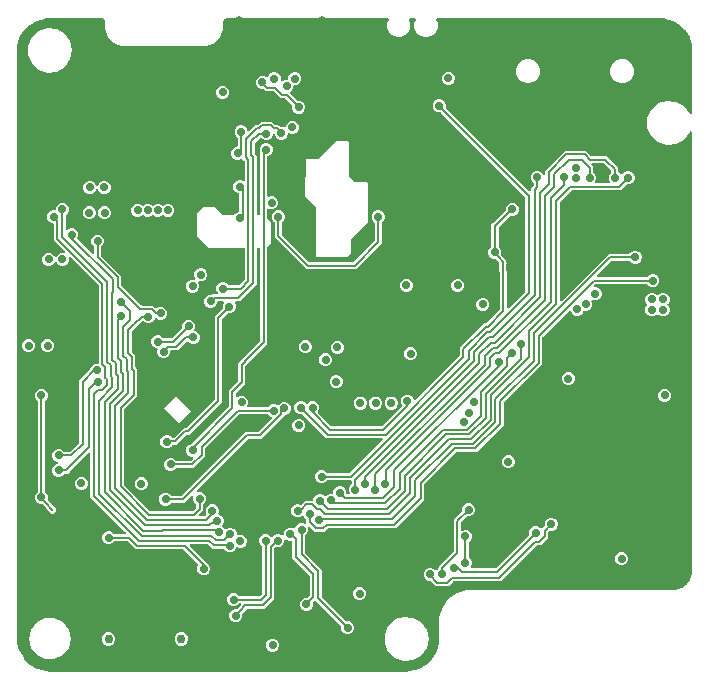
<source format=gbl>
G04 EAGLE Gerber RS-274X export*
G75*
%MOMM*%
%FSLAX34Y34*%
%LPD*%
%INBottom Copper*%
%IPPOS*%
%AMOC8*
5,1,8,0,0,1.08239X$1,22.5*%
G01*
%ADD10C,1.308000*%
%ADD11C,0.700000*%
%ADD12C,0.200000*%
%ADD13C,0.750000*%
%ADD14C,0.203200*%

G36*
X334551Y5080D02*
X334551Y5080D01*
X334582Y5078D01*
X338158Y5312D01*
X338267Y5335D01*
X338351Y5344D01*
X345260Y7195D01*
X345425Y7266D01*
X345501Y7295D01*
X351695Y10871D01*
X351837Y10983D01*
X351902Y11030D01*
X356959Y16087D01*
X357067Y16232D01*
X357118Y16294D01*
X360694Y22488D01*
X360761Y22656D01*
X360794Y22729D01*
X362645Y29638D01*
X362658Y29748D01*
X362677Y29831D01*
X362911Y33407D01*
X362909Y33442D01*
X362913Y33473D01*
X362913Y51323D01*
X365553Y59448D01*
X370575Y66359D01*
X377486Y71381D01*
X385611Y74021D01*
X560720Y74021D01*
X560741Y74024D01*
X560758Y74024D01*
X560773Y74026D01*
X560798Y74024D01*
X563158Y74210D01*
X563297Y74241D01*
X563388Y74255D01*
X567876Y75714D01*
X567878Y75715D01*
X567880Y75715D01*
X567911Y75731D01*
X568129Y75838D01*
X568142Y75849D01*
X568155Y75856D01*
X571972Y78629D01*
X571974Y78631D01*
X571976Y78632D01*
X572000Y78656D01*
X572175Y78825D01*
X572183Y78840D01*
X572193Y78850D01*
X574967Y82668D01*
X574968Y82670D01*
X574970Y82671D01*
X574986Y82703D01*
X575099Y82917D01*
X575102Y82933D01*
X575109Y82946D01*
X576567Y87434D01*
X576592Y87576D01*
X576613Y87665D01*
X576799Y90024D01*
X576796Y90066D01*
X576802Y90103D01*
X576802Y461481D01*
X576786Y461590D01*
X576777Y461701D01*
X576766Y461730D01*
X576762Y461760D01*
X576717Y461861D01*
X576677Y461964D01*
X576659Y461989D01*
X576646Y462017D01*
X576574Y462101D01*
X576508Y462189D01*
X576483Y462208D01*
X576462Y462232D01*
X576370Y462292D01*
X576282Y462358D01*
X576252Y462369D01*
X576226Y462386D01*
X576121Y462418D01*
X576018Y462457D01*
X575986Y462459D01*
X575957Y462469D01*
X575846Y462470D01*
X575736Y462478D01*
X575706Y462472D01*
X575675Y462472D01*
X575568Y462443D01*
X575460Y462420D01*
X575433Y462405D01*
X575403Y462397D01*
X575309Y462339D01*
X575212Y462287D01*
X575191Y462266D01*
X575163Y462249D01*
X575057Y462132D01*
X574994Y462069D01*
X570257Y455548D01*
X563420Y451601D01*
X555568Y450776D01*
X548060Y453215D01*
X542193Y458498D01*
X538982Y465710D01*
X538982Y473604D01*
X542193Y480816D01*
X548060Y486099D01*
X555568Y488538D01*
X563420Y487713D01*
X570257Y483766D01*
X574994Y477245D01*
X575071Y477166D01*
X575143Y477082D01*
X575169Y477065D01*
X575190Y477043D01*
X575286Y476988D01*
X575379Y476928D01*
X575408Y476919D01*
X575436Y476903D01*
X575543Y476878D01*
X575648Y476845D01*
X575680Y476845D01*
X575710Y476838D01*
X575820Y476843D01*
X575930Y476842D01*
X575960Y476850D01*
X575992Y476852D01*
X576096Y476887D01*
X576202Y476917D01*
X576229Y476933D01*
X576258Y476943D01*
X576348Y477007D01*
X576442Y477065D01*
X576463Y477088D01*
X576489Y477106D01*
X576557Y477192D01*
X576631Y477274D01*
X576645Y477302D01*
X576664Y477327D01*
X576706Y477429D01*
X576754Y477528D01*
X576759Y477557D01*
X576771Y477588D01*
X576788Y477744D01*
X576802Y477833D01*
X576802Y531774D01*
X576797Y531808D01*
X576800Y531839D01*
X576581Y535168D01*
X576559Y535277D01*
X576550Y535361D01*
X574826Y541792D01*
X574756Y541958D01*
X574727Y542033D01*
X571398Y547799D01*
X571286Y547941D01*
X571239Y548005D01*
X566531Y552713D01*
X566387Y552821D01*
X566324Y552872D01*
X560559Y556201D01*
X560391Y556268D01*
X560318Y556301D01*
X553887Y558024D01*
X553777Y558037D01*
X553693Y558056D01*
X550365Y558274D01*
X550330Y558271D01*
X550299Y558276D01*
X361212Y558276D01*
X361095Y558259D01*
X360977Y558248D01*
X360955Y558239D01*
X360933Y558236D01*
X360825Y558187D01*
X360715Y558143D01*
X360697Y558129D01*
X360676Y558120D01*
X360586Y558043D01*
X360492Y557970D01*
X360479Y557951D01*
X360462Y557937D01*
X360396Y557837D01*
X360327Y557741D01*
X360320Y557720D01*
X360307Y557701D01*
X360272Y557587D01*
X360233Y557476D01*
X360231Y557453D01*
X360225Y557431D01*
X360223Y557312D01*
X360216Y557194D01*
X360221Y557173D01*
X360221Y557149D01*
X360271Y556969D01*
X360289Y556894D01*
X361426Y554149D01*
X361426Y550238D01*
X359929Y546625D01*
X357164Y543860D01*
X353551Y542363D01*
X349640Y542363D01*
X346026Y543860D01*
X343261Y546625D01*
X341764Y550238D01*
X341764Y554149D01*
X342901Y556894D01*
X342931Y557009D01*
X342965Y557123D01*
X342966Y557145D01*
X342971Y557168D01*
X342968Y557286D01*
X342969Y557405D01*
X342963Y557427D01*
X342962Y557449D01*
X342926Y557562D01*
X342894Y557676D01*
X342882Y557696D01*
X342875Y557718D01*
X342808Y557815D01*
X342746Y557916D01*
X342729Y557932D01*
X342716Y557951D01*
X342625Y558026D01*
X342537Y558105D01*
X342516Y558115D01*
X342498Y558130D01*
X342389Y558177D01*
X342283Y558228D01*
X342261Y558232D01*
X342239Y558241D01*
X342055Y558264D01*
X341978Y558276D01*
X338212Y558276D01*
X338095Y558259D01*
X337977Y558248D01*
X337955Y558239D01*
X337933Y558236D01*
X337825Y558187D01*
X337715Y558143D01*
X337697Y558129D01*
X337676Y558120D01*
X337586Y558043D01*
X337492Y557970D01*
X337479Y557951D01*
X337462Y557937D01*
X337396Y557837D01*
X337327Y557741D01*
X337320Y557720D01*
X337307Y557701D01*
X337272Y557587D01*
X337233Y557476D01*
X337231Y557453D01*
X337225Y557431D01*
X337223Y557312D01*
X337216Y557194D01*
X337221Y557173D01*
X337221Y557149D01*
X337271Y556969D01*
X337289Y556894D01*
X338426Y554149D01*
X338426Y550238D01*
X336929Y546625D01*
X334164Y543860D01*
X330551Y542363D01*
X326640Y542363D01*
X323026Y543860D01*
X320261Y546625D01*
X318764Y550238D01*
X318764Y554149D01*
X319901Y556894D01*
X319931Y557009D01*
X319965Y557123D01*
X319966Y557145D01*
X319971Y557168D01*
X319968Y557286D01*
X319969Y557405D01*
X319963Y557427D01*
X319962Y557449D01*
X319926Y557562D01*
X319894Y557676D01*
X319882Y557696D01*
X319875Y557718D01*
X319808Y557815D01*
X319746Y557916D01*
X319729Y557932D01*
X319716Y557951D01*
X319625Y558026D01*
X319537Y558105D01*
X319516Y558115D01*
X319498Y558130D01*
X319389Y558177D01*
X319283Y558228D01*
X319261Y558232D01*
X319239Y558241D01*
X319055Y558264D01*
X318978Y558276D01*
X182626Y558276D01*
X182574Y558269D01*
X182528Y558271D01*
X182214Y558240D01*
X181940Y558173D01*
X181935Y558170D01*
X181930Y558169D01*
X181350Y557929D01*
X181314Y557908D01*
X181274Y557894D01*
X181205Y557843D01*
X181107Y557785D01*
X181067Y557742D01*
X181025Y557712D01*
X180582Y557268D01*
X180557Y557235D01*
X180525Y557207D01*
X180481Y557134D01*
X180412Y557043D01*
X180391Y556988D01*
X180365Y556944D01*
X180125Y556364D01*
X180055Y556091D01*
X180055Y556085D01*
X180053Y556079D01*
X180022Y555765D01*
X180025Y555713D01*
X180018Y555668D01*
X180018Y548713D01*
X177434Y542476D01*
X172661Y537702D01*
X166423Y535119D01*
X93443Y535119D01*
X87167Y537718D01*
X82364Y542522D01*
X79764Y548797D01*
X79764Y555562D01*
X79757Y555614D01*
X79759Y555660D01*
X79726Y555995D01*
X79659Y556269D01*
X79656Y556274D01*
X79655Y556279D01*
X79399Y556897D01*
X79378Y556933D01*
X79364Y556972D01*
X79313Y557042D01*
X79255Y557140D01*
X79213Y557180D01*
X79182Y557221D01*
X78709Y557694D01*
X78676Y557719D01*
X78648Y557751D01*
X78575Y557795D01*
X78484Y557864D01*
X78429Y557884D01*
X78385Y557911D01*
X77767Y558167D01*
X77494Y558237D01*
X77488Y558237D01*
X77483Y558238D01*
X77148Y558271D01*
X77096Y558269D01*
X77050Y558276D01*
X32525Y558276D01*
X32491Y558271D01*
X32460Y558274D01*
X29021Y558049D01*
X28912Y558026D01*
X28828Y558017D01*
X22185Y556237D01*
X22019Y556166D01*
X21944Y556137D01*
X15988Y552698D01*
X15845Y552586D01*
X15781Y552539D01*
X10918Y547676D01*
X10809Y547532D01*
X10759Y547469D01*
X7320Y541513D01*
X7253Y541345D01*
X7220Y541272D01*
X5440Y534629D01*
X5427Y534519D01*
X5408Y534436D01*
X5183Y530997D01*
X5186Y530962D01*
X5181Y530931D01*
X5181Y33473D01*
X5186Y33438D01*
X5183Y33407D01*
X5417Y29831D01*
X5440Y29722D01*
X5449Y29638D01*
X7300Y22729D01*
X7371Y22564D01*
X7400Y22488D01*
X10976Y16294D01*
X11088Y16152D01*
X11135Y16087D01*
X16193Y11030D01*
X16337Y10922D01*
X16400Y10871D01*
X22594Y7295D01*
X22761Y7228D01*
X22835Y7195D01*
X29743Y5344D01*
X29853Y5331D01*
X29936Y5312D01*
X33513Y5078D01*
X33547Y5080D01*
X33578Y5075D01*
X334516Y5075D01*
X334551Y5080D01*
G37*
%LPC*%
G36*
X284081Y36574D02*
X284081Y36574D01*
X282059Y37412D01*
X280512Y38959D01*
X279674Y40981D01*
X279674Y42918D01*
X279661Y43013D01*
X279656Y43109D01*
X279641Y43152D01*
X279634Y43197D01*
X279595Y43285D01*
X279563Y43376D01*
X279538Y43410D01*
X279518Y43454D01*
X279435Y43552D01*
X279382Y43625D01*
X258382Y64625D01*
X258330Y64663D01*
X258285Y64709D01*
X258218Y64748D01*
X258156Y64794D01*
X258096Y64817D01*
X258040Y64848D01*
X257965Y64866D01*
X257892Y64894D01*
X257828Y64899D01*
X257766Y64913D01*
X257688Y64909D01*
X257611Y64915D01*
X257548Y64902D01*
X257484Y64899D01*
X257411Y64874D01*
X257335Y64858D01*
X257278Y64828D01*
X257217Y64806D01*
X257161Y64765D01*
X257086Y64725D01*
X257025Y64666D01*
X256968Y64625D01*
X255968Y63625D01*
X255911Y63548D01*
X255846Y63477D01*
X255826Y63436D01*
X255799Y63399D01*
X255765Y63309D01*
X255723Y63223D01*
X255717Y63181D01*
X255700Y63135D01*
X255690Y63008D01*
X255676Y62918D01*
X255676Y60981D01*
X254838Y58959D01*
X253291Y57412D01*
X251269Y56574D01*
X249081Y56574D01*
X247059Y57412D01*
X245512Y58959D01*
X244674Y60981D01*
X244674Y63169D01*
X245512Y65191D01*
X247059Y66738D01*
X249081Y67576D01*
X251018Y67576D01*
X251113Y67589D01*
X251209Y67594D01*
X251252Y67609D01*
X251297Y67616D01*
X251385Y67655D01*
X251476Y67687D01*
X251510Y67712D01*
X251554Y67732D01*
X251652Y67815D01*
X251725Y67868D01*
X252707Y68850D01*
X252764Y68927D01*
X252829Y68998D01*
X252849Y69039D01*
X252876Y69076D01*
X252910Y69166D01*
X252952Y69252D01*
X252958Y69294D01*
X252975Y69340D01*
X252985Y69467D01*
X252999Y69557D01*
X252999Y86093D01*
X252986Y86188D01*
X252981Y86284D01*
X252966Y86327D01*
X252959Y86372D01*
X252920Y86460D01*
X252888Y86551D01*
X252863Y86585D01*
X252843Y86629D01*
X252760Y86727D01*
X252707Y86800D01*
X238499Y101007D01*
X238499Y115075D01*
X238490Y115139D01*
X238491Y115203D01*
X238470Y115278D01*
X238459Y115354D01*
X238433Y115413D01*
X238416Y115475D01*
X238375Y115541D01*
X238343Y115611D01*
X238301Y115660D01*
X238268Y115715D01*
X238210Y115767D01*
X238160Y115825D01*
X238106Y115861D01*
X238058Y115904D01*
X237989Y115937D01*
X237924Y115980D01*
X237862Y115999D01*
X237805Y116027D01*
X237735Y116038D01*
X237654Y116062D01*
X237569Y116063D01*
X237500Y116074D01*
X235581Y116074D01*
X233559Y116912D01*
X233382Y117089D01*
X233356Y117109D01*
X233335Y117133D01*
X233243Y117193D01*
X233156Y117259D01*
X233126Y117270D01*
X233099Y117288D01*
X232994Y117319D01*
X232892Y117358D01*
X232860Y117361D01*
X232829Y117370D01*
X232720Y117371D01*
X232611Y117380D01*
X232579Y117373D01*
X232547Y117374D01*
X232442Y117345D01*
X232335Y117322D01*
X232306Y117307D01*
X232275Y117299D01*
X232182Y117241D01*
X232086Y117190D01*
X232063Y117167D01*
X232035Y117150D01*
X231962Y117069D01*
X231884Y116993D01*
X231868Y116965D01*
X231846Y116941D01*
X231799Y116843D01*
X231745Y116748D01*
X231737Y116716D01*
X231723Y116687D01*
X231709Y116598D01*
X231680Y116473D01*
X231682Y116425D01*
X231676Y116383D01*
X231676Y114981D01*
X230838Y112959D01*
X229291Y111412D01*
X227269Y110574D01*
X225035Y110574D01*
X225012Y110580D01*
X224885Y110612D01*
X224876Y110612D01*
X224866Y110614D01*
X224734Y110607D01*
X224603Y110603D01*
X224594Y110600D01*
X224585Y110600D01*
X224460Y110556D01*
X224335Y110516D01*
X224327Y110510D01*
X224318Y110507D01*
X224256Y110462D01*
X224102Y110357D01*
X224087Y110338D01*
X224069Y110326D01*
X223468Y109725D01*
X223411Y109648D01*
X223346Y109577D01*
X223326Y109536D01*
X223299Y109499D01*
X223265Y109409D01*
X223223Y109323D01*
X223217Y109281D01*
X223200Y109235D01*
X223195Y109175D01*
X223188Y109152D01*
X223187Y109090D01*
X223176Y109018D01*
X223176Y68105D01*
X223177Y68097D01*
X223176Y68090D01*
X223195Y66851D01*
X222318Y65975D01*
X222313Y65968D01*
X222308Y65964D01*
X217236Y60736D01*
X217209Y60700D01*
X217203Y60694D01*
X217182Y60663D01*
X217124Y60599D01*
X217116Y60581D01*
X216096Y59562D01*
X216092Y59555D01*
X216086Y59551D01*
X215089Y58523D01*
X215086Y58522D01*
X214998Y58445D01*
X214928Y58394D01*
X214609Y58074D01*
X200403Y58074D01*
X200293Y58059D01*
X200183Y58050D01*
X200154Y58039D01*
X200124Y58034D01*
X200023Y57989D01*
X199919Y57949D01*
X199896Y57931D01*
X199867Y57918D01*
X199746Y57815D01*
X199676Y57760D01*
X196447Y54330D01*
X196401Y54264D01*
X196346Y54203D01*
X196320Y54149D01*
X196285Y54099D01*
X196259Y54022D01*
X196223Y53950D01*
X196215Y53894D01*
X196193Y53832D01*
X196189Y53727D01*
X196176Y53645D01*
X196176Y51481D01*
X195338Y49459D01*
X193791Y47912D01*
X191769Y47074D01*
X189581Y47074D01*
X187559Y47912D01*
X186012Y49459D01*
X185174Y51481D01*
X185174Y53669D01*
X186012Y55691D01*
X187559Y57238D01*
X189581Y58076D01*
X191300Y58076D01*
X191410Y58091D01*
X191520Y58100D01*
X191549Y58111D01*
X191579Y58116D01*
X191680Y58161D01*
X191784Y58201D01*
X191807Y58219D01*
X191836Y58232D01*
X191957Y58335D01*
X192027Y58390D01*
X194851Y61390D01*
X194861Y61404D01*
X194874Y61415D01*
X194942Y61519D01*
X195013Y61621D01*
X195019Y61637D01*
X195028Y61651D01*
X195064Y61770D01*
X195105Y61888D01*
X195106Y61905D01*
X195111Y61921D01*
X195112Y62045D01*
X195118Y62169D01*
X195114Y62186D01*
X195114Y62203D01*
X195081Y62323D01*
X195052Y62443D01*
X195044Y62458D01*
X195039Y62475D01*
X194974Y62580D01*
X194912Y62688D01*
X194900Y62700D01*
X194891Y62715D01*
X194799Y62798D01*
X194709Y62884D01*
X194694Y62892D01*
X194682Y62904D01*
X194570Y62958D01*
X194460Y63016D01*
X194443Y63019D01*
X194428Y63027D01*
X194340Y63040D01*
X194184Y63072D01*
X194152Y63070D01*
X194123Y63074D01*
X193867Y63074D01*
X193772Y63061D01*
X193676Y63056D01*
X193633Y63041D01*
X193588Y63034D01*
X193501Y62995D01*
X193410Y62963D01*
X193375Y62938D01*
X193331Y62918D01*
X193234Y62835D01*
X193161Y62782D01*
X191791Y61412D01*
X189769Y60574D01*
X187581Y60574D01*
X185559Y61412D01*
X184012Y62959D01*
X183174Y64981D01*
X183174Y67169D01*
X184012Y69191D01*
X185559Y70738D01*
X187581Y71576D01*
X189769Y71576D01*
X191791Y70738D01*
X193161Y69368D01*
X193238Y69311D01*
X193309Y69246D01*
X193350Y69226D01*
X193386Y69199D01*
X193476Y69165D01*
X193563Y69123D01*
X193605Y69117D01*
X193650Y69100D01*
X193778Y69090D01*
X193867Y69076D01*
X210018Y69076D01*
X210113Y69089D01*
X210209Y69094D01*
X210252Y69109D01*
X210297Y69116D01*
X210385Y69155D01*
X210476Y69187D01*
X210510Y69212D01*
X210554Y69232D01*
X210652Y69315D01*
X210725Y69368D01*
X212382Y71025D01*
X212439Y71102D01*
X212504Y71173D01*
X212524Y71214D01*
X212551Y71251D01*
X212585Y71341D01*
X212627Y71427D01*
X212633Y71469D01*
X212650Y71515D01*
X212660Y71642D01*
X212674Y71732D01*
X212674Y110883D01*
X212661Y110978D01*
X212656Y111074D01*
X212641Y111117D01*
X212634Y111162D01*
X212595Y111249D01*
X212563Y111340D01*
X212538Y111375D01*
X212518Y111419D01*
X212435Y111516D01*
X212382Y111589D01*
X211012Y112959D01*
X210174Y114981D01*
X210174Y117169D01*
X211012Y119191D01*
X212559Y120738D01*
X214581Y121576D01*
X216769Y121576D01*
X218791Y120738D01*
X220218Y119311D01*
X220270Y119272D01*
X220315Y119226D01*
X220382Y119188D01*
X220444Y119142D01*
X220504Y119119D01*
X220560Y119087D01*
X220635Y119069D01*
X220708Y119042D01*
X220772Y119037D01*
X220834Y119022D01*
X220912Y119026D01*
X220989Y119020D01*
X221052Y119033D01*
X221116Y119037D01*
X221189Y119062D01*
X221265Y119078D01*
X221322Y119108D01*
X221383Y119129D01*
X221439Y119170D01*
X221514Y119210D01*
X221575Y119269D01*
X221632Y119311D01*
X223059Y120738D01*
X225081Y121576D01*
X227269Y121576D01*
X229291Y120738D01*
X229468Y120561D01*
X229494Y120541D01*
X229515Y120517D01*
X229607Y120457D01*
X229694Y120391D01*
X229724Y120380D01*
X229751Y120362D01*
X229856Y120331D01*
X229958Y120292D01*
X229990Y120289D01*
X230021Y120280D01*
X230130Y120279D01*
X230239Y120270D01*
X230271Y120277D01*
X230303Y120276D01*
X230408Y120305D01*
X230515Y120328D01*
X230544Y120343D01*
X230575Y120351D01*
X230668Y120409D01*
X230764Y120460D01*
X230787Y120483D01*
X230815Y120500D01*
X230888Y120581D01*
X230966Y120657D01*
X230982Y120685D01*
X231004Y120709D01*
X231051Y120807D01*
X231105Y120902D01*
X231113Y120934D01*
X231127Y120963D01*
X231141Y121052D01*
X231170Y121177D01*
X231168Y121225D01*
X231174Y121267D01*
X231174Y122669D01*
X232012Y124691D01*
X233559Y126238D01*
X235581Y127076D01*
X237769Y127076D01*
X239646Y126298D01*
X239708Y126282D01*
X239767Y126257D01*
X239844Y126247D01*
X239919Y126228D01*
X239984Y126230D01*
X240047Y126222D01*
X240124Y126235D01*
X240201Y126237D01*
X240262Y126257D01*
X240326Y126267D01*
X240396Y126301D01*
X240469Y126325D01*
X240522Y126361D01*
X240580Y126388D01*
X240638Y126440D01*
X240702Y126484D01*
X240743Y126533D01*
X240791Y126576D01*
X240828Y126636D01*
X240882Y126701D01*
X240915Y126779D01*
X240952Y126839D01*
X241512Y128191D01*
X243059Y129738D01*
X245081Y130576D01*
X247269Y130576D01*
X248793Y129945D01*
X248907Y129915D01*
X249021Y129881D01*
X249044Y129880D01*
X249066Y129875D01*
X249184Y129878D01*
X249303Y129877D01*
X249325Y129883D01*
X249348Y129884D01*
X249460Y129920D01*
X249575Y129952D01*
X249594Y129964D01*
X249616Y129971D01*
X249714Y130038D01*
X249815Y130100D01*
X249830Y130117D01*
X249849Y130130D01*
X249924Y130222D01*
X250004Y130309D01*
X250014Y130330D01*
X250028Y130348D01*
X250075Y130457D01*
X250127Y130563D01*
X250130Y130585D01*
X250140Y130607D01*
X250162Y130791D01*
X250174Y130868D01*
X250174Y133383D01*
X250161Y133478D01*
X250156Y133574D01*
X250141Y133617D01*
X250134Y133662D01*
X250095Y133749D01*
X250063Y133840D01*
X250038Y133875D01*
X250018Y133919D01*
X249935Y134016D01*
X249882Y134089D01*
X248512Y135459D01*
X248155Y136321D01*
X248094Y136423D01*
X248038Y136528D01*
X248023Y136544D01*
X248011Y136564D01*
X247924Y136645D01*
X247842Y136730D01*
X247822Y136741D01*
X247805Y136757D01*
X247699Y136811D01*
X247596Y136869D01*
X247574Y136874D01*
X247554Y136885D01*
X247437Y136907D01*
X247322Y136934D01*
X247299Y136933D01*
X247277Y136937D01*
X247159Y136926D01*
X247040Y136920D01*
X247019Y136912D01*
X246996Y136910D01*
X246886Y136866D01*
X246774Y136827D01*
X246756Y136815D01*
X246734Y136806D01*
X246587Y136691D01*
X246525Y136646D01*
X246291Y136412D01*
X244269Y135574D01*
X242081Y135574D01*
X240059Y136412D01*
X238512Y137959D01*
X237674Y139981D01*
X237674Y142169D01*
X238512Y144191D01*
X240059Y145738D01*
X242081Y146576D01*
X244269Y146576D01*
X244828Y146344D01*
X244837Y146342D01*
X244846Y146337D01*
X244974Y146307D01*
X245101Y146274D01*
X245111Y146274D01*
X245120Y146272D01*
X245253Y146279D01*
X245383Y146283D01*
X245392Y146286D01*
X245402Y146287D01*
X245527Y146330D01*
X245651Y146371D01*
X245659Y146376D01*
X245668Y146379D01*
X245731Y146425D01*
X245884Y146529D01*
X245900Y146548D01*
X245917Y146561D01*
X248932Y149576D01*
X255175Y149576D01*
X255239Y149585D01*
X255303Y149584D01*
X255378Y149605D01*
X255454Y149616D01*
X255513Y149642D01*
X255575Y149659D01*
X255641Y149700D01*
X255711Y149732D01*
X255760Y149774D01*
X255815Y149807D01*
X255867Y149865D01*
X255925Y149915D01*
X255961Y149969D01*
X256004Y150017D01*
X256037Y150086D01*
X256080Y150151D01*
X256099Y150213D01*
X256127Y150270D01*
X256138Y150340D01*
X256162Y150421D01*
X256163Y150506D01*
X256174Y150575D01*
X256174Y150669D01*
X257012Y152691D01*
X258559Y154238D01*
X260581Y155076D01*
X262769Y155076D01*
X264791Y154238D01*
X265468Y153561D01*
X265520Y153522D01*
X265565Y153476D01*
X265632Y153438D01*
X265694Y153392D01*
X265754Y153369D01*
X265810Y153337D01*
X265885Y153319D01*
X265958Y153292D01*
X266022Y153287D01*
X266084Y153272D01*
X266162Y153276D01*
X266239Y153270D01*
X266302Y153283D01*
X266366Y153287D01*
X266439Y153312D01*
X266515Y153328D01*
X266572Y153358D01*
X266633Y153379D01*
X266689Y153420D01*
X266764Y153460D01*
X266825Y153519D01*
X266882Y153561D01*
X268059Y154738D01*
X270081Y155576D01*
X272175Y155576D01*
X272239Y155585D01*
X272303Y155584D01*
X272378Y155605D01*
X272454Y155616D01*
X272513Y155642D01*
X272575Y155659D01*
X272641Y155700D01*
X272711Y155732D01*
X272760Y155774D01*
X272815Y155807D01*
X272867Y155865D01*
X272925Y155915D01*
X272961Y155969D01*
X273004Y156017D01*
X273037Y156086D01*
X273080Y156151D01*
X273099Y156213D01*
X273127Y156270D01*
X273138Y156340D01*
X273162Y156421D01*
X273163Y156506D01*
X273174Y156575D01*
X273174Y157669D01*
X274012Y159691D01*
X275559Y161238D01*
X277581Y162076D01*
X279769Y162076D01*
X281791Y161238D01*
X283338Y159691D01*
X284176Y157669D01*
X284176Y156075D01*
X284185Y156011D01*
X284184Y155947D01*
X284205Y155872D01*
X284216Y155796D01*
X284242Y155737D01*
X284259Y155675D01*
X284300Y155609D01*
X284332Y155539D01*
X284374Y155490D01*
X284407Y155435D01*
X284465Y155383D01*
X284515Y155325D01*
X284569Y155289D01*
X284617Y155246D01*
X284686Y155213D01*
X284751Y155170D01*
X284813Y155151D01*
X284870Y155123D01*
X284940Y155112D01*
X285021Y155088D01*
X285106Y155087D01*
X285175Y155076D01*
X285882Y155076D01*
X285999Y155092D01*
X286118Y155104D01*
X286139Y155112D01*
X286161Y155116D01*
X286269Y155164D01*
X286380Y155208D01*
X286398Y155222D01*
X286418Y155232D01*
X286508Y155309D01*
X286602Y155382D01*
X286615Y155400D01*
X286633Y155415D01*
X286698Y155515D01*
X286767Y155611D01*
X286775Y155632D01*
X286787Y155651D01*
X286822Y155765D01*
X286861Y155876D01*
X286863Y155899D01*
X286869Y155921D01*
X286871Y156039D01*
X286878Y156158D01*
X286873Y156179D01*
X286873Y156203D01*
X286823Y156382D01*
X286805Y156457D01*
X286174Y157981D01*
X286174Y160169D01*
X287012Y162191D01*
X288382Y163561D01*
X288439Y163638D01*
X288504Y163709D01*
X288524Y163750D01*
X288551Y163786D01*
X288585Y163876D01*
X288627Y163963D01*
X288633Y164005D01*
X288650Y164050D01*
X288660Y164178D01*
X288674Y164267D01*
X288674Y166075D01*
X288665Y166139D01*
X288666Y166203D01*
X288645Y166278D01*
X288634Y166354D01*
X288608Y166413D01*
X288591Y166475D01*
X288550Y166541D01*
X288518Y166611D01*
X288476Y166660D01*
X288443Y166715D01*
X288385Y166767D01*
X288335Y166825D01*
X288281Y166861D01*
X288233Y166904D01*
X288164Y166937D01*
X288099Y166980D01*
X288037Y166999D01*
X287980Y167027D01*
X287910Y167038D01*
X287829Y167062D01*
X287744Y167063D01*
X287675Y167074D01*
X268367Y167074D01*
X268272Y167061D01*
X268176Y167056D01*
X268133Y167041D01*
X268088Y167034D01*
X268001Y166995D01*
X267910Y166963D01*
X267875Y166938D01*
X267831Y166918D01*
X267734Y166835D01*
X267661Y166782D01*
X266291Y165412D01*
X264269Y164574D01*
X262081Y164574D01*
X260059Y165412D01*
X258512Y166959D01*
X257674Y168981D01*
X257674Y171169D01*
X258512Y173191D01*
X260059Y174738D01*
X262081Y175576D01*
X264269Y175576D01*
X266291Y174738D01*
X267661Y173368D01*
X267738Y173311D01*
X267809Y173246D01*
X267850Y173226D01*
X267886Y173199D01*
X267976Y173165D01*
X268063Y173123D01*
X268105Y173117D01*
X268150Y173100D01*
X268278Y173090D01*
X268367Y173076D01*
X286518Y173076D01*
X286613Y173089D01*
X286709Y173094D01*
X286752Y173109D01*
X286797Y173116D01*
X286885Y173155D01*
X286976Y173187D01*
X287010Y173212D01*
X287054Y173232D01*
X287152Y173315D01*
X287225Y173368D01*
X314650Y200793D01*
X314669Y200819D01*
X314694Y200840D01*
X314754Y200932D01*
X314819Y201019D01*
X314830Y201049D01*
X314848Y201076D01*
X314880Y201181D01*
X314919Y201283D01*
X314921Y201315D01*
X314930Y201346D01*
X314932Y201455D01*
X314940Y201564D01*
X314934Y201596D01*
X314934Y201628D01*
X314905Y201733D01*
X314883Y201840D01*
X314868Y201869D01*
X314859Y201900D01*
X314802Y201993D01*
X314750Y202089D01*
X314728Y202112D01*
X314711Y202140D01*
X314630Y202213D01*
X314554Y202291D01*
X314526Y202307D01*
X314502Y202329D01*
X314403Y202376D01*
X314308Y202430D01*
X314277Y202438D01*
X314248Y202452D01*
X314159Y202466D01*
X314034Y202495D01*
X313985Y202493D01*
X313943Y202499D01*
X267257Y202499D01*
X246975Y222782D01*
X246898Y222839D01*
X246827Y222904D01*
X246786Y222924D01*
X246749Y222951D01*
X246659Y222985D01*
X246573Y223027D01*
X246531Y223033D01*
X246485Y223050D01*
X246358Y223060D01*
X246268Y223074D01*
X244581Y223074D01*
X242559Y223912D01*
X241012Y225459D01*
X240174Y227481D01*
X240174Y229669D01*
X241012Y231691D01*
X242559Y233238D01*
X244581Y234076D01*
X246769Y234076D01*
X248791Y233238D01*
X249968Y232061D01*
X250020Y232022D01*
X250065Y231976D01*
X250132Y231938D01*
X250194Y231891D01*
X250254Y231869D01*
X250310Y231837D01*
X250385Y231819D01*
X250458Y231792D01*
X250522Y231787D01*
X250585Y231772D01*
X250662Y231776D01*
X250739Y231770D01*
X250802Y231783D01*
X250866Y231787D01*
X250939Y231812D01*
X251015Y231828D01*
X251072Y231858D01*
X251133Y231879D01*
X251189Y231920D01*
X251264Y231960D01*
X251325Y232019D01*
X251382Y232061D01*
X252559Y233238D01*
X254581Y234076D01*
X256769Y234076D01*
X258791Y233238D01*
X260338Y231691D01*
X261176Y229669D01*
X261176Y227481D01*
X260285Y225331D01*
X260283Y225322D01*
X260278Y225313D01*
X260248Y225184D01*
X260215Y225058D01*
X260215Y225048D01*
X260213Y225039D01*
X260220Y224906D01*
X260224Y224776D01*
X260227Y224767D01*
X260228Y224757D01*
X260271Y224633D01*
X260312Y224508D01*
X260317Y224500D01*
X260320Y224491D01*
X260365Y224429D01*
X260470Y224275D01*
X260489Y224259D01*
X260502Y224242D01*
X271450Y213293D01*
X271527Y213236D01*
X271598Y213171D01*
X271639Y213151D01*
X271676Y213124D01*
X271766Y213090D01*
X271852Y213048D01*
X271894Y213042D01*
X271940Y213025D01*
X272067Y213015D01*
X272157Y213001D01*
X313843Y213001D01*
X313938Y213014D01*
X314034Y213019D01*
X314077Y213034D01*
X314122Y213041D01*
X314210Y213080D01*
X314301Y213112D01*
X314335Y213137D01*
X314379Y213157D01*
X314477Y213240D01*
X314550Y213293D01*
X330907Y229651D01*
X330946Y229702D01*
X330992Y229747D01*
X331030Y229814D01*
X331076Y229876D01*
X331099Y229937D01*
X331131Y229993D01*
X331149Y230068D01*
X331176Y230140D01*
X331181Y230204D01*
X331196Y230267D01*
X331192Y230344D01*
X331198Y230421D01*
X331184Y230484D01*
X331181Y230549D01*
X331156Y230622D01*
X331140Y230697D01*
X331110Y230754D01*
X331089Y230815D01*
X331049Y230870D01*
X330174Y232981D01*
X330174Y235169D01*
X331012Y237191D01*
X332559Y238738D01*
X334581Y239576D01*
X336769Y239576D01*
X338791Y238738D01*
X340338Y237191D01*
X341145Y235243D01*
X341205Y235141D01*
X341261Y235036D01*
X341277Y235020D01*
X341289Y235000D01*
X341375Y234919D01*
X341458Y234834D01*
X341478Y234823D01*
X341495Y234807D01*
X341600Y234754D01*
X341703Y234695D01*
X341726Y234690D01*
X341746Y234679D01*
X341862Y234657D01*
X341978Y234630D01*
X342001Y234631D01*
X342023Y234627D01*
X342141Y234638D01*
X342260Y234644D01*
X342281Y234652D01*
X342304Y234654D01*
X342414Y234698D01*
X342526Y234737D01*
X342543Y234750D01*
X342566Y234759D01*
X342713Y234873D01*
X342775Y234919D01*
X379882Y272025D01*
X379939Y272102D01*
X380004Y272173D01*
X380024Y272214D01*
X380051Y272251D01*
X380085Y272341D01*
X380127Y272427D01*
X380133Y272469D01*
X380150Y272515D01*
X380160Y272642D01*
X380174Y272732D01*
X380174Y279198D01*
X401052Y300076D01*
X402018Y300076D01*
X402113Y300089D01*
X402209Y300094D01*
X402252Y300109D01*
X402297Y300116D01*
X402385Y300155D01*
X402476Y300187D01*
X402510Y300212D01*
X402554Y300232D01*
X402652Y300315D01*
X402725Y300368D01*
X413537Y311181D01*
X413595Y311257D01*
X413659Y311329D01*
X413679Y311370D01*
X413706Y311406D01*
X413740Y311496D01*
X413782Y311583D01*
X413789Y311625D01*
X413806Y311670D01*
X413816Y311798D01*
X413830Y311887D01*
X413830Y337396D01*
X413829Y337402D01*
X413830Y337408D01*
X413691Y349163D01*
X413677Y349253D01*
X413672Y349343D01*
X413656Y349391D01*
X413648Y349442D01*
X413609Y349524D01*
X413580Y349609D01*
X413552Y349648D01*
X413528Y349698D01*
X413499Y349731D01*
X413499Y350209D01*
X413494Y350249D01*
X413496Y350289D01*
X413476Y350374D01*
X413459Y350488D01*
X413436Y350540D01*
X413424Y350589D01*
X413195Y351147D01*
X413196Y351214D01*
X413189Y351237D01*
X413189Y351261D01*
X413153Y351372D01*
X413122Y351486D01*
X413110Y351505D01*
X413102Y351529D01*
X413000Y351679D01*
X412957Y351747D01*
X410790Y354232D01*
X410692Y354317D01*
X410595Y354404D01*
X410585Y354409D01*
X410576Y354416D01*
X410459Y354470D01*
X410341Y354527D01*
X410330Y354528D01*
X410320Y354533D01*
X410041Y354574D01*
X410039Y354574D01*
X410037Y354574D01*
X408581Y354574D01*
X406559Y355412D01*
X405012Y356959D01*
X404174Y358981D01*
X404174Y361169D01*
X405012Y363191D01*
X406700Y364879D01*
X406734Y364925D01*
X406817Y365013D01*
X406822Y365022D01*
X406829Y365030D01*
X406857Y365089D01*
X406869Y365104D01*
X406883Y365143D01*
X406886Y365148D01*
X406945Y365265D01*
X406947Y365275D01*
X406952Y365284D01*
X406962Y365352D01*
X406968Y365368D01*
X406971Y365397D01*
X406998Y365542D01*
X406996Y365566D01*
X406999Y365588D01*
X406999Y380784D01*
X406987Y380870D01*
X406984Y380958D01*
X406974Y380987D01*
X406999Y382418D01*
X406998Y382427D01*
X406999Y382435D01*
X406999Y383674D01*
X407890Y384534D01*
X407896Y384541D01*
X407903Y384546D01*
X408908Y385551D01*
X408920Y385557D01*
X409007Y385631D01*
X409078Y385681D01*
X418869Y395139D01*
X418934Y395222D01*
X419004Y395299D01*
X419020Y395333D01*
X419042Y395362D01*
X419081Y395459D01*
X419127Y395553D01*
X419132Y395587D01*
X419146Y395624D01*
X419160Y395767D01*
X419174Y395858D01*
X419174Y397669D01*
X420012Y399691D01*
X421559Y401238D01*
X423581Y402076D01*
X425769Y402076D01*
X427791Y401238D01*
X429338Y399691D01*
X430176Y397669D01*
X430176Y395481D01*
X429338Y393459D01*
X427791Y391912D01*
X425769Y391074D01*
X423703Y391074D01*
X423617Y391062D01*
X423529Y391059D01*
X423478Y391042D01*
X423424Y391034D01*
X423344Y390998D01*
X423261Y390971D01*
X423220Y390942D01*
X423167Y390918D01*
X423080Y390844D01*
X423009Y390794D01*
X413306Y381421D01*
X413241Y381338D01*
X413171Y381261D01*
X413155Y381228D01*
X413133Y381199D01*
X413094Y381101D01*
X413048Y381007D01*
X413043Y380973D01*
X413029Y380936D01*
X413015Y380793D01*
X413001Y380702D01*
X413001Y364942D01*
X413014Y364847D01*
X413019Y364751D01*
X413034Y364708D01*
X413041Y364663D01*
X413080Y364576D01*
X413112Y364485D01*
X413137Y364450D01*
X413157Y364406D01*
X413240Y364309D01*
X413293Y364236D01*
X414338Y363191D01*
X415176Y361169D01*
X415176Y358916D01*
X415168Y358890D01*
X415167Y358865D01*
X415161Y358841D01*
X415165Y358725D01*
X415163Y358608D01*
X415169Y358584D01*
X415170Y358560D01*
X415206Y358449D01*
X415237Y358336D01*
X415249Y358316D01*
X415257Y358291D01*
X415357Y358144D01*
X415401Y358075D01*
X418672Y354325D01*
X418699Y354302D01*
X418718Y354276D01*
X419555Y353439D01*
X419566Y353413D01*
X419583Y353353D01*
X419523Y352479D01*
X419533Y352342D01*
X419542Y352208D01*
X419544Y352203D01*
X419544Y352197D01*
X419592Y352069D01*
X419637Y351943D01*
X419640Y351939D01*
X419642Y351933D01*
X419660Y351909D01*
X419666Y351377D01*
X419672Y351343D01*
X419670Y351308D01*
X419691Y351221D01*
X419710Y351098D01*
X419731Y351052D01*
X419742Y351008D01*
X419923Y350568D01*
X419762Y350182D01*
X419750Y350135D01*
X419729Y350091D01*
X419718Y350013D01*
X419705Y349971D01*
X419705Y349961D01*
X419691Y349909D01*
X419693Y349842D01*
X419685Y349786D01*
X419812Y339084D01*
X419826Y338995D01*
X419830Y338904D01*
X419831Y338901D01*
X419831Y337441D01*
X419832Y337435D01*
X419831Y337429D01*
X419849Y335939D01*
X419845Y335878D01*
X419831Y335790D01*
X419831Y313357D01*
X419836Y313322D01*
X419834Y313287D01*
X419856Y313183D01*
X419871Y313078D01*
X419885Y313046D01*
X419893Y313011D01*
X419944Y312918D01*
X419987Y312821D01*
X420010Y312794D01*
X420027Y312763D01*
X420101Y312688D01*
X420171Y312607D01*
X420200Y312588D01*
X420225Y312562D01*
X420317Y312511D01*
X420407Y312452D01*
X420440Y312442D01*
X420471Y312425D01*
X420575Y312401D01*
X420676Y312370D01*
X420711Y312370D01*
X420746Y312362D01*
X420852Y312368D01*
X420958Y312366D01*
X420992Y312376D01*
X421028Y312378D01*
X421128Y312413D01*
X421230Y312441D01*
X421260Y312460D01*
X421293Y312472D01*
X421365Y312525D01*
X421470Y312590D01*
X421505Y312628D01*
X421541Y312655D01*
X435363Y326646D01*
X435418Y326720D01*
X435479Y326788D01*
X435501Y326833D01*
X435531Y326873D01*
X435563Y326959D01*
X435603Y327041D01*
X435611Y327087D01*
X435629Y327137D01*
X435638Y327258D01*
X435652Y327345D01*
X435674Y334080D01*
X435674Y334082D01*
X435674Y334083D01*
X435674Y406418D01*
X435661Y406513D01*
X435656Y406609D01*
X435641Y406652D01*
X435634Y406697D01*
X435595Y406785D01*
X435563Y406876D01*
X435538Y406910D01*
X435518Y406954D01*
X435435Y407052D01*
X435382Y407125D01*
X364225Y478282D01*
X364148Y478339D01*
X364077Y478404D01*
X364036Y478424D01*
X363999Y478451D01*
X363909Y478485D01*
X363823Y478527D01*
X363781Y478533D01*
X363735Y478550D01*
X363608Y478560D01*
X363518Y478574D01*
X361581Y478574D01*
X359559Y479412D01*
X358012Y480959D01*
X357174Y482981D01*
X357174Y485169D01*
X358012Y487191D01*
X359559Y488738D01*
X361581Y489576D01*
X363769Y489576D01*
X365791Y488738D01*
X367338Y487191D01*
X368176Y485169D01*
X368176Y483232D01*
X368189Y483137D01*
X368194Y483041D01*
X368209Y482998D01*
X368216Y482953D01*
X368255Y482865D01*
X368287Y482774D01*
X368312Y482740D01*
X368332Y482696D01*
X368415Y482598D01*
X368468Y482525D01*
X438968Y412025D01*
X438994Y412006D01*
X439015Y411981D01*
X439107Y411921D01*
X439194Y411856D01*
X439224Y411845D01*
X439251Y411827D01*
X439356Y411795D01*
X439458Y411756D01*
X439490Y411754D01*
X439521Y411745D01*
X439630Y411743D01*
X439739Y411735D01*
X439771Y411741D01*
X439803Y411741D01*
X439908Y411770D01*
X440015Y411792D01*
X440044Y411807D01*
X440075Y411816D01*
X440168Y411873D01*
X440264Y411925D01*
X440287Y411947D01*
X440315Y411964D01*
X440388Y412045D01*
X440466Y412121D01*
X440482Y412149D01*
X440504Y412173D01*
X440551Y412272D01*
X440605Y412367D01*
X440613Y412398D01*
X440627Y412427D01*
X440641Y412516D01*
X440670Y412641D01*
X440668Y412690D01*
X440674Y412732D01*
X440674Y414318D01*
X442382Y416025D01*
X442439Y416102D01*
X442504Y416173D01*
X442524Y416214D01*
X442551Y416251D01*
X442585Y416341D01*
X442627Y416427D01*
X442633Y416469D01*
X442650Y416515D01*
X442656Y416593D01*
X442662Y416612D01*
X442663Y416659D01*
X442674Y416732D01*
X442674Y418383D01*
X442661Y418478D01*
X442656Y418574D01*
X442641Y418617D01*
X442634Y418662D01*
X442595Y418749D01*
X442563Y418840D01*
X442538Y418875D01*
X442518Y418919D01*
X442435Y419016D01*
X442382Y419089D01*
X441012Y420459D01*
X440174Y422481D01*
X440174Y424669D01*
X441012Y426691D01*
X442559Y428238D01*
X444581Y429076D01*
X446769Y429076D01*
X448791Y428238D01*
X450338Y426691D01*
X450577Y426115D01*
X450621Y426040D01*
X450657Y425961D01*
X450692Y425920D01*
X450720Y425872D01*
X450784Y425813D01*
X450840Y425747D01*
X450886Y425717D01*
X450926Y425679D01*
X451003Y425640D01*
X451076Y425592D01*
X451129Y425576D01*
X451178Y425552D01*
X451263Y425535D01*
X451346Y425510D01*
X451401Y425509D01*
X451455Y425499D01*
X451541Y425508D01*
X451628Y425506D01*
X451681Y425521D01*
X451735Y425526D01*
X451816Y425558D01*
X451900Y425582D01*
X451946Y425610D01*
X451997Y425631D01*
X452066Y425684D01*
X452140Y425730D01*
X452176Y425770D01*
X452220Y425804D01*
X452271Y425875D01*
X452329Y425939D01*
X452353Y425988D01*
X452385Y426033D01*
X452414Y426115D01*
X452452Y426193D01*
X452460Y426243D01*
X452479Y426299D01*
X452486Y426412D01*
X452499Y426497D01*
X452499Y429243D01*
X454550Y431293D01*
X467207Y443950D01*
X469257Y446001D01*
X487243Y446001D01*
X491450Y441793D01*
X491527Y441736D01*
X491598Y441671D01*
X491639Y441651D01*
X491676Y441624D01*
X491766Y441590D01*
X491852Y441548D01*
X491894Y441542D01*
X491940Y441525D01*
X492067Y441515D01*
X492157Y441501D01*
X504743Y441501D01*
X514501Y431743D01*
X514501Y428442D01*
X514514Y428347D01*
X514519Y428251D01*
X514534Y428208D01*
X514541Y428163D01*
X514580Y428076D01*
X514612Y427985D01*
X514637Y427950D01*
X514657Y427906D01*
X514740Y427809D01*
X514793Y427736D01*
X516468Y426061D01*
X516520Y426022D01*
X516565Y425976D01*
X516632Y425938D01*
X516694Y425891D01*
X516754Y425869D01*
X516810Y425837D01*
X516885Y425819D01*
X516958Y425792D01*
X517022Y425787D01*
X517085Y425772D01*
X517162Y425776D01*
X517239Y425770D01*
X517302Y425783D01*
X517366Y425787D01*
X517439Y425812D01*
X517515Y425828D01*
X517572Y425858D01*
X517633Y425879D01*
X517689Y425920D01*
X517764Y425960D01*
X517825Y426019D01*
X517882Y426061D01*
X519559Y427738D01*
X521581Y428576D01*
X523769Y428576D01*
X525791Y427738D01*
X527338Y426191D01*
X528176Y424169D01*
X528176Y421981D01*
X527338Y419959D01*
X525791Y418412D01*
X523769Y417574D01*
X521832Y417574D01*
X521737Y417561D01*
X521641Y417556D01*
X521598Y417541D01*
X521553Y417534D01*
X521465Y417495D01*
X521374Y417463D01*
X521340Y417438D01*
X521296Y417418D01*
X521198Y417335D01*
X521125Y417282D01*
X516343Y412499D01*
X475157Y412499D01*
X475062Y412486D01*
X474966Y412481D01*
X474923Y412466D01*
X474878Y412459D01*
X474790Y412420D01*
X474699Y412388D01*
X474665Y412363D01*
X474621Y412343D01*
X474523Y412260D01*
X474450Y412207D01*
X464968Y402725D01*
X464911Y402648D01*
X464846Y402577D01*
X464826Y402536D01*
X464799Y402499D01*
X464765Y402409D01*
X464723Y402323D01*
X464717Y402281D01*
X464700Y402235D01*
X464690Y402108D01*
X464676Y402018D01*
X464676Y319732D01*
X464680Y319700D01*
X464678Y319668D01*
X464700Y319561D01*
X464716Y319453D01*
X464729Y319423D01*
X464735Y319392D01*
X464787Y319295D01*
X464832Y319196D01*
X464853Y319171D01*
X464868Y319143D01*
X464944Y319064D01*
X465015Y318981D01*
X465042Y318964D01*
X465065Y318941D01*
X465160Y318887D01*
X465251Y318827D01*
X465282Y318817D01*
X465310Y318802D01*
X465417Y318776D01*
X465521Y318745D01*
X465553Y318744D01*
X465584Y318737D01*
X465694Y318742D01*
X465803Y318741D01*
X465834Y318749D01*
X465866Y318751D01*
X465969Y318787D01*
X466075Y318816D01*
X466102Y318833D01*
X466133Y318843D01*
X466206Y318897D01*
X466315Y318964D01*
X466347Y319000D01*
X466382Y319025D01*
X506432Y359076D01*
X523483Y359076D01*
X523578Y359089D01*
X523674Y359094D01*
X523717Y359109D01*
X523762Y359116D01*
X523849Y359155D01*
X523940Y359187D01*
X523975Y359212D01*
X524019Y359232D01*
X524116Y359315D01*
X524189Y359368D01*
X525559Y360738D01*
X527581Y361576D01*
X529769Y361576D01*
X531791Y360738D01*
X533338Y359191D01*
X534176Y357169D01*
X534176Y354981D01*
X533338Y352959D01*
X531791Y351412D01*
X529769Y350574D01*
X527581Y350574D01*
X525559Y351412D01*
X524189Y352782D01*
X524112Y352839D01*
X524041Y352904D01*
X524000Y352924D01*
X523964Y352951D01*
X523874Y352985D01*
X523787Y353027D01*
X523745Y353033D01*
X523700Y353050D01*
X523572Y353060D01*
X523483Y353074D01*
X509332Y353074D01*
X509237Y353061D01*
X509141Y353056D01*
X509098Y353041D01*
X509053Y353034D01*
X508965Y352995D01*
X508874Y352963D01*
X508840Y352938D01*
X508796Y352918D01*
X508698Y352835D01*
X508625Y352782D01*
X496625Y340782D01*
X496606Y340756D01*
X496581Y340735D01*
X496521Y340643D01*
X496456Y340556D01*
X496445Y340526D01*
X496427Y340499D01*
X496395Y340394D01*
X496356Y340292D01*
X496354Y340260D01*
X496345Y340229D01*
X496343Y340120D01*
X496335Y340011D01*
X496341Y339979D01*
X496341Y339947D01*
X496370Y339842D01*
X496392Y339735D01*
X496407Y339706D01*
X496416Y339675D01*
X496473Y339582D01*
X496525Y339486D01*
X496547Y339463D01*
X496564Y339435D01*
X496645Y339362D01*
X496721Y339284D01*
X496749Y339268D01*
X496773Y339246D01*
X496872Y339199D01*
X496967Y339145D01*
X496998Y339137D01*
X497027Y339123D01*
X497116Y339109D01*
X497241Y339080D01*
X497290Y339082D01*
X497332Y339076D01*
X538439Y339076D01*
X538534Y339089D01*
X538630Y339094D01*
X538673Y339109D01*
X538718Y339116D01*
X538806Y339155D01*
X538896Y339187D01*
X538931Y339212D01*
X538975Y339232D01*
X539072Y339315D01*
X539145Y339368D01*
X540515Y340738D01*
X542537Y341576D01*
X544725Y341576D01*
X546747Y340738D01*
X548295Y339191D01*
X549132Y337169D01*
X549132Y334981D01*
X548295Y332959D01*
X546747Y331412D01*
X544725Y330574D01*
X542537Y330574D01*
X540515Y331412D01*
X539145Y332782D01*
X539069Y332839D01*
X538997Y332904D01*
X538956Y332924D01*
X538920Y332951D01*
X538830Y332985D01*
X538743Y333027D01*
X538701Y333033D01*
X538656Y333050D01*
X538528Y333060D01*
X538439Y333074D01*
X495332Y333074D01*
X495237Y333061D01*
X495141Y333056D01*
X495098Y333041D01*
X495053Y333034D01*
X494965Y332995D01*
X494874Y332963D01*
X494840Y332938D01*
X494796Y332918D01*
X494699Y332835D01*
X494625Y332782D01*
X493888Y332045D01*
X493869Y332019D01*
X493844Y331998D01*
X493785Y331906D01*
X493719Y331819D01*
X493708Y331789D01*
X493690Y331762D01*
X493658Y331657D01*
X493620Y331555D01*
X493617Y331523D01*
X493608Y331492D01*
X493606Y331383D01*
X493598Y331274D01*
X493604Y331242D01*
X493604Y331210D01*
X493633Y331105D01*
X493655Y330998D01*
X493670Y330969D01*
X493679Y330938D01*
X493736Y330845D01*
X493788Y330749D01*
X493810Y330726D01*
X493827Y330698D01*
X493908Y330625D01*
X493985Y330547D01*
X494013Y330531D01*
X494037Y330509D01*
X494135Y330462D01*
X494230Y330408D01*
X494261Y330400D01*
X494290Y330386D01*
X494380Y330372D01*
X494504Y330343D01*
X494553Y330345D01*
X494595Y330339D01*
X495834Y330339D01*
X497855Y329501D01*
X499403Y327954D01*
X500240Y325932D01*
X500240Y323744D01*
X499403Y321722D01*
X497855Y320175D01*
X495834Y319337D01*
X493645Y319337D01*
X493016Y319598D01*
X492985Y319606D01*
X492956Y319621D01*
X492849Y319641D01*
X492743Y319668D01*
X492711Y319667D01*
X492679Y319673D01*
X492570Y319662D01*
X492461Y319659D01*
X492430Y319649D01*
X492398Y319646D01*
X492297Y319605D01*
X492193Y319572D01*
X492166Y319553D01*
X492136Y319541D01*
X492050Y319474D01*
X491960Y319413D01*
X491939Y319388D01*
X491914Y319368D01*
X491850Y319279D01*
X491781Y319195D01*
X491768Y319165D01*
X491749Y319139D01*
X491712Y319036D01*
X491669Y318936D01*
X491665Y318904D01*
X491654Y318873D01*
X491648Y318764D01*
X491635Y318656D01*
X491640Y318624D01*
X491638Y318592D01*
X491659Y318504D01*
X491680Y318378D01*
X491700Y318334D01*
X491710Y318292D01*
X492176Y317169D01*
X492176Y314981D01*
X491338Y312959D01*
X489791Y311412D01*
X487769Y310574D01*
X485604Y310574D01*
X485594Y310573D01*
X485585Y310574D01*
X485455Y310553D01*
X485324Y310534D01*
X485316Y310531D01*
X485306Y310529D01*
X485187Y310472D01*
X485067Y310418D01*
X485060Y310412D01*
X485052Y310408D01*
X484953Y310320D01*
X484853Y310235D01*
X484848Y310227D01*
X484841Y310221D01*
X484801Y310155D01*
X484699Y309999D01*
X484692Y309976D01*
X484680Y309957D01*
X484164Y308711D01*
X482617Y307164D01*
X480595Y306326D01*
X478407Y306326D01*
X476385Y307164D01*
X474838Y308711D01*
X474155Y310358D01*
X474095Y310460D01*
X474039Y310565D01*
X474023Y310581D01*
X474012Y310601D01*
X473925Y310682D01*
X473843Y310767D01*
X473823Y310778D01*
X473806Y310793D01*
X473701Y310847D01*
X473597Y310906D01*
X473575Y310911D01*
X473555Y310921D01*
X473438Y310943D01*
X473323Y310971D01*
X473300Y310969D01*
X473278Y310974D01*
X473160Y310962D01*
X473041Y310956D01*
X473020Y310949D01*
X472997Y310947D01*
X472887Y310903D01*
X472775Y310864D01*
X472757Y310851D01*
X472735Y310842D01*
X472588Y310728D01*
X472526Y310682D01*
X450468Y288625D01*
X450411Y288548D01*
X450346Y288477D01*
X450326Y288436D01*
X450299Y288399D01*
X450265Y288309D01*
X450223Y288223D01*
X450217Y288181D01*
X450200Y288135D01*
X450191Y288029D01*
X450188Y288017D01*
X450187Y287993D01*
X450176Y287918D01*
X450176Y281657D01*
X450176Y281656D01*
X450176Y265518D01*
X417661Y233003D01*
X417603Y232927D01*
X417539Y232855D01*
X417519Y232814D01*
X417492Y232778D01*
X417458Y232688D01*
X417416Y232601D01*
X417409Y232559D01*
X417392Y232514D01*
X417382Y232386D01*
X417368Y232297D01*
X417368Y213805D01*
X394563Y190999D01*
X377757Y190999D01*
X377662Y190986D01*
X377566Y190981D01*
X377522Y190966D01*
X377477Y190959D01*
X377390Y190920D01*
X377299Y190888D01*
X377265Y190863D01*
X377221Y190843D01*
X377123Y190760D01*
X377050Y190706D01*
X350293Y163950D01*
X350236Y163873D01*
X350171Y163802D01*
X350151Y163761D01*
X350124Y163724D01*
X350090Y163634D01*
X350048Y163548D01*
X350042Y163506D01*
X350025Y163460D01*
X350015Y163333D01*
X350001Y163243D01*
X350001Y150757D01*
X325818Y126574D01*
X269332Y126574D01*
X269237Y126561D01*
X269141Y126556D01*
X269098Y126541D01*
X269053Y126534D01*
X268965Y126495D01*
X268874Y126463D01*
X268840Y126438D01*
X268796Y126418D01*
X268698Y126335D01*
X268625Y126282D01*
X265918Y123574D01*
X256932Y123574D01*
X254882Y125625D01*
X253346Y127160D01*
X253277Y127212D01*
X253213Y127272D01*
X253164Y127297D01*
X253120Y127330D01*
X253039Y127360D01*
X252962Y127400D01*
X252908Y127410D01*
X252857Y127429D01*
X252770Y127436D01*
X252685Y127452D01*
X252630Y127447D01*
X252575Y127451D01*
X252490Y127433D01*
X252404Y127425D01*
X252353Y127405D01*
X252299Y127393D01*
X252222Y127352D01*
X252142Y127320D01*
X252099Y127287D01*
X252050Y127261D01*
X251988Y127200D01*
X251920Y127147D01*
X251888Y127102D01*
X251848Y127064D01*
X251805Y126988D01*
X251755Y126918D01*
X251736Y126866D01*
X251709Y126819D01*
X251689Y126734D01*
X251660Y126652D01*
X251657Y126598D01*
X251644Y126544D01*
X251649Y126457D01*
X251644Y126371D01*
X251656Y126321D01*
X251659Y126263D01*
X251676Y126213D01*
X251676Y123981D01*
X250838Y121959D01*
X249468Y120589D01*
X249411Y120512D01*
X249346Y120441D01*
X249326Y120400D01*
X249299Y120364D01*
X249265Y120274D01*
X249223Y120187D01*
X249217Y120145D01*
X249200Y120100D01*
X249190Y119972D01*
X249176Y119883D01*
X249176Y106191D01*
X249188Y106104D01*
X249191Y106017D01*
X249208Y105965D01*
X249216Y105912D01*
X249252Y105832D01*
X249279Y105749D01*
X249308Y105708D01*
X249332Y105655D01*
X249406Y105568D01*
X249456Y105497D01*
X262309Y92185D01*
X262317Y92179D01*
X262322Y92172D01*
X263198Y91296D01*
X263176Y90058D01*
X263177Y90049D01*
X263176Y90040D01*
X263176Y68732D01*
X263189Y68637D01*
X263194Y68541D01*
X263209Y68498D01*
X263216Y68453D01*
X263255Y68365D01*
X263287Y68274D01*
X263312Y68240D01*
X263332Y68196D01*
X263415Y68098D01*
X263468Y68025D01*
X283625Y47868D01*
X283702Y47811D01*
X283773Y47746D01*
X283814Y47726D01*
X283851Y47699D01*
X283941Y47665D01*
X284027Y47623D01*
X284069Y47617D01*
X284115Y47600D01*
X284242Y47590D01*
X284332Y47576D01*
X286269Y47576D01*
X288291Y46738D01*
X289838Y45191D01*
X290676Y43169D01*
X290676Y40981D01*
X289838Y38959D01*
X288291Y37412D01*
X286269Y36574D01*
X284081Y36574D01*
G37*
%LPD*%
%LPC*%
G36*
X162406Y86499D02*
X162406Y86499D01*
X160384Y87337D01*
X158837Y88884D01*
X157999Y90906D01*
X157999Y93094D01*
X158817Y95067D01*
X158819Y95077D01*
X158824Y95085D01*
X158854Y95214D01*
X158887Y95341D01*
X158886Y95350D01*
X158889Y95359D01*
X158882Y95492D01*
X158878Y95622D01*
X158875Y95631D01*
X158874Y95641D01*
X158831Y95766D01*
X158790Y95891D01*
X158785Y95898D01*
X158782Y95907D01*
X158736Y95969D01*
X158631Y96124D01*
X158613Y96139D01*
X158600Y96156D01*
X146550Y108207D01*
X146473Y108264D01*
X146402Y108329D01*
X146361Y108349D01*
X146324Y108376D01*
X146234Y108410D01*
X146148Y108452D01*
X146106Y108458D01*
X146060Y108475D01*
X145933Y108485D01*
X145843Y108499D01*
X105757Y108499D01*
X99050Y115207D01*
X98973Y115264D01*
X98902Y115329D01*
X98861Y115349D01*
X98824Y115376D01*
X98734Y115410D01*
X98648Y115452D01*
X98606Y115458D01*
X98560Y115475D01*
X98433Y115485D01*
X98343Y115499D01*
X88192Y115499D01*
X88097Y115486D01*
X88001Y115481D01*
X87958Y115466D01*
X87913Y115459D01*
X87826Y115420D01*
X87735Y115388D01*
X87700Y115363D01*
X87656Y115343D01*
X87559Y115260D01*
X87486Y115207D01*
X86116Y113837D01*
X84094Y112999D01*
X81906Y112999D01*
X79884Y113837D01*
X78337Y115384D01*
X77499Y117406D01*
X77499Y119594D01*
X78337Y121616D01*
X79884Y123163D01*
X81906Y124001D01*
X84094Y124001D01*
X86116Y123163D01*
X87486Y121793D01*
X87563Y121736D01*
X87634Y121671D01*
X87675Y121651D01*
X87711Y121624D01*
X87801Y121590D01*
X87888Y121548D01*
X87930Y121542D01*
X87975Y121525D01*
X88103Y121515D01*
X88192Y121501D01*
X96343Y121501D01*
X96375Y121505D01*
X96407Y121503D01*
X96514Y121525D01*
X96622Y121541D01*
X96652Y121554D01*
X96683Y121560D01*
X96780Y121612D01*
X96879Y121657D01*
X96904Y121678D01*
X96932Y121693D01*
X97011Y121769D01*
X97094Y121840D01*
X97111Y121867D01*
X97134Y121890D01*
X97188Y121985D01*
X97248Y122076D01*
X97258Y122107D01*
X97273Y122135D01*
X97299Y122242D01*
X97330Y122346D01*
X97331Y122378D01*
X97338Y122409D01*
X97333Y122519D01*
X97334Y122628D01*
X97326Y122659D01*
X97324Y122691D01*
X97288Y122794D01*
X97259Y122900D01*
X97242Y122927D01*
X97232Y122958D01*
X97178Y123031D01*
X97111Y123140D01*
X97075Y123172D01*
X97050Y123207D01*
X69550Y150707D01*
X67499Y152757D01*
X67499Y189677D01*
X67494Y189715D01*
X67496Y189754D01*
X67474Y189854D01*
X67459Y189956D01*
X67444Y189991D01*
X67435Y190029D01*
X67386Y190120D01*
X67343Y190213D01*
X67318Y190242D01*
X67299Y190276D01*
X67227Y190349D01*
X67160Y190427D01*
X67127Y190449D01*
X67100Y190476D01*
X67010Y190525D01*
X66924Y190582D01*
X66887Y190593D01*
X66853Y190612D01*
X66752Y190634D01*
X66654Y190664D01*
X66615Y190665D01*
X66578Y190673D01*
X66475Y190667D01*
X66372Y190668D01*
X66335Y190658D01*
X66296Y190655D01*
X66200Y190620D01*
X66100Y190593D01*
X66067Y190572D01*
X66031Y190559D01*
X65961Y190506D01*
X65860Y190445D01*
X65823Y190403D01*
X65784Y190374D01*
X50459Y174646D01*
X50444Y174625D01*
X50425Y174609D01*
X50390Y174555D01*
X50346Y174507D01*
X50342Y174499D01*
X49316Y173472D01*
X49312Y173467D01*
X49307Y173463D01*
X48441Y172574D01*
X47202Y172574D01*
X47195Y172573D01*
X47189Y172574D01*
X45837Y172557D01*
X45748Y172543D01*
X45659Y172538D01*
X45610Y172521D01*
X45558Y172513D01*
X45477Y172475D01*
X45392Y172446D01*
X45353Y172417D01*
X45303Y172394D01*
X45214Y172316D01*
X45143Y172264D01*
X43791Y170912D01*
X41769Y170074D01*
X39581Y170074D01*
X37559Y170912D01*
X36012Y172459D01*
X35174Y174481D01*
X35174Y176669D01*
X36012Y178691D01*
X37559Y180238D01*
X39161Y180902D01*
X39189Y180918D01*
X39219Y180928D01*
X39310Y180990D01*
X39404Y181045D01*
X39426Y181069D01*
X39452Y181087D01*
X39522Y181171D01*
X39597Y181251D01*
X39611Y181280D01*
X39632Y181305D01*
X39675Y181405D01*
X39724Y181503D01*
X39730Y181534D01*
X39743Y181564D01*
X39756Y181672D01*
X39777Y181780D01*
X39774Y181812D01*
X39778Y181844D01*
X39760Y181952D01*
X39750Y182060D01*
X39738Y182090D01*
X39733Y182122D01*
X39686Y182221D01*
X39645Y182322D01*
X39625Y182348D01*
X39612Y182377D01*
X39539Y182459D01*
X39472Y182545D01*
X39446Y182564D01*
X39424Y182588D01*
X39347Y182635D01*
X39243Y182710D01*
X39197Y182726D01*
X39161Y182748D01*
X37559Y183412D01*
X36012Y184959D01*
X35174Y186981D01*
X35174Y189169D01*
X36012Y191191D01*
X37559Y192738D01*
X39581Y193576D01*
X41769Y193576D01*
X43791Y192738D01*
X45161Y191368D01*
X45238Y191311D01*
X45309Y191246D01*
X45350Y191226D01*
X45386Y191199D01*
X45476Y191165D01*
X45563Y191123D01*
X45605Y191117D01*
X45650Y191100D01*
X45778Y191090D01*
X45867Y191076D01*
X49518Y191076D01*
X49613Y191089D01*
X49709Y191094D01*
X49752Y191109D01*
X49797Y191116D01*
X49885Y191155D01*
X49976Y191187D01*
X50010Y191212D01*
X50054Y191232D01*
X50152Y191315D01*
X50225Y191368D01*
X57882Y199025D01*
X57939Y199102D01*
X58004Y199173D01*
X58024Y199214D01*
X58051Y199251D01*
X58085Y199341D01*
X58127Y199427D01*
X58133Y199469D01*
X58150Y199515D01*
X58160Y199642D01*
X58174Y199732D01*
X58174Y251818D01*
X66882Y260525D01*
X66939Y260602D01*
X67004Y260673D01*
X67024Y260714D01*
X67051Y260751D01*
X67085Y260841D01*
X67127Y260927D01*
X67133Y260969D01*
X67150Y261015D01*
X67160Y261134D01*
X68012Y263191D01*
X69559Y264738D01*
X71581Y265576D01*
X73500Y265576D01*
X73564Y265585D01*
X73628Y265584D01*
X73703Y265605D01*
X73779Y265616D01*
X73838Y265642D01*
X73900Y265659D01*
X73966Y265700D01*
X74036Y265732D01*
X74085Y265774D01*
X74140Y265807D01*
X74192Y265865D01*
X74250Y265915D01*
X74286Y265969D01*
X74329Y266017D01*
X74362Y266086D01*
X74405Y266151D01*
X74424Y266213D01*
X74452Y266270D01*
X74463Y266340D01*
X74487Y266421D01*
X74488Y266506D01*
X74499Y266575D01*
X74499Y331843D01*
X74490Y331906D01*
X74491Y331958D01*
X74483Y331986D01*
X74481Y332034D01*
X74466Y332077D01*
X74459Y332122D01*
X74424Y332201D01*
X74416Y332230D01*
X74409Y332241D01*
X74388Y332301D01*
X74363Y332335D01*
X74343Y332379D01*
X74273Y332461D01*
X74268Y332470D01*
X74259Y332477D01*
X74207Y332550D01*
X50882Y355875D01*
X50856Y355894D01*
X50835Y355919D01*
X50743Y355979D01*
X50656Y356044D01*
X50626Y356055D01*
X50599Y356073D01*
X50494Y356105D01*
X50392Y356144D01*
X50360Y356146D01*
X50329Y356155D01*
X50220Y356157D01*
X50111Y356165D01*
X50079Y356159D01*
X50047Y356159D01*
X49942Y356130D01*
X49835Y356108D01*
X49806Y356093D01*
X49775Y356084D01*
X49682Y356027D01*
X49586Y355975D01*
X49563Y355953D01*
X49535Y355936D01*
X49462Y355855D01*
X49384Y355779D01*
X49368Y355751D01*
X49346Y355727D01*
X49299Y355628D01*
X49245Y355533D01*
X49237Y355502D01*
X49223Y355473D01*
X49209Y355384D01*
X49180Y355259D01*
X49182Y355210D01*
X49176Y355168D01*
X49176Y352981D01*
X48338Y350959D01*
X46791Y349412D01*
X44769Y348574D01*
X42581Y348574D01*
X40559Y349412D01*
X39012Y350959D01*
X38848Y351354D01*
X38832Y351382D01*
X38822Y351412D01*
X38760Y351503D01*
X38705Y351597D01*
X38681Y351619D01*
X38663Y351645D01*
X38579Y351715D01*
X38499Y351789D01*
X38470Y351804D01*
X38445Y351825D01*
X38345Y351868D01*
X38247Y351917D01*
X38216Y351923D01*
X38186Y351936D01*
X38078Y351949D01*
X37970Y351970D01*
X37938Y351967D01*
X37906Y351971D01*
X37798Y351953D01*
X37690Y351943D01*
X37660Y351931D01*
X37628Y351926D01*
X37529Y351879D01*
X37428Y351838D01*
X37402Y351818D01*
X37373Y351804D01*
X37291Y351732D01*
X37205Y351665D01*
X37186Y351639D01*
X37162Y351617D01*
X37115Y351540D01*
X37040Y351436D01*
X37024Y351390D01*
X37002Y351354D01*
X36838Y350959D01*
X35291Y349412D01*
X33269Y348574D01*
X31081Y348574D01*
X29059Y349412D01*
X27512Y350959D01*
X26674Y352981D01*
X26674Y355169D01*
X27512Y357191D01*
X29059Y358738D01*
X31081Y359576D01*
X33269Y359576D01*
X35291Y358738D01*
X36838Y357191D01*
X37002Y356796D01*
X37018Y356768D01*
X37028Y356738D01*
X37090Y356647D01*
X37145Y356553D01*
X37169Y356531D01*
X37187Y356505D01*
X37272Y356435D01*
X37351Y356360D01*
X37380Y356346D01*
X37405Y356325D01*
X37505Y356282D01*
X37603Y356233D01*
X37634Y356227D01*
X37664Y356214D01*
X37772Y356201D01*
X37880Y356180D01*
X37912Y356183D01*
X37944Y356179D01*
X38052Y356197D01*
X38160Y356207D01*
X38190Y356219D01*
X38222Y356224D01*
X38321Y356272D01*
X38422Y356312D01*
X38448Y356332D01*
X38477Y356346D01*
X38559Y356418D01*
X38645Y356485D01*
X38664Y356511D01*
X38688Y356533D01*
X38735Y356610D01*
X38810Y356714D01*
X38826Y356760D01*
X38848Y356796D01*
X39012Y357191D01*
X40559Y358738D01*
X42581Y359576D01*
X44768Y359576D01*
X44800Y359580D01*
X44832Y359578D01*
X44939Y359600D01*
X45047Y359616D01*
X45077Y359629D01*
X45108Y359635D01*
X45205Y359687D01*
X45304Y359732D01*
X45329Y359753D01*
X45357Y359768D01*
X45436Y359844D01*
X45519Y359915D01*
X45536Y359942D01*
X45559Y359965D01*
X45613Y360060D01*
X45673Y360151D01*
X45683Y360182D01*
X45698Y360210D01*
X45724Y360317D01*
X45755Y360421D01*
X45756Y360453D01*
X45763Y360484D01*
X45758Y360594D01*
X45759Y360703D01*
X45751Y360734D01*
X45749Y360766D01*
X45713Y360869D01*
X45684Y360975D01*
X45667Y361002D01*
X45657Y361033D01*
X45603Y361106D01*
X45536Y361215D01*
X45500Y361247D01*
X45475Y361282D01*
X36499Y370257D01*
X36499Y383500D01*
X36490Y383564D01*
X36491Y383628D01*
X36470Y383703D01*
X36459Y383779D01*
X36433Y383838D01*
X36416Y383900D01*
X36375Y383966D01*
X36343Y384036D01*
X36301Y384085D01*
X36268Y384140D01*
X36210Y384192D01*
X36160Y384250D01*
X36106Y384286D01*
X36058Y384329D01*
X35989Y384362D01*
X35924Y384405D01*
X35862Y384424D01*
X35805Y384452D01*
X35735Y384463D01*
X35654Y384487D01*
X35569Y384488D01*
X35500Y384499D01*
X35406Y384499D01*
X33384Y385337D01*
X31837Y386884D01*
X30999Y388906D01*
X30999Y391094D01*
X31837Y393116D01*
X33384Y394663D01*
X35406Y395501D01*
X37175Y395501D01*
X37239Y395510D01*
X37303Y395509D01*
X37378Y395530D01*
X37454Y395541D01*
X37513Y395567D01*
X37575Y395584D01*
X37641Y395625D01*
X37711Y395657D01*
X37760Y395699D01*
X37815Y395732D01*
X37867Y395790D01*
X37925Y395840D01*
X37961Y395894D01*
X38004Y395942D01*
X38037Y396011D01*
X38080Y396076D01*
X38099Y396138D01*
X38127Y396195D01*
X38138Y396265D01*
X38162Y396346D01*
X38163Y396431D01*
X38174Y396500D01*
X38174Y397669D01*
X39012Y399691D01*
X40559Y401238D01*
X42581Y402076D01*
X44769Y402076D01*
X46791Y401238D01*
X48338Y399691D01*
X49176Y397669D01*
X49176Y395481D01*
X48338Y393459D01*
X46968Y392089D01*
X46911Y392012D01*
X46846Y391941D01*
X46826Y391900D01*
X46799Y391864D01*
X46765Y391774D01*
X46723Y391687D01*
X46717Y391645D01*
X46700Y391600D01*
X46690Y391472D01*
X46676Y391383D01*
X46676Y380267D01*
X46680Y380235D01*
X46678Y380203D01*
X46700Y380096D01*
X46716Y379988D01*
X46729Y379959D01*
X46735Y379927D01*
X46787Y379831D01*
X46832Y379731D01*
X46853Y379707D01*
X46868Y379678D01*
X46944Y379600D01*
X47015Y379517D01*
X47042Y379499D01*
X47065Y379476D01*
X47160Y379422D01*
X47251Y379362D01*
X47282Y379353D01*
X47310Y379337D01*
X47416Y379312D01*
X47521Y379280D01*
X47553Y379280D01*
X47585Y379272D01*
X47694Y379278D01*
X47803Y379276D01*
X47834Y379285D01*
X47866Y379287D01*
X47969Y379322D01*
X48075Y379351D01*
X48102Y379368D01*
X48133Y379379D01*
X48206Y379432D01*
X48315Y379500D01*
X48347Y379536D01*
X48382Y379561D01*
X48559Y379738D01*
X50581Y380576D01*
X52769Y380576D01*
X54791Y379738D01*
X56338Y378191D01*
X57176Y376169D01*
X57176Y373981D01*
X56393Y372091D01*
X56391Y372082D01*
X56386Y372073D01*
X56355Y371944D01*
X56323Y371818D01*
X56323Y371808D01*
X56321Y371799D01*
X56328Y371666D01*
X56332Y371536D01*
X56335Y371527D01*
X56335Y371517D01*
X56379Y371393D01*
X56419Y371268D01*
X56425Y371260D01*
X56428Y371251D01*
X56473Y371189D01*
X56578Y371035D01*
X56597Y371019D01*
X56609Y371002D01*
X68793Y358818D01*
X68819Y358799D01*
X68840Y358774D01*
X68932Y358714D01*
X69019Y358649D01*
X69049Y358637D01*
X69076Y358620D01*
X69181Y358588D01*
X69283Y358549D01*
X69315Y358547D01*
X69346Y358537D01*
X69455Y358536D01*
X69564Y358527D01*
X69596Y358534D01*
X69628Y358533D01*
X69733Y358563D01*
X69840Y358585D01*
X69869Y358600D01*
X69900Y358609D01*
X69993Y358666D01*
X70089Y358717D01*
X70112Y358740D01*
X70140Y358757D01*
X70213Y358838D01*
X70291Y358914D01*
X70307Y358942D01*
X70329Y358966D01*
X70376Y359064D01*
X70430Y359159D01*
X70438Y359191D01*
X70452Y359220D01*
X70466Y359309D01*
X70495Y359434D01*
X70493Y359482D01*
X70499Y359524D01*
X70499Y364308D01*
X70486Y364403D01*
X70481Y364499D01*
X70466Y364542D01*
X70459Y364587D01*
X70420Y364674D01*
X70388Y364765D01*
X70363Y364800D01*
X70343Y364844D01*
X70260Y364941D01*
X70207Y365014D01*
X68837Y366384D01*
X67999Y368406D01*
X67999Y370594D01*
X68837Y372616D01*
X70384Y374163D01*
X72406Y375001D01*
X74594Y375001D01*
X76616Y374163D01*
X78163Y372616D01*
X79001Y370594D01*
X79001Y368406D01*
X78163Y366384D01*
X76793Y365014D01*
X76736Y364937D01*
X76671Y364866D01*
X76651Y364825D01*
X76624Y364789D01*
X76590Y364699D01*
X76548Y364612D01*
X76542Y364570D01*
X76525Y364525D01*
X76515Y364397D01*
X76501Y364308D01*
X76501Y357657D01*
X76514Y357562D01*
X76519Y357466D01*
X76534Y357423D01*
X76541Y357378D01*
X76580Y357290D01*
X76612Y357199D01*
X76637Y357165D01*
X76657Y357121D01*
X76740Y357023D01*
X76793Y356950D01*
X93501Y340243D01*
X93501Y332657D01*
X93514Y332562D01*
X93519Y332466D01*
X93534Y332423D01*
X93541Y332378D01*
X93580Y332290D01*
X93612Y332199D01*
X93637Y332165D01*
X93657Y332121D01*
X93740Y332023D01*
X93793Y331950D01*
X102434Y323309D01*
X102511Y323252D01*
X102547Y323219D01*
X110441Y315325D01*
X110518Y315268D01*
X110589Y315203D01*
X110630Y315183D01*
X110666Y315156D01*
X110757Y315122D01*
X110843Y315080D01*
X110885Y315074D01*
X110930Y315057D01*
X111058Y315047D01*
X111147Y315033D01*
X120449Y315033D01*
X122394Y313087D01*
X122446Y313048D01*
X122491Y313002D01*
X122558Y312964D01*
X122620Y312918D01*
X122680Y312895D01*
X122736Y312863D01*
X122812Y312845D01*
X122884Y312818D01*
X122948Y312813D01*
X123011Y312798D01*
X123088Y312802D01*
X123165Y312796D01*
X123228Y312809D01*
X123292Y312813D01*
X123366Y312838D01*
X123441Y312854D01*
X123498Y312884D01*
X123559Y312905D01*
X123615Y312947D01*
X123690Y312986D01*
X123751Y313045D01*
X123808Y313087D01*
X123884Y313163D01*
X125906Y314001D01*
X128094Y314001D01*
X130116Y313163D01*
X131663Y311616D01*
X132501Y309594D01*
X132501Y307406D01*
X131663Y305384D01*
X130116Y303837D01*
X128094Y302999D01*
X125906Y302999D01*
X123884Y303837D01*
X123443Y304278D01*
X123348Y304349D01*
X123257Y304424D01*
X123236Y304433D01*
X123218Y304447D01*
X123107Y304489D01*
X122998Y304536D01*
X122975Y304538D01*
X122954Y304546D01*
X122835Y304556D01*
X122718Y304570D01*
X122695Y304566D01*
X122672Y304568D01*
X122556Y304544D01*
X122439Y304525D01*
X122419Y304515D01*
X122396Y304511D01*
X122292Y304455D01*
X122185Y304404D01*
X122168Y304389D01*
X122147Y304378D01*
X122062Y304295D01*
X121974Y304217D01*
X121963Y304198D01*
X121945Y304181D01*
X121854Y304019D01*
X121813Y303953D01*
X121163Y302384D01*
X119616Y300837D01*
X117594Y299999D01*
X115406Y299999D01*
X113384Y300837D01*
X112689Y301532D01*
X112637Y301571D01*
X112593Y301617D01*
X112525Y301655D01*
X112463Y301701D01*
X112403Y301724D01*
X112347Y301756D01*
X112272Y301773D01*
X112199Y301801D01*
X112135Y301806D01*
X112073Y301821D01*
X111995Y301817D01*
X111918Y301823D01*
X111855Y301810D01*
X111791Y301806D01*
X111718Y301781D01*
X111642Y301765D01*
X111585Y301735D01*
X111525Y301714D01*
X111468Y301672D01*
X111393Y301633D01*
X111332Y301573D01*
X111276Y301532D01*
X105743Y295999D01*
X105657Y295999D01*
X105562Y295986D01*
X105466Y295981D01*
X105423Y295966D01*
X105378Y295959D01*
X105290Y295920D01*
X105199Y295888D01*
X105165Y295863D01*
X105121Y295843D01*
X105023Y295760D01*
X104950Y295707D01*
X102793Y293550D01*
X102779Y293531D01*
X102766Y293519D01*
X102735Y293472D01*
X102671Y293402D01*
X102651Y293361D01*
X102624Y293324D01*
X102590Y293234D01*
X102548Y293148D01*
X102542Y293106D01*
X102525Y293060D01*
X102515Y292933D01*
X102501Y292843D01*
X102501Y276157D01*
X102514Y276062D01*
X102519Y275966D01*
X102534Y275923D01*
X102541Y275878D01*
X102580Y275790D01*
X102612Y275699D01*
X102637Y275665D01*
X102657Y275621D01*
X102740Y275523D01*
X102793Y275450D01*
X105501Y272743D01*
X105501Y263157D01*
X105514Y263062D01*
X105519Y262966D01*
X105534Y262923D01*
X105541Y262878D01*
X105580Y262790D01*
X105612Y262699D01*
X105637Y262665D01*
X105657Y262621D01*
X105740Y262523D01*
X105793Y262450D01*
X107001Y261243D01*
X107001Y238257D01*
X96293Y227550D01*
X96236Y227473D01*
X96171Y227402D01*
X96151Y227361D01*
X96124Y227324D01*
X96090Y227234D01*
X96048Y227148D01*
X96042Y227106D01*
X96025Y227060D01*
X96015Y226933D01*
X96001Y226843D01*
X96001Y163657D01*
X96014Y163562D01*
X96019Y163466D01*
X96034Y163423D01*
X96041Y163378D01*
X96080Y163290D01*
X96112Y163199D01*
X96137Y163165D01*
X96157Y163121D01*
X96240Y163023D01*
X96293Y162950D01*
X117950Y141293D01*
X118027Y141236D01*
X118098Y141171D01*
X118139Y141151D01*
X118176Y141124D01*
X118266Y141090D01*
X118352Y141048D01*
X118394Y141042D01*
X118440Y141025D01*
X118567Y141015D01*
X118657Y141001D01*
X153343Y141001D01*
X153438Y141014D01*
X153534Y141019D01*
X153577Y141034D01*
X153622Y141041D01*
X153710Y141080D01*
X153801Y141112D01*
X153835Y141137D01*
X153879Y141157D01*
X153977Y141240D01*
X154050Y141293D01*
X156707Y143950D01*
X156764Y144027D01*
X156829Y144098D01*
X156849Y144139D01*
X156876Y144176D01*
X156910Y144266D01*
X156952Y144352D01*
X156958Y144394D01*
X156975Y144440D01*
X156985Y144567D01*
X156999Y144657D01*
X156999Y146308D01*
X156986Y146403D01*
X156981Y146499D01*
X156966Y146542D01*
X156959Y146587D01*
X156920Y146674D01*
X156888Y146765D01*
X156863Y146800D01*
X156843Y146844D01*
X156760Y146941D01*
X156707Y147014D01*
X155337Y148384D01*
X154499Y150406D01*
X154499Y152594D01*
X154524Y152654D01*
X154546Y152738D01*
X154576Y152819D01*
X154581Y152874D01*
X154594Y152927D01*
X154591Y153014D01*
X154598Y153101D01*
X154587Y153154D01*
X154585Y153209D01*
X154558Y153292D01*
X154540Y153377D01*
X154515Y153425D01*
X154498Y153477D01*
X154449Y153549D01*
X154408Y153626D01*
X154370Y153665D01*
X154339Y153710D01*
X154272Y153766D01*
X154211Y153828D01*
X154164Y153855D01*
X154121Y153890D01*
X154041Y153924D01*
X153966Y153967D01*
X153912Y153979D01*
X153862Y154001D01*
X153776Y154012D01*
X153691Y154032D01*
X153637Y154029D01*
X153582Y154036D01*
X153497Y154022D01*
X153410Y154017D01*
X153358Y153999D01*
X153304Y153991D01*
X153225Y153953D01*
X153143Y153925D01*
X153102Y153895D01*
X153049Y153870D01*
X152964Y153794D01*
X152894Y153743D01*
X147226Y148074D01*
X136367Y148074D01*
X136272Y148061D01*
X136176Y148056D01*
X136133Y148041D01*
X136088Y148034D01*
X136001Y147995D01*
X135910Y147963D01*
X135875Y147938D01*
X135831Y147918D01*
X135734Y147835D01*
X135661Y147782D01*
X134291Y146412D01*
X132269Y145574D01*
X130081Y145574D01*
X128059Y146412D01*
X126512Y147959D01*
X125674Y149981D01*
X125674Y152169D01*
X126512Y154191D01*
X128059Y155738D01*
X130081Y156576D01*
X132269Y156576D01*
X134291Y155738D01*
X135661Y154368D01*
X135738Y154311D01*
X135809Y154246D01*
X135850Y154226D01*
X135886Y154199D01*
X135976Y154165D01*
X136063Y154123D01*
X136105Y154117D01*
X136150Y154100D01*
X136278Y154090D01*
X136367Y154076D01*
X144326Y154076D01*
X144421Y154089D01*
X144517Y154094D01*
X144560Y154109D01*
X144605Y154116D01*
X144692Y154155D01*
X144783Y154187D01*
X144818Y154212D01*
X144862Y154232D01*
X144959Y154315D01*
X145032Y154368D01*
X198740Y208076D01*
X209111Y208076D01*
X209206Y208089D01*
X209302Y208094D01*
X209345Y208109D01*
X209390Y208116D01*
X209477Y208155D01*
X209568Y208187D01*
X209603Y208212D01*
X209647Y208232D01*
X209744Y208315D01*
X209817Y208368D01*
X220732Y219283D01*
X220803Y219378D01*
X220878Y219469D01*
X220887Y219490D01*
X220901Y219509D01*
X220943Y219620D01*
X220990Y219728D01*
X220993Y219751D01*
X221001Y219772D01*
X221010Y219891D01*
X221024Y220008D01*
X221021Y220031D01*
X221022Y220054D01*
X220998Y220170D01*
X220979Y220287D01*
X220969Y220307D01*
X220965Y220330D01*
X220909Y220435D01*
X220858Y220542D01*
X220843Y220558D01*
X220832Y220579D01*
X220750Y220664D01*
X220671Y220752D01*
X220652Y220764D01*
X220636Y220781D01*
X220473Y220873D01*
X220408Y220913D01*
X219384Y221337D01*
X218014Y222707D01*
X217937Y222764D01*
X217866Y222829D01*
X217825Y222849D01*
X217789Y222876D01*
X217699Y222910D01*
X217612Y222952D01*
X217570Y222958D01*
X217525Y222975D01*
X217397Y222985D01*
X217308Y222999D01*
X193657Y222999D01*
X193562Y222986D01*
X193466Y222981D01*
X193423Y222966D01*
X193378Y222959D01*
X193290Y222920D01*
X193199Y222888D01*
X193165Y222863D01*
X193121Y222843D01*
X193023Y222760D01*
X192950Y222707D01*
X164793Y194550D01*
X164736Y194473D01*
X164671Y194402D01*
X164651Y194361D01*
X164624Y194324D01*
X164590Y194234D01*
X164548Y194148D01*
X164542Y194106D01*
X164525Y194060D01*
X164515Y193933D01*
X164501Y193843D01*
X164501Y187257D01*
X154743Y177499D01*
X140692Y177499D01*
X140597Y177486D01*
X140501Y177481D01*
X140458Y177466D01*
X140413Y177459D01*
X140326Y177420D01*
X140235Y177388D01*
X140200Y177363D01*
X140156Y177343D01*
X140059Y177260D01*
X139986Y177207D01*
X138616Y175837D01*
X136594Y174999D01*
X134406Y174999D01*
X132384Y175837D01*
X130837Y177384D01*
X129999Y179406D01*
X129999Y181594D01*
X130837Y183616D01*
X132384Y185163D01*
X134406Y186001D01*
X136594Y186001D01*
X138616Y185163D01*
X139986Y183793D01*
X140063Y183736D01*
X140134Y183671D01*
X140175Y183651D01*
X140211Y183624D01*
X140301Y183590D01*
X140388Y183548D01*
X140430Y183542D01*
X140475Y183525D01*
X140603Y183515D01*
X140692Y183501D01*
X151843Y183501D01*
X151938Y183514D01*
X152034Y183519D01*
X152077Y183534D01*
X152122Y183541D01*
X152210Y183580D01*
X152301Y183612D01*
X152335Y183637D01*
X152379Y183657D01*
X152476Y183740D01*
X152550Y183793D01*
X154125Y185368D01*
X154144Y185394D01*
X154169Y185415D01*
X154229Y185507D01*
X154294Y185594D01*
X154305Y185624D01*
X154323Y185651D01*
X154355Y185756D01*
X154394Y185858D01*
X154396Y185890D01*
X154405Y185921D01*
X154407Y186030D01*
X154415Y186139D01*
X154409Y186171D01*
X154409Y186203D01*
X154380Y186308D01*
X154358Y186415D01*
X154343Y186444D01*
X154334Y186475D01*
X154277Y186568D01*
X154225Y186664D01*
X154203Y186687D01*
X154186Y186715D01*
X154105Y186788D01*
X154029Y186866D01*
X154001Y186882D01*
X153977Y186904D01*
X153878Y186951D01*
X153783Y187005D01*
X153752Y187013D01*
X153723Y187027D01*
X153634Y187041D01*
X153509Y187070D01*
X153460Y187068D01*
X153418Y187074D01*
X153081Y187074D01*
X151059Y187912D01*
X149512Y189459D01*
X148674Y191481D01*
X148674Y193669D01*
X149512Y195691D01*
X151059Y197238D01*
X153114Y198089D01*
X153209Y198094D01*
X153252Y198109D01*
X153297Y198116D01*
X153385Y198155D01*
X153476Y198187D01*
X153510Y198212D01*
X153554Y198232D01*
X153652Y198315D01*
X153725Y198368D01*
X184382Y229025D01*
X184439Y229102D01*
X184504Y229173D01*
X184524Y229214D01*
X184551Y229251D01*
X184585Y229341D01*
X184627Y229427D01*
X184633Y229469D01*
X184650Y229515D01*
X184660Y229642D01*
X184674Y229732D01*
X184674Y243318D01*
X192207Y250850D01*
X192264Y250927D01*
X192329Y250998D01*
X192349Y251039D01*
X192376Y251076D01*
X192410Y251166D01*
X192452Y251252D01*
X192458Y251294D01*
X192475Y251340D01*
X192485Y251467D01*
X192499Y251557D01*
X192499Y265951D01*
X194882Y268333D01*
X194939Y268410D01*
X195004Y268481D01*
X195024Y268522D01*
X195051Y268558D01*
X195085Y268648D01*
X195127Y268735D01*
X195133Y268777D01*
X195150Y268822D01*
X195160Y268950D01*
X195166Y268987D01*
X211016Y284837D01*
X211074Y284913D01*
X211138Y284985D01*
X211158Y285026D01*
X211185Y285062D01*
X211219Y285152D01*
X211261Y285238D01*
X211268Y285281D01*
X211285Y285326D01*
X211295Y285454D01*
X211309Y285543D01*
X211309Y363000D01*
X211300Y363064D01*
X211300Y363128D01*
X211280Y363203D01*
X211269Y363279D01*
X211242Y363338D01*
X211225Y363400D01*
X211184Y363466D01*
X211153Y363536D01*
X211111Y363585D01*
X211077Y363640D01*
X211020Y363692D01*
X210969Y363750D01*
X210915Y363786D01*
X210868Y363829D01*
X210798Y363862D01*
X210733Y363905D01*
X210672Y363924D01*
X210614Y363952D01*
X210545Y363963D01*
X210464Y363987D01*
X210379Y363988D01*
X210309Y363999D01*
X209305Y363999D01*
X209241Y363990D01*
X209177Y363991D01*
X209102Y363970D01*
X209025Y363959D01*
X208967Y363933D01*
X208905Y363916D01*
X208839Y363875D01*
X208769Y363843D01*
X208720Y363801D01*
X208665Y363768D01*
X208613Y363710D01*
X208554Y363660D01*
X208519Y363606D01*
X208476Y363558D01*
X208442Y363489D01*
X208400Y363424D01*
X208381Y363362D01*
X208353Y363305D01*
X208342Y363235D01*
X208317Y363154D01*
X208316Y363069D01*
X208305Y363000D01*
X208305Y332905D01*
X193900Y318499D01*
X190780Y318499D01*
X190662Y318483D01*
X190544Y318471D01*
X190523Y318463D01*
X190500Y318459D01*
X190392Y318411D01*
X190282Y318367D01*
X190264Y318353D01*
X190243Y318343D01*
X190153Y318266D01*
X190060Y318193D01*
X190046Y318175D01*
X190029Y318160D01*
X189964Y318060D01*
X189895Y317964D01*
X189887Y317943D01*
X189875Y317924D01*
X189840Y317810D01*
X189800Y317699D01*
X189799Y317676D01*
X189792Y317654D01*
X189791Y317536D01*
X189784Y317417D01*
X189789Y317396D01*
X189788Y317372D01*
X189838Y317193D01*
X189856Y317118D01*
X190638Y315231D01*
X190638Y313043D01*
X189800Y311021D01*
X188253Y309474D01*
X186231Y308636D01*
X184294Y308636D01*
X184199Y308623D01*
X184103Y308618D01*
X184060Y308603D01*
X184015Y308596D01*
X183927Y308557D01*
X183836Y308525D01*
X183802Y308500D01*
X183758Y308480D01*
X183660Y308397D01*
X183587Y308344D01*
X178968Y303725D01*
X178911Y303648D01*
X178846Y303577D01*
X178826Y303536D01*
X178799Y303499D01*
X178765Y303409D01*
X178723Y303323D01*
X178717Y303281D01*
X178700Y303235D01*
X178690Y303108D01*
X178676Y303018D01*
X178676Y232832D01*
X176625Y230782D01*
X151418Y205574D01*
X149421Y205574D01*
X149332Y205562D01*
X149242Y205558D01*
X149193Y205542D01*
X149142Y205534D01*
X149060Y205497D01*
X148975Y205469D01*
X148935Y205441D01*
X148885Y205418D01*
X148795Y205341D01*
X148724Y205290D01*
X141112Y197868D01*
X141108Y197863D01*
X141103Y197860D01*
X140227Y196984D01*
X138987Y196999D01*
X138980Y196998D01*
X138974Y196999D01*
X137730Y196999D01*
X137720Y196998D01*
X137711Y196999D01*
X137581Y196978D01*
X137451Y196959D01*
X137442Y196956D01*
X137433Y196954D01*
X137314Y196898D01*
X137194Y196843D01*
X137186Y196837D01*
X137178Y196833D01*
X137079Y196745D01*
X136979Y196660D01*
X136974Y196652D01*
X136967Y196646D01*
X136927Y196580D01*
X136866Y196487D01*
X135291Y194912D01*
X133269Y194074D01*
X131081Y194074D01*
X129059Y194912D01*
X127512Y196459D01*
X126674Y198481D01*
X126674Y200669D01*
X127512Y202691D01*
X129059Y204238D01*
X131081Y205076D01*
X133269Y205076D01*
X135291Y204238D01*
X136236Y203293D01*
X136313Y203236D01*
X136384Y203171D01*
X136425Y203151D01*
X136461Y203124D01*
X136551Y203090D01*
X136638Y203048D01*
X136680Y203042D01*
X136725Y203025D01*
X136853Y203015D01*
X136942Y203001D01*
X137373Y203001D01*
X137461Y203013D01*
X137551Y203017D01*
X137601Y203033D01*
X137652Y203041D01*
X137734Y203078D01*
X137819Y203106D01*
X137858Y203134D01*
X137909Y203157D01*
X137999Y203234D01*
X138070Y203285D01*
X145681Y210706D01*
X145685Y210712D01*
X145690Y210715D01*
X146567Y211591D01*
X147807Y211576D01*
X147813Y211577D01*
X147819Y211576D01*
X148518Y211576D01*
X148613Y211589D01*
X148709Y211594D01*
X148752Y211609D01*
X148797Y211616D01*
X148885Y211655D01*
X148976Y211687D01*
X149010Y211712D01*
X149054Y211732D01*
X149152Y211815D01*
X149225Y211868D01*
X172382Y235025D01*
X172439Y235102D01*
X172504Y235173D01*
X172524Y235214D01*
X172551Y235251D01*
X172585Y235341D01*
X172627Y235427D01*
X172633Y235469D01*
X172650Y235515D01*
X172660Y235642D01*
X172674Y235732D01*
X172674Y305918D01*
X179344Y312587D01*
X179401Y312664D01*
X179466Y312735D01*
X179486Y312776D01*
X179513Y312813D01*
X179547Y312903D01*
X179589Y312989D01*
X179595Y313031D01*
X179612Y313077D01*
X179622Y313204D01*
X179636Y313294D01*
X179636Y315231D01*
X180418Y317118D01*
X180447Y317232D01*
X180482Y317346D01*
X180482Y317369D01*
X180488Y317391D01*
X180484Y317509D01*
X180486Y317628D01*
X180479Y317650D01*
X180479Y317673D01*
X180442Y317785D01*
X180410Y317900D01*
X180398Y317919D01*
X180391Y317941D01*
X180324Y318039D01*
X180262Y318140D01*
X180245Y318155D01*
X180232Y318174D01*
X180141Y318249D01*
X180053Y318329D01*
X180032Y318339D01*
X180015Y318353D01*
X179906Y318400D01*
X179799Y318452D01*
X179778Y318455D01*
X179756Y318465D01*
X179571Y318487D01*
X179494Y318499D01*
X175675Y318499D01*
X175611Y318490D01*
X175547Y318491D01*
X175472Y318470D01*
X175396Y318459D01*
X175337Y318433D01*
X175275Y318416D01*
X175209Y318375D01*
X175139Y318343D01*
X175090Y318301D01*
X175035Y318268D01*
X174983Y318210D01*
X174925Y318160D01*
X174889Y318106D01*
X174846Y318058D01*
X174813Y317989D01*
X174770Y317924D01*
X174751Y317862D01*
X174723Y317805D01*
X174712Y317735D01*
X174688Y317654D01*
X174687Y317569D01*
X174676Y317500D01*
X174676Y317481D01*
X173838Y315459D01*
X172291Y313912D01*
X170269Y313074D01*
X168081Y313074D01*
X166059Y313912D01*
X164512Y315459D01*
X163674Y317481D01*
X163674Y319669D01*
X164512Y321691D01*
X166059Y323238D01*
X168081Y324076D01*
X170018Y324076D01*
X170113Y324089D01*
X170209Y324094D01*
X170252Y324109D01*
X170297Y324116D01*
X170385Y324155D01*
X170476Y324187D01*
X170510Y324212D01*
X170554Y324232D01*
X170652Y324315D01*
X170725Y324368D01*
X170857Y324501D01*
X174120Y324501D01*
X174238Y324517D01*
X174356Y324529D01*
X174377Y324537D01*
X174400Y324541D01*
X174507Y324589D01*
X174618Y324633D01*
X174636Y324647D01*
X174656Y324657D01*
X174746Y324734D01*
X174840Y324807D01*
X174853Y324825D01*
X174871Y324840D01*
X174936Y324940D01*
X175005Y325036D01*
X175013Y325057D01*
X175025Y325076D01*
X175060Y325190D01*
X175100Y325301D01*
X175101Y325324D01*
X175108Y325346D01*
X175109Y325464D01*
X175116Y325583D01*
X175111Y325604D01*
X175111Y325628D01*
X175062Y325807D01*
X175043Y325882D01*
X174174Y327981D01*
X174174Y330169D01*
X175012Y332191D01*
X176559Y333738D01*
X178581Y334576D01*
X180769Y334576D01*
X182791Y333738D01*
X184161Y332368D01*
X184238Y332311D01*
X184309Y332246D01*
X184350Y332226D01*
X184386Y332199D01*
X184476Y332165D01*
X184563Y332123D01*
X184605Y332117D01*
X184650Y332100D01*
X184778Y332090D01*
X184867Y332076D01*
X192918Y332076D01*
X193013Y332089D01*
X193109Y332094D01*
X193152Y332109D01*
X193197Y332116D01*
X193285Y332155D01*
X193376Y332187D01*
X193410Y332212D01*
X193454Y332232D01*
X193552Y332315D01*
X193625Y332368D01*
X197778Y336521D01*
X197835Y336598D01*
X197900Y336669D01*
X197919Y336710D01*
X197947Y336747D01*
X197981Y336837D01*
X198023Y336923D01*
X198029Y336965D01*
X198046Y337011D01*
X198056Y337138D01*
X198070Y337228D01*
X198070Y363000D01*
X198061Y363064D01*
X198062Y363128D01*
X198041Y363203D01*
X198030Y363279D01*
X198004Y363338D01*
X197987Y363400D01*
X197946Y363466D01*
X197914Y363536D01*
X197872Y363585D01*
X197839Y363640D01*
X197781Y363692D01*
X197731Y363750D01*
X197677Y363786D01*
X197629Y363829D01*
X197560Y363862D01*
X197495Y363905D01*
X197433Y363924D01*
X197376Y363952D01*
X197306Y363963D01*
X197225Y363987D01*
X197140Y363988D01*
X197071Y363999D01*
X167085Y363999D01*
X158343Y372742D01*
X158313Y372765D01*
X158291Y372790D01*
X157999Y373043D01*
X157999Y373429D01*
X157994Y373466D01*
X157997Y373500D01*
X157555Y379685D01*
X157542Y379744D01*
X157539Y379805D01*
X157512Y379881D01*
X157499Y379942D01*
X157499Y380429D01*
X157494Y380466D01*
X157497Y380500D01*
X157461Y381001D01*
X157463Y381014D01*
X157488Y381099D01*
X157489Y381179D01*
X157499Y381246D01*
X157499Y393415D01*
X162585Y398501D01*
X172415Y398501D01*
X178622Y392293D01*
X178699Y392236D01*
X178770Y392171D01*
X178811Y392151D01*
X178847Y392124D01*
X178937Y392090D01*
X179024Y392048D01*
X179066Y392042D01*
X179111Y392025D01*
X179239Y392015D01*
X179328Y392001D01*
X188808Y392001D01*
X188903Y392014D01*
X188999Y392019D01*
X189042Y392034D01*
X189087Y392041D01*
X189174Y392080D01*
X189265Y392112D01*
X189300Y392137D01*
X189344Y392157D01*
X189441Y392240D01*
X189514Y392293D01*
X190884Y393663D01*
X192882Y394491D01*
X192891Y394496D01*
X192900Y394498D01*
X193012Y394568D01*
X193125Y394635D01*
X193132Y394642D01*
X193140Y394647D01*
X193228Y394744D01*
X193318Y394840D01*
X193322Y394849D01*
X193329Y394856D01*
X193386Y394974D01*
X193446Y395092D01*
X193448Y395101D01*
X193452Y395110D01*
X193464Y395185D01*
X193498Y395369D01*
X193496Y395393D01*
X193499Y395414D01*
X193499Y409086D01*
X193498Y409095D01*
X193499Y409105D01*
X193478Y409233D01*
X193459Y409365D01*
X193456Y409374D01*
X193454Y409383D01*
X193397Y409502D01*
X193343Y409622D01*
X193337Y409629D01*
X193333Y409638D01*
X193245Y409736D01*
X193160Y409836D01*
X193152Y409841D01*
X193146Y409848D01*
X193080Y409888D01*
X192924Y409991D01*
X192901Y409998D01*
X192882Y410009D01*
X190884Y410837D01*
X189337Y412384D01*
X188499Y414406D01*
X188499Y416594D01*
X189337Y418616D01*
X190884Y420163D01*
X192906Y421001D01*
X195094Y421001D01*
X196689Y420340D01*
X196803Y420311D01*
X196917Y420276D01*
X196940Y420276D01*
X196962Y420270D01*
X197080Y420274D01*
X197199Y420272D01*
X197221Y420279D01*
X197244Y420279D01*
X197356Y420316D01*
X197471Y420348D01*
X197490Y420360D01*
X197512Y420367D01*
X197610Y420434D01*
X197711Y420496D01*
X197726Y420513D01*
X197745Y420526D01*
X197820Y420617D01*
X197900Y420705D01*
X197910Y420726D01*
X197924Y420743D01*
X197971Y420852D01*
X198023Y420959D01*
X198026Y420980D01*
X198035Y421002D01*
X198058Y421187D01*
X198070Y421263D01*
X198070Y422022D01*
X198057Y422118D01*
X198052Y422214D01*
X198037Y422257D01*
X198030Y422301D01*
X197999Y422370D01*
X197999Y436843D01*
X197986Y436938D01*
X197981Y437034D01*
X197966Y437077D01*
X197959Y437122D01*
X197920Y437210D01*
X197888Y437301D01*
X197863Y437335D01*
X197843Y437379D01*
X197760Y437476D01*
X197707Y437550D01*
X196156Y439100D01*
X196149Y439106D01*
X196143Y439113D01*
X196036Y439190D01*
X195931Y439269D01*
X195922Y439273D01*
X195914Y439278D01*
X195790Y439322D01*
X195667Y439369D01*
X195657Y439370D01*
X195648Y439373D01*
X195517Y439380D01*
X195386Y439391D01*
X195376Y439389D01*
X195367Y439389D01*
X195292Y439371D01*
X195110Y439333D01*
X195088Y439322D01*
X195067Y439317D01*
X193094Y438499D01*
X190906Y438499D01*
X188884Y439337D01*
X187337Y440884D01*
X186499Y442906D01*
X186499Y445094D01*
X187337Y447116D01*
X188884Y448663D01*
X190906Y449501D01*
X191000Y449501D01*
X191064Y449510D01*
X191128Y449509D01*
X191203Y449530D01*
X191279Y449541D01*
X191338Y449567D01*
X191400Y449584D01*
X191466Y449625D01*
X191536Y449657D01*
X191585Y449699D01*
X191640Y449732D01*
X191692Y449790D01*
X191750Y449840D01*
X191786Y449894D01*
X191829Y449942D01*
X191862Y450011D01*
X191905Y450076D01*
X191924Y450138D01*
X191952Y450195D01*
X191963Y450265D01*
X191987Y450346D01*
X191988Y450431D01*
X191999Y450500D01*
X191999Y456808D01*
X191986Y456903D01*
X191981Y456999D01*
X191966Y457042D01*
X191959Y457087D01*
X191920Y457174D01*
X191888Y457265D01*
X191863Y457300D01*
X191843Y457344D01*
X191760Y457441D01*
X191707Y457514D01*
X190337Y458884D01*
X189499Y460906D01*
X189499Y463094D01*
X190337Y465116D01*
X191884Y466663D01*
X193906Y467501D01*
X196094Y467501D01*
X198116Y466663D01*
X199663Y465116D01*
X200371Y463408D01*
X200431Y463306D01*
X200487Y463201D01*
X200503Y463185D01*
X200514Y463165D01*
X200601Y463084D01*
X200684Y462999D01*
X200703Y462988D01*
X200720Y462972D01*
X200826Y462919D01*
X200929Y462860D01*
X200951Y462855D01*
X200971Y462845D01*
X201088Y462823D01*
X201203Y462795D01*
X201226Y462796D01*
X201249Y462792D01*
X201366Y462804D01*
X201485Y462810D01*
X201507Y462817D01*
X201529Y462819D01*
X201639Y462863D01*
X201751Y462902D01*
X201769Y462915D01*
X201791Y462924D01*
X201938Y463038D01*
X202000Y463084D01*
X204867Y465950D01*
X206917Y468001D01*
X208843Y468001D01*
X208938Y468014D01*
X209034Y468019D01*
X209077Y468034D01*
X209122Y468041D01*
X209210Y468080D01*
X209301Y468112D01*
X209335Y468137D01*
X209379Y468157D01*
X209477Y468240D01*
X209550Y468293D01*
X211757Y470501D01*
X221243Y470501D01*
X223450Y468293D01*
X223527Y468236D01*
X223598Y468171D01*
X223639Y468151D01*
X223676Y468124D01*
X223766Y468090D01*
X223852Y468048D01*
X223894Y468042D01*
X223940Y468025D01*
X224067Y468015D01*
X224157Y468001D01*
X224963Y468001D01*
X224972Y468002D01*
X224981Y468001D01*
X226220Y468024D01*
X227096Y467148D01*
X227104Y467142D01*
X227109Y467135D01*
X227399Y466855D01*
X227470Y466804D01*
X227534Y466746D01*
X227584Y466722D01*
X227628Y466690D01*
X227710Y466661D01*
X227788Y466623D01*
X227838Y466615D01*
X227894Y466596D01*
X228007Y466589D01*
X228093Y466576D01*
X230169Y466576D01*
X231618Y465976D01*
X231732Y465946D01*
X231846Y465912D01*
X231869Y465911D01*
X231891Y465906D01*
X232009Y465909D01*
X232128Y465908D01*
X232150Y465914D01*
X232173Y465915D01*
X232285Y465951D01*
X232400Y465983D01*
X232419Y465995D01*
X232441Y466002D01*
X232539Y466069D01*
X232640Y466131D01*
X232655Y466148D01*
X232674Y466161D01*
X232749Y466253D01*
X232829Y466341D01*
X232839Y466361D01*
X232853Y466379D01*
X232900Y466488D01*
X232952Y466594D01*
X232955Y466616D01*
X232965Y466638D01*
X232987Y466823D01*
X232999Y466899D01*
X232999Y467094D01*
X233837Y469116D01*
X235384Y470663D01*
X237406Y471501D01*
X239594Y471501D01*
X241616Y470663D01*
X243163Y469116D01*
X244001Y467094D01*
X244001Y464906D01*
X243163Y462884D01*
X241616Y461337D01*
X239594Y460499D01*
X237406Y460499D01*
X235957Y461099D01*
X235843Y461129D01*
X235729Y461163D01*
X235706Y461164D01*
X235684Y461169D01*
X235566Y461166D01*
X235447Y461167D01*
X235425Y461161D01*
X235402Y461160D01*
X235290Y461124D01*
X235175Y461092D01*
X235156Y461080D01*
X235134Y461073D01*
X235036Y461006D01*
X234935Y460944D01*
X234920Y460927D01*
X234901Y460914D01*
X234826Y460822D01*
X234746Y460734D01*
X234736Y460714D01*
X234722Y460696D01*
X234675Y460587D01*
X234623Y460481D01*
X234620Y460459D01*
X234610Y460437D01*
X234588Y460252D01*
X234576Y460176D01*
X234576Y459981D01*
X233738Y457959D01*
X232191Y456412D01*
X230169Y455574D01*
X227981Y455574D01*
X225959Y456412D01*
X224412Y457959D01*
X223830Y459364D01*
X223813Y459392D01*
X223803Y459422D01*
X223742Y459513D01*
X223686Y459607D01*
X223663Y459629D01*
X223644Y459655D01*
X223560Y459725D01*
X223480Y459800D01*
X223452Y459814D01*
X223427Y459835D01*
X223326Y459878D01*
X223229Y459927D01*
X223197Y459933D01*
X223168Y459946D01*
X223059Y459960D01*
X222952Y459980D01*
X222920Y459977D01*
X222888Y459981D01*
X222780Y459963D01*
X222671Y459953D01*
X222641Y459941D01*
X222609Y459936D01*
X222511Y459889D01*
X222409Y459848D01*
X222384Y459828D01*
X222355Y459815D01*
X222273Y459742D01*
X222187Y459675D01*
X222168Y459649D01*
X222144Y459627D01*
X222097Y459550D01*
X222022Y459446D01*
X222006Y459400D01*
X221983Y459364D01*
X221163Y457384D01*
X219616Y455837D01*
X217594Y454999D01*
X215406Y454999D01*
X213384Y455837D01*
X212189Y457032D01*
X212137Y457071D01*
X212093Y457117D01*
X212025Y457155D01*
X211963Y457201D01*
X211903Y457224D01*
X211847Y457256D01*
X211772Y457273D01*
X211699Y457301D01*
X211635Y457306D01*
X211573Y457321D01*
X211495Y457317D01*
X211418Y457323D01*
X211355Y457310D01*
X211291Y457306D01*
X211218Y457281D01*
X211142Y457265D01*
X211085Y457235D01*
X211025Y457214D01*
X210968Y457172D01*
X210893Y457133D01*
X210832Y457073D01*
X210776Y457032D01*
X206793Y453050D01*
X206736Y452973D01*
X206671Y452902D01*
X206651Y452861D01*
X206624Y452824D01*
X206590Y452734D01*
X206548Y452648D01*
X206542Y452606D01*
X206525Y452560D01*
X206515Y452433D01*
X206501Y452343D01*
X206501Y444157D01*
X206514Y444062D01*
X206519Y443966D01*
X206534Y443923D01*
X206541Y443878D01*
X206580Y443790D01*
X206612Y443699D01*
X206637Y443665D01*
X206657Y443621D01*
X206740Y443523D01*
X206793Y443450D01*
X208305Y441938D01*
X208305Y393000D01*
X208315Y392936D01*
X208314Y392872D01*
X208334Y392797D01*
X208345Y392721D01*
X208372Y392662D01*
X208389Y392600D01*
X208430Y392534D01*
X208461Y392464D01*
X208503Y392415D01*
X208537Y392360D01*
X208595Y392308D01*
X208645Y392250D01*
X208699Y392214D01*
X208746Y392171D01*
X208816Y392138D01*
X208881Y392095D01*
X208942Y392076D01*
X209000Y392048D01*
X209070Y392037D01*
X209151Y392013D01*
X209235Y392012D01*
X209305Y392001D01*
X210309Y392001D01*
X210373Y392010D01*
X210437Y392009D01*
X210512Y392030D01*
X210589Y392041D01*
X210647Y392067D01*
X210709Y392084D01*
X210775Y392125D01*
X210846Y392157D01*
X210894Y392199D01*
X210949Y392232D01*
X211001Y392290D01*
X211060Y392340D01*
X211095Y392394D01*
X211138Y392442D01*
X211172Y392511D01*
X211214Y392576D01*
X211233Y392638D01*
X211261Y392695D01*
X211272Y392765D01*
X211297Y392846D01*
X211298Y392931D01*
X211309Y393000D01*
X211309Y443284D01*
X211295Y443379D01*
X211290Y443475D01*
X211275Y443518D01*
X211269Y443563D01*
X211229Y443651D01*
X211198Y443741D01*
X211173Y443776D01*
X211153Y443820D01*
X211069Y443917D01*
X211016Y443990D01*
X210674Y444332D01*
X210674Y448169D01*
X211512Y450191D01*
X213059Y451738D01*
X215081Y452576D01*
X217269Y452576D01*
X219291Y451738D01*
X220838Y450191D01*
X221676Y448169D01*
X221676Y445981D01*
X220838Y443959D01*
X219291Y442412D01*
X217927Y441847D01*
X217919Y441842D01*
X217910Y441839D01*
X217797Y441770D01*
X217684Y441703D01*
X217678Y441696D01*
X217670Y441691D01*
X217581Y441593D01*
X217491Y441497D01*
X217487Y441489D01*
X217481Y441482D01*
X217423Y441364D01*
X217364Y441246D01*
X217362Y441237D01*
X217358Y441228D01*
X217346Y441152D01*
X217311Y440969D01*
X217313Y440945D01*
X217310Y440924D01*
X217310Y407921D01*
X217327Y407804D01*
X217338Y407686D01*
X217347Y407664D01*
X217350Y407642D01*
X217399Y407534D01*
X217443Y407424D01*
X217457Y407406D01*
X217466Y407385D01*
X217543Y407295D01*
X217616Y407201D01*
X217635Y407188D01*
X217650Y407171D01*
X217749Y407105D01*
X217845Y407036D01*
X217866Y407029D01*
X217885Y407016D01*
X217999Y406981D01*
X218111Y406942D01*
X218133Y406940D01*
X218155Y406934D01*
X218274Y406932D01*
X218392Y406925D01*
X218413Y406930D01*
X218437Y406930D01*
X218617Y406980D01*
X218692Y406998D01*
X219906Y407501D01*
X222094Y407501D01*
X224116Y406663D01*
X225663Y405116D01*
X226501Y403094D01*
X226501Y400906D01*
X225663Y398884D01*
X224116Y397337D01*
X222094Y396499D01*
X219906Y396499D01*
X218692Y397002D01*
X218577Y397032D01*
X218463Y397066D01*
X218441Y397067D01*
X218419Y397072D01*
X218300Y397068D01*
X218181Y397070D01*
X218159Y397064D01*
X218137Y397063D01*
X218024Y397026D01*
X217910Y396995D01*
X217890Y396983D01*
X217869Y396976D01*
X217771Y396909D01*
X217670Y396847D01*
X217654Y396830D01*
X217636Y396817D01*
X217560Y396725D01*
X217481Y396637D01*
X217471Y396617D01*
X217456Y396599D01*
X217409Y396490D01*
X217358Y396384D01*
X217354Y396362D01*
X217345Y396340D01*
X217322Y396155D01*
X217310Y396079D01*
X217310Y389019D01*
X217324Y388924D01*
X217329Y388828D01*
X217343Y388785D01*
X217350Y388740D01*
X217390Y388652D01*
X217421Y388561D01*
X217446Y388527D01*
X217466Y388483D01*
X217549Y388386D01*
X217603Y388312D01*
X219622Y386293D01*
X220268Y385647D01*
X220338Y385595D01*
X220401Y385535D01*
X220450Y385511D01*
X220494Y385478D01*
X220501Y385475D01*
X220501Y369067D01*
X220506Y369032D01*
X220503Y369000D01*
X220529Y368614D01*
X220255Y368340D01*
X220233Y368311D01*
X220209Y368291D01*
X219486Y367464D01*
X219485Y367464D01*
X218611Y366465D01*
X218611Y366464D01*
X217737Y365465D01*
X217557Y365260D01*
X217523Y365207D01*
X217481Y365160D01*
X217446Y365090D01*
X217403Y365024D01*
X217385Y364963D01*
X217358Y364907D01*
X217347Y364836D01*
X217322Y364754D01*
X217321Y364671D01*
X217310Y364602D01*
X217310Y282643D01*
X201468Y266802D01*
X201411Y266725D01*
X201346Y266653D01*
X201326Y266612D01*
X201299Y266576D01*
X201265Y266486D01*
X201223Y266400D01*
X201217Y266358D01*
X201200Y266312D01*
X201190Y266184D01*
X201184Y266148D01*
X198793Y263757D01*
X198736Y263681D01*
X198671Y263609D01*
X198651Y263568D01*
X198624Y263532D01*
X198590Y263442D01*
X198548Y263355D01*
X198542Y263313D01*
X198525Y263268D01*
X198515Y263140D01*
X198501Y263051D01*
X198501Y248657D01*
X190968Y241125D01*
X190911Y241048D01*
X190846Y240977D01*
X190826Y240936D01*
X190799Y240899D01*
X190765Y240809D01*
X190723Y240723D01*
X190717Y240681D01*
X190700Y240635D01*
X190690Y240508D01*
X190676Y240418D01*
X190676Y238367D01*
X190680Y238335D01*
X190678Y238303D01*
X190700Y238196D01*
X190716Y238088D01*
X190729Y238059D01*
X190735Y238027D01*
X190787Y237931D01*
X190832Y237831D01*
X190853Y237807D01*
X190868Y237778D01*
X190944Y237700D01*
X191015Y237617D01*
X191042Y237599D01*
X191065Y237576D01*
X191160Y237522D01*
X191251Y237462D01*
X191282Y237453D01*
X191310Y237437D01*
X191416Y237412D01*
X191521Y237380D01*
X191553Y237380D01*
X191585Y237372D01*
X191694Y237378D01*
X191803Y237376D01*
X191834Y237385D01*
X191866Y237387D01*
X191969Y237422D01*
X192075Y237451D01*
X192102Y237468D01*
X192133Y237479D01*
X192206Y237532D01*
X192315Y237600D01*
X192347Y237636D01*
X192382Y237661D01*
X192384Y237663D01*
X194406Y238501D01*
X196594Y238501D01*
X198616Y237663D01*
X200163Y236116D01*
X201001Y234094D01*
X201001Y231906D01*
X200370Y230382D01*
X200340Y230267D01*
X200306Y230154D01*
X200305Y230131D01*
X200300Y230109D01*
X200303Y229991D01*
X200302Y229872D01*
X200308Y229850D01*
X200309Y229827D01*
X200345Y229715D01*
X200377Y229600D01*
X200389Y229581D01*
X200396Y229559D01*
X200463Y229461D01*
X200525Y229360D01*
X200542Y229345D01*
X200555Y229326D01*
X200647Y229251D01*
X200734Y229171D01*
X200755Y229161D01*
X200773Y229147D01*
X200882Y229100D01*
X200988Y229048D01*
X201010Y229045D01*
X201032Y229035D01*
X201216Y229013D01*
X201293Y229001D01*
X217308Y229001D01*
X217403Y229014D01*
X217499Y229019D01*
X217542Y229034D01*
X217587Y229041D01*
X217674Y229080D01*
X217765Y229112D01*
X217800Y229137D01*
X217844Y229157D01*
X217941Y229240D01*
X218014Y229293D01*
X219384Y230663D01*
X221406Y231501D01*
X223594Y231501D01*
X225542Y230694D01*
X225604Y230678D01*
X225663Y230653D01*
X225740Y230643D01*
X225815Y230624D01*
X225879Y230626D01*
X225943Y230618D01*
X226020Y230630D01*
X226097Y230633D01*
X226158Y230653D01*
X226222Y230663D01*
X226292Y230696D01*
X226365Y230720D01*
X226418Y230757D01*
X226476Y230784D01*
X226534Y230835D01*
X226598Y230879D01*
X226639Y230929D01*
X226687Y230972D01*
X226724Y231031D01*
X226778Y231097D01*
X226811Y231175D01*
X226824Y231195D01*
X228384Y232756D01*
X230406Y233593D01*
X232594Y233593D01*
X234616Y232756D01*
X236163Y231208D01*
X237001Y229187D01*
X237001Y226998D01*
X236163Y224976D01*
X234616Y223429D01*
X232618Y222601D01*
X232609Y222597D01*
X232600Y222594D01*
X232488Y222525D01*
X232375Y222458D01*
X232368Y222451D01*
X232360Y222446D01*
X232272Y222348D01*
X232182Y222252D01*
X232178Y222244D01*
X232171Y222237D01*
X232170Y222234D01*
X212010Y202074D01*
X201639Y202074D01*
X201544Y202061D01*
X201448Y202056D01*
X201405Y202041D01*
X201360Y202034D01*
X201273Y201995D01*
X201182Y201963D01*
X201147Y201938D01*
X201103Y201918D01*
X201006Y201835D01*
X200933Y201782D01*
X157757Y158606D01*
X157705Y158536D01*
X157645Y158473D01*
X157620Y158424D01*
X157588Y158380D01*
X157557Y158299D01*
X157518Y158221D01*
X157507Y158168D01*
X157488Y158116D01*
X157481Y158030D01*
X157465Y157944D01*
X157471Y157890D01*
X157466Y157835D01*
X157484Y157750D01*
X157492Y157664D01*
X157513Y157613D01*
X157524Y157559D01*
X157565Y157482D01*
X157597Y157402D01*
X157631Y157358D01*
X157656Y157310D01*
X157717Y157248D01*
X157770Y157179D01*
X157815Y157147D01*
X157853Y157108D01*
X157929Y157065D01*
X157999Y157014D01*
X158051Y156996D01*
X158098Y156969D01*
X158183Y156949D01*
X158265Y156920D01*
X158319Y156917D01*
X158373Y156904D01*
X158460Y156908D01*
X158546Y156903D01*
X158596Y156915D01*
X158655Y156918D01*
X158762Y156956D01*
X158846Y156976D01*
X158906Y157001D01*
X161094Y157001D01*
X163116Y156163D01*
X164663Y154616D01*
X165501Y152594D01*
X165501Y150406D01*
X164663Y148384D01*
X163293Y147014D01*
X163236Y146937D01*
X163171Y146866D01*
X163151Y146825D01*
X163124Y146789D01*
X163090Y146699D01*
X163048Y146612D01*
X163042Y146570D01*
X163025Y146525D01*
X163015Y146397D01*
X163001Y146308D01*
X163001Y141757D01*
X159641Y138398D01*
X159622Y138372D01*
X159597Y138350D01*
X159537Y138259D01*
X159472Y138172D01*
X159460Y138142D01*
X159443Y138114D01*
X159411Y138010D01*
X159372Y137908D01*
X159370Y137876D01*
X159360Y137845D01*
X159359Y137736D01*
X159351Y137627D01*
X159357Y137595D01*
X159357Y137563D01*
X159386Y137457D01*
X159408Y137351D01*
X159424Y137322D01*
X159432Y137291D01*
X159490Y137198D01*
X159541Y137102D01*
X159563Y137079D01*
X159581Y137051D01*
X159661Y136978D01*
X159738Y136900D01*
X159766Y136884D01*
X159790Y136862D01*
X159888Y136815D01*
X159983Y136761D01*
X160015Y136753D01*
X160044Y136739D01*
X160133Y136725D01*
X160257Y136696D01*
X160306Y136698D01*
X160348Y136692D01*
X162663Y136693D01*
X162738Y136704D01*
X162813Y136705D01*
X162877Y136724D01*
X162942Y136733D01*
X162973Y136747D01*
X163983Y136706D01*
X164098Y136718D01*
X164215Y136724D01*
X164239Y136732D01*
X164264Y136735D01*
X164371Y136778D01*
X164481Y136816D01*
X164500Y136830D01*
X164525Y136840D01*
X164664Y136950D01*
X164730Y136998D01*
X165446Y137714D01*
X165451Y137721D01*
X165459Y137727D01*
X165536Y137834D01*
X165615Y137939D01*
X165618Y137948D01*
X165624Y137956D01*
X165668Y138079D01*
X165715Y138203D01*
X165715Y138213D01*
X165718Y138221D01*
X165726Y138353D01*
X165736Y138484D01*
X165734Y138494D01*
X165735Y138503D01*
X165717Y138578D01*
X165679Y138760D01*
X165667Y138782D01*
X165662Y138803D01*
X165174Y139981D01*
X165174Y142169D01*
X166012Y144191D01*
X167559Y145738D01*
X169581Y146576D01*
X171769Y146576D01*
X173791Y145738D01*
X175338Y144191D01*
X176176Y142169D01*
X176176Y139981D01*
X175825Y139134D01*
X175809Y139072D01*
X175784Y139013D01*
X175774Y138936D01*
X175755Y138861D01*
X175757Y138797D01*
X175749Y138733D01*
X175762Y138657D01*
X175764Y138579D01*
X175784Y138518D01*
X175794Y138455D01*
X175827Y138385D01*
X175851Y138311D01*
X175888Y138258D01*
X175915Y138200D01*
X175967Y138142D01*
X176010Y138078D01*
X176060Y138037D01*
X176103Y137989D01*
X176163Y137953D01*
X176228Y137899D01*
X176306Y137865D01*
X176366Y137829D01*
X177791Y137238D01*
X179338Y135691D01*
X180176Y133669D01*
X180176Y131481D01*
X179338Y129459D01*
X179161Y129282D01*
X179122Y129230D01*
X179076Y129185D01*
X179038Y129118D01*
X178992Y129056D01*
X178969Y128996D01*
X178937Y128940D01*
X178919Y128865D01*
X178892Y128792D01*
X178887Y128728D01*
X178872Y128666D01*
X178876Y128588D01*
X178870Y128511D01*
X178883Y128448D01*
X178887Y128384D01*
X178912Y128311D01*
X178928Y128235D01*
X178958Y128178D01*
X178979Y128117D01*
X179020Y128061D01*
X179060Y127986D01*
X179119Y127925D01*
X179161Y127868D01*
X180968Y126061D01*
X181020Y126022D01*
X181065Y125976D01*
X181132Y125938D01*
X181194Y125891D01*
X181254Y125869D01*
X181310Y125837D01*
X181385Y125819D01*
X181458Y125792D01*
X181522Y125787D01*
X181585Y125772D01*
X181662Y125776D01*
X181739Y125770D01*
X181802Y125783D01*
X181866Y125787D01*
X181939Y125812D01*
X182015Y125828D01*
X182072Y125858D01*
X182133Y125879D01*
X182189Y125920D01*
X182264Y125960D01*
X182325Y126019D01*
X182382Y126061D01*
X182559Y126238D01*
X184581Y127076D01*
X186769Y127076D01*
X188791Y126238D01*
X190338Y124691D01*
X191176Y122669D01*
X191176Y121572D01*
X191192Y121455D01*
X191204Y121337D01*
X191212Y121316D01*
X191216Y121293D01*
X191264Y121185D01*
X191308Y121075D01*
X191322Y121057D01*
X191332Y121036D01*
X191409Y120946D01*
X191482Y120853D01*
X191500Y120839D01*
X191515Y120822D01*
X191615Y120757D01*
X191711Y120688D01*
X191732Y120680D01*
X191751Y120668D01*
X191865Y120633D01*
X191976Y120593D01*
X191999Y120592D01*
X192021Y120585D01*
X192139Y120584D01*
X192258Y120577D01*
X192279Y120582D01*
X192303Y120581D01*
X192482Y120631D01*
X192557Y120649D01*
X193406Y121001D01*
X195594Y121001D01*
X197616Y120163D01*
X199163Y118616D01*
X200001Y116594D01*
X200001Y114406D01*
X199163Y112384D01*
X197616Y110837D01*
X195594Y109999D01*
X193406Y109999D01*
X192132Y110527D01*
X192070Y110543D01*
X192011Y110568D01*
X191934Y110578D01*
X191859Y110597D01*
X191795Y110595D01*
X191731Y110603D01*
X191655Y110590D01*
X191577Y110588D01*
X191516Y110568D01*
X191453Y110558D01*
X191383Y110524D01*
X191309Y110500D01*
X191256Y110464D01*
X191198Y110437D01*
X191140Y110385D01*
X191076Y110341D01*
X191035Y110292D01*
X190987Y110249D01*
X190951Y110189D01*
X190897Y110124D01*
X190863Y110046D01*
X190827Y109986D01*
X190163Y108384D01*
X188616Y106837D01*
X186594Y105999D01*
X184406Y105999D01*
X182384Y106837D01*
X180836Y108385D01*
X180833Y108390D01*
X180831Y108398D01*
X180830Y108399D01*
X180830Y108400D01*
X180761Y108512D01*
X180694Y108625D01*
X180687Y108632D01*
X180682Y108640D01*
X180584Y108728D01*
X180488Y108818D01*
X180480Y108822D01*
X180473Y108829D01*
X180354Y108886D01*
X180237Y108946D01*
X180227Y108948D01*
X180219Y108952D01*
X180143Y108964D01*
X179960Y108998D01*
X179936Y108996D01*
X179914Y108999D01*
X170757Y108999D01*
X167050Y112707D01*
X166973Y112764D01*
X166902Y112829D01*
X166861Y112849D01*
X166824Y112876D01*
X166734Y112910D01*
X166648Y112952D01*
X166606Y112958D01*
X166560Y112975D01*
X166433Y112985D01*
X166343Y112999D01*
X152657Y112999D01*
X152625Y112995D01*
X152593Y112997D01*
X152486Y112975D01*
X152378Y112959D01*
X152348Y112946D01*
X152317Y112940D01*
X152220Y112888D01*
X152121Y112843D01*
X152096Y112822D01*
X152068Y112807D01*
X151989Y112731D01*
X151906Y112660D01*
X151889Y112633D01*
X151866Y112610D01*
X151812Y112515D01*
X151752Y112424D01*
X151742Y112393D01*
X151727Y112365D01*
X151701Y112258D01*
X151670Y112154D01*
X151669Y112122D01*
X151662Y112091D01*
X151667Y111981D01*
X151666Y111872D01*
X151674Y111841D01*
X151676Y111809D01*
X151712Y111706D01*
X151741Y111600D01*
X151758Y111573D01*
X151768Y111542D01*
X151822Y111469D01*
X151889Y111360D01*
X151893Y111357D01*
X151894Y111356D01*
X151926Y111327D01*
X151950Y111293D01*
X166415Y96829D01*
X166448Y96804D01*
X166476Y96773D01*
X166549Y96728D01*
X166557Y96722D01*
X168163Y95116D01*
X169001Y93094D01*
X169001Y90906D01*
X168163Y88884D01*
X166616Y87337D01*
X164594Y86499D01*
X162406Y86499D01*
G37*
%LPD*%
%LPC*%
G36*
X259085Y356499D02*
X259085Y356499D01*
X258499Y357085D01*
X258499Y397672D01*
X258486Y397767D01*
X258481Y397863D01*
X258466Y397906D01*
X258459Y397951D01*
X258420Y398038D01*
X258388Y398129D01*
X258363Y398164D01*
X258343Y398208D01*
X258260Y398305D01*
X258207Y398378D01*
X250365Y406220D01*
X250298Y406270D01*
X249792Y406793D01*
X249785Y406798D01*
X249781Y406804D01*
X249493Y407092D01*
X249499Y407500D01*
X249498Y407508D01*
X249499Y407516D01*
X249499Y408249D01*
X249512Y408326D01*
X249999Y438500D01*
X249998Y438508D01*
X249999Y438516D01*
X249999Y438924D01*
X250293Y439208D01*
X250298Y439215D01*
X250304Y439219D01*
X250592Y439507D01*
X251000Y439501D01*
X251008Y439502D01*
X251016Y439501D01*
X261129Y439501D01*
X261242Y439517D01*
X261355Y439527D01*
X261381Y439537D01*
X261409Y439541D01*
X261512Y439587D01*
X261618Y439629D01*
X261639Y439645D01*
X261666Y439657D01*
X261793Y439765D01*
X261861Y439819D01*
X274231Y453106D01*
X274276Y453170D01*
X274329Y453229D01*
X274343Y453258D01*
X274767Y453682D01*
X274778Y453697D01*
X274792Y453708D01*
X275064Y454001D01*
X275464Y454001D01*
X275483Y454003D01*
X275500Y454001D01*
X276090Y454022D01*
X276105Y454017D01*
X276207Y454013D01*
X276287Y454001D01*
X285915Y454001D01*
X286501Y453415D01*
X286501Y424880D01*
X286517Y424763D01*
X286528Y424646D01*
X286537Y424624D01*
X286541Y424601D01*
X286589Y424494D01*
X286632Y424384D01*
X286646Y424366D01*
X286657Y424344D01*
X286775Y424206D01*
X286825Y424143D01*
X291603Y419763D01*
X291664Y419721D01*
X291720Y419671D01*
X291780Y419642D01*
X291835Y419604D01*
X291906Y419581D01*
X291973Y419548D01*
X292034Y419539D01*
X292103Y419516D01*
X292201Y419513D01*
X292278Y419501D01*
X301915Y419501D01*
X302501Y418915D01*
X302501Y385585D01*
X288293Y371378D01*
X288236Y371301D01*
X288171Y371230D01*
X288151Y371189D01*
X288124Y371153D01*
X288090Y371063D01*
X288048Y370976D01*
X288042Y370934D01*
X288025Y370889D01*
X288015Y370761D01*
X288001Y370672D01*
X288001Y359085D01*
X285415Y356499D01*
X259085Y356499D01*
G37*
%LPD*%
%LPC*%
G36*
X359757Y77499D02*
X359757Y77499D01*
X355550Y81707D01*
X355473Y81764D01*
X355402Y81829D01*
X355361Y81849D01*
X355324Y81876D01*
X355234Y81910D01*
X355148Y81952D01*
X355106Y81958D01*
X355060Y81975D01*
X354933Y81985D01*
X354843Y81999D01*
X353906Y81999D01*
X351884Y82837D01*
X350337Y84384D01*
X349499Y86406D01*
X349499Y88594D01*
X350337Y90616D01*
X351884Y92163D01*
X353906Y93001D01*
X356094Y93001D01*
X358116Y92163D01*
X359343Y90936D01*
X359395Y90897D01*
X359440Y90851D01*
X359507Y90813D01*
X359569Y90766D01*
X359629Y90744D01*
X359685Y90712D01*
X359760Y90694D01*
X359833Y90667D01*
X359897Y90662D01*
X359960Y90647D01*
X360037Y90651D01*
X360114Y90645D01*
X360177Y90658D01*
X360241Y90662D01*
X360314Y90687D01*
X360390Y90703D01*
X360447Y90733D01*
X360508Y90754D01*
X360564Y90795D01*
X360639Y90835D01*
X360700Y90894D01*
X360757Y90936D01*
X361882Y92061D01*
X361939Y92138D01*
X362004Y92209D01*
X362024Y92250D01*
X362051Y92286D01*
X362085Y92376D01*
X362127Y92463D01*
X362133Y92505D01*
X362150Y92550D01*
X362160Y92678D01*
X362174Y92767D01*
X362174Y93918D01*
X364225Y95968D01*
X374763Y106507D01*
X374811Y106570D01*
X374866Y106627D01*
X374895Y106682D01*
X374933Y106733D01*
X374961Y106807D01*
X374997Y106876D01*
X375008Y106933D01*
X375032Y106996D01*
X375040Y107099D01*
X375055Y107179D01*
X375174Y110610D01*
X375172Y110628D01*
X375174Y110644D01*
X375174Y133818D01*
X377225Y135868D01*
X381882Y140525D01*
X381939Y140602D01*
X382004Y140673D01*
X382024Y140714D01*
X382051Y140751D01*
X382085Y140841D01*
X382127Y140927D01*
X382133Y140969D01*
X382150Y141015D01*
X382160Y141142D01*
X382174Y141232D01*
X382174Y143169D01*
X383012Y145191D01*
X384559Y146738D01*
X386581Y147576D01*
X388769Y147576D01*
X390791Y146738D01*
X392338Y145191D01*
X393176Y143169D01*
X393176Y140981D01*
X392338Y138959D01*
X390791Y137412D01*
X388769Y136574D01*
X386832Y136574D01*
X386737Y136561D01*
X386641Y136556D01*
X386598Y136541D01*
X386553Y136534D01*
X386465Y136495D01*
X386374Y136463D01*
X386340Y136438D01*
X386296Y136418D01*
X386198Y136335D01*
X386125Y136282D01*
X381468Y131625D01*
X381411Y131548D01*
X381346Y131477D01*
X381326Y131436D01*
X381299Y131399D01*
X381265Y131309D01*
X381223Y131223D01*
X381217Y131181D01*
X381200Y131135D01*
X381190Y131008D01*
X381176Y130918D01*
X381176Y125365D01*
X381192Y125248D01*
X381204Y125130D01*
X381212Y125109D01*
X381216Y125086D01*
X381264Y124978D01*
X381308Y124868D01*
X381322Y124850D01*
X381332Y124829D01*
X381409Y124739D01*
X381482Y124646D01*
X381500Y124632D01*
X381515Y124615D01*
X381615Y124550D01*
X381711Y124481D01*
X381732Y124473D01*
X381751Y124460D01*
X381865Y124426D01*
X381976Y124386D01*
X381999Y124385D01*
X382021Y124378D01*
X382139Y124377D01*
X382258Y124370D01*
X382279Y124375D01*
X382303Y124374D01*
X382482Y124424D01*
X382557Y124442D01*
X383906Y125001D01*
X386094Y125001D01*
X388116Y124163D01*
X389663Y122616D01*
X390501Y120594D01*
X390501Y118406D01*
X389663Y116384D01*
X388293Y115014D01*
X388236Y114937D01*
X388171Y114866D01*
X388151Y114825D01*
X388124Y114789D01*
X388090Y114699D01*
X388048Y114612D01*
X388042Y114570D01*
X388025Y114525D01*
X388015Y114397D01*
X388001Y114308D01*
X388001Y102192D01*
X388014Y102097D01*
X388019Y102001D01*
X388034Y101958D01*
X388041Y101913D01*
X388080Y101826D01*
X388112Y101735D01*
X388137Y101700D01*
X388157Y101656D01*
X388240Y101559D01*
X388293Y101486D01*
X389663Y100116D01*
X390501Y98094D01*
X390501Y95906D01*
X389663Y93882D01*
X389633Y93768D01*
X389598Y93654D01*
X389598Y93631D01*
X389593Y93609D01*
X389596Y93491D01*
X389595Y93372D01*
X389601Y93350D01*
X389602Y93327D01*
X389638Y93215D01*
X389670Y93100D01*
X389682Y93081D01*
X389689Y93059D01*
X389756Y92961D01*
X389818Y92860D01*
X389835Y92845D01*
X389848Y92826D01*
X389939Y92751D01*
X390027Y92671D01*
X390048Y92661D01*
X390066Y92647D01*
X390175Y92600D01*
X390281Y92548D01*
X390303Y92545D01*
X390325Y92535D01*
X390509Y92513D01*
X390586Y92501D01*
X409843Y92501D01*
X409938Y92514D01*
X410034Y92519D01*
X410077Y92534D01*
X410122Y92541D01*
X410210Y92580D01*
X410301Y92612D01*
X410335Y92637D01*
X410379Y92657D01*
X410477Y92740D01*
X410550Y92793D01*
X438707Y120950D01*
X438764Y121027D01*
X438829Y121098D01*
X438849Y121139D01*
X438876Y121176D01*
X438910Y121266D01*
X438952Y121352D01*
X438958Y121394D01*
X438975Y121440D01*
X438985Y121567D01*
X438999Y121657D01*
X438999Y123594D01*
X439837Y125616D01*
X441384Y127163D01*
X443406Y128001D01*
X445594Y128001D01*
X447616Y127163D01*
X448311Y126468D01*
X448363Y126429D01*
X448407Y126383D01*
X448475Y126345D01*
X448537Y126299D01*
X448597Y126276D01*
X448653Y126244D01*
X448728Y126227D01*
X448801Y126199D01*
X448865Y126194D01*
X448927Y126179D01*
X449005Y126183D01*
X449082Y126177D01*
X449145Y126191D01*
X449209Y126194D01*
X449282Y126219D01*
X449358Y126235D01*
X449415Y126265D01*
X449475Y126286D01*
X449532Y126328D01*
X449607Y126367D01*
X449668Y126427D01*
X449724Y126468D01*
X451050Y127793D01*
X451050Y127794D01*
X451707Y128450D01*
X451764Y128527D01*
X451829Y128598D01*
X451849Y128639D01*
X451876Y128676D01*
X451910Y128766D01*
X451952Y128852D01*
X451958Y128894D01*
X451975Y128940D01*
X451985Y129067D01*
X451999Y129157D01*
X451999Y131094D01*
X452837Y133116D01*
X454384Y134663D01*
X456406Y135501D01*
X458594Y135501D01*
X460616Y134663D01*
X462163Y133116D01*
X463001Y131094D01*
X463001Y128906D01*
X462163Y126884D01*
X460616Y125337D01*
X458594Y124499D01*
X456657Y124499D01*
X456562Y124486D01*
X456466Y124481D01*
X456423Y124466D01*
X456378Y124459D01*
X456290Y124420D01*
X456199Y124388D01*
X456165Y124363D01*
X456121Y124343D01*
X456023Y124260D01*
X455950Y124207D01*
X455293Y123550D01*
X455236Y123473D01*
X455171Y123402D01*
X455151Y123361D01*
X455124Y123324D01*
X455090Y123234D01*
X455048Y123148D01*
X455042Y123106D01*
X455025Y123060D01*
X455015Y122933D01*
X455001Y122843D01*
X455001Y118257D01*
X448743Y111999D01*
X445657Y111999D01*
X445562Y111986D01*
X445466Y111981D01*
X445423Y111966D01*
X445378Y111959D01*
X445290Y111920D01*
X445199Y111888D01*
X445165Y111863D01*
X445121Y111843D01*
X445023Y111760D01*
X444950Y111707D01*
X414743Y81499D01*
X375157Y81499D01*
X375062Y81486D01*
X374966Y81481D01*
X374923Y81466D01*
X374878Y81459D01*
X374790Y81420D01*
X374699Y81388D01*
X374665Y81363D01*
X374621Y81343D01*
X374523Y81260D01*
X374450Y81207D01*
X370743Y77499D01*
X359757Y77499D01*
G37*
%LPD*%
%LPC*%
G36*
X325556Y16335D02*
X325556Y16335D01*
X319689Y21618D01*
X316478Y28830D01*
X316478Y36724D01*
X319689Y43936D01*
X325556Y49219D01*
X333064Y51658D01*
X340916Y50833D01*
X347753Y46886D01*
X352393Y40499D01*
X354034Y32777D01*
X352393Y25055D01*
X347753Y18668D01*
X340916Y14721D01*
X333064Y13896D01*
X325556Y16335D01*
G37*
%LPD*%
%LPC*%
G36*
X23550Y514683D02*
X23550Y514683D01*
X17684Y519966D01*
X14472Y527178D01*
X14472Y535072D01*
X17684Y542284D01*
X23550Y547567D01*
X31058Y550006D01*
X38910Y549181D01*
X45747Y545234D01*
X50387Y538847D01*
X52028Y531125D01*
X50387Y523403D01*
X45747Y517016D01*
X38910Y513069D01*
X31058Y512244D01*
X23550Y514683D01*
G37*
%LPD*%
%LPC*%
G36*
X250644Y345620D02*
X250644Y345620D01*
X223499Y372765D01*
X223499Y384808D01*
X223490Y384870D01*
X223491Y384918D01*
X223484Y384945D01*
X223481Y384999D01*
X223466Y385042D01*
X223459Y385087D01*
X223421Y385172D01*
X223416Y385190D01*
X223412Y385196D01*
X223388Y385265D01*
X223363Y385300D01*
X223343Y385344D01*
X223260Y385441D01*
X223207Y385514D01*
X222207Y386514D01*
X222181Y386534D01*
X222160Y386558D01*
X222099Y386598D01*
X222076Y386618D01*
X222052Y386630D01*
X221981Y386684D01*
X221951Y386695D01*
X221924Y386713D01*
X221902Y386719D01*
X221898Y386736D01*
X220999Y388906D01*
X220999Y391094D01*
X221837Y393116D01*
X223384Y394663D01*
X225406Y395501D01*
X227594Y395501D01*
X229616Y394663D01*
X231163Y393116D01*
X232001Y391094D01*
X232001Y388906D01*
X231163Y386884D01*
X229793Y385514D01*
X229736Y385437D01*
X229671Y385366D01*
X229651Y385325D01*
X229624Y385289D01*
X229598Y385218D01*
X229595Y385214D01*
X229591Y385200D01*
X229590Y385199D01*
X229548Y385112D01*
X229542Y385070D01*
X229525Y385025D01*
X229520Y384970D01*
X229513Y384945D01*
X229512Y384879D01*
X229501Y384808D01*
X229501Y375665D01*
X229514Y375570D01*
X229519Y375474D01*
X229534Y375431D01*
X229541Y375386D01*
X229580Y375298D01*
X229612Y375208D01*
X229637Y375173D01*
X229657Y375129D01*
X229740Y375032D01*
X229793Y374959D01*
X252837Y351915D01*
X252914Y351857D01*
X252986Y351792D01*
X253027Y351773D01*
X253063Y351745D01*
X253153Y351711D01*
X253239Y351669D01*
X253282Y351663D01*
X253327Y351646D01*
X253455Y351636D01*
X253544Y351622D01*
X289492Y351622D01*
X289587Y351635D01*
X289683Y351640D01*
X289727Y351655D01*
X289772Y351662D01*
X289859Y351701D01*
X289950Y351733D01*
X289984Y351758D01*
X290028Y351778D01*
X290126Y351861D01*
X290199Y351915D01*
X307707Y369422D01*
X307764Y369499D01*
X307829Y369570D01*
X307849Y369611D01*
X307876Y369648D01*
X307910Y369738D01*
X307952Y369824D01*
X307958Y369866D01*
X307975Y369912D01*
X307985Y370039D01*
X307999Y370129D01*
X307999Y384808D01*
X307990Y384870D01*
X307991Y384918D01*
X307984Y384946D01*
X307981Y384999D01*
X307966Y385042D01*
X307959Y385087D01*
X307921Y385172D01*
X307916Y385190D01*
X307912Y385196D01*
X307888Y385265D01*
X307863Y385300D01*
X307843Y385344D01*
X307760Y385441D01*
X307707Y385514D01*
X306337Y386884D01*
X305499Y388906D01*
X305499Y391094D01*
X306337Y393116D01*
X307884Y394663D01*
X309906Y395501D01*
X312094Y395501D01*
X314116Y394663D01*
X315663Y393116D01*
X316501Y391094D01*
X316501Y388906D01*
X315663Y386884D01*
X314293Y385514D01*
X314236Y385437D01*
X314171Y385366D01*
X314151Y385325D01*
X314124Y385289D01*
X314098Y385218D01*
X314095Y385214D01*
X314091Y385200D01*
X314090Y385199D01*
X314048Y385112D01*
X314042Y385070D01*
X314025Y385025D01*
X314020Y384970D01*
X314013Y384945D01*
X314012Y384879D01*
X314001Y384808D01*
X314001Y367229D01*
X292392Y345620D01*
X250644Y345620D01*
G37*
%LPD*%
%LPC*%
G36*
X29108Y15792D02*
X29108Y15792D01*
X22018Y19207D01*
X17112Y25359D01*
X15361Y33031D01*
X17112Y40703D01*
X22018Y46855D01*
X29108Y50270D01*
X36978Y50270D01*
X44068Y46855D01*
X48974Y40703D01*
X50725Y33031D01*
X48974Y25359D01*
X44068Y19207D01*
X36978Y15792D01*
X29108Y15792D01*
G37*
%LPD*%
%LPC*%
G36*
X33531Y139103D02*
X33531Y139103D01*
X27062Y146650D01*
X26961Y146738D01*
X26861Y146829D01*
X26855Y146832D01*
X26850Y146836D01*
X26729Y146893D01*
X26608Y146952D01*
X26601Y146953D01*
X26594Y146956D01*
X26316Y146999D01*
X26309Y146998D01*
X26303Y146999D01*
X24906Y146999D01*
X22884Y147837D01*
X21337Y149384D01*
X20499Y151406D01*
X20499Y153594D01*
X21337Y155616D01*
X22707Y156986D01*
X22764Y157063D01*
X22829Y157134D01*
X22849Y157175D01*
X22876Y157211D01*
X22910Y157301D01*
X22952Y157388D01*
X22958Y157430D01*
X22975Y157475D01*
X22985Y157603D01*
X22999Y157692D01*
X22999Y233808D01*
X22986Y233903D01*
X22981Y233999D01*
X22966Y234042D01*
X22959Y234087D01*
X22920Y234174D01*
X22888Y234265D01*
X22863Y234300D01*
X22843Y234344D01*
X22760Y234441D01*
X22707Y234514D01*
X21337Y235884D01*
X20499Y237906D01*
X20499Y240094D01*
X21337Y242116D01*
X22884Y243663D01*
X24906Y244501D01*
X27094Y244501D01*
X29116Y243663D01*
X30663Y242116D01*
X31501Y240094D01*
X31501Y237906D01*
X30663Y235884D01*
X29293Y234514D01*
X29236Y234437D01*
X29171Y234366D01*
X29151Y234325D01*
X29124Y234289D01*
X29090Y234199D01*
X29048Y234112D01*
X29042Y234070D01*
X29025Y234025D01*
X29015Y233897D01*
X29001Y233808D01*
X29001Y157692D01*
X29014Y157597D01*
X29019Y157501D01*
X29034Y157458D01*
X29041Y157413D01*
X29080Y157326D01*
X29112Y157235D01*
X29137Y157200D01*
X29157Y157156D01*
X29240Y157059D01*
X29293Y156986D01*
X30663Y155616D01*
X31501Y153594D01*
X31501Y151359D01*
X31474Y151277D01*
X31474Y151247D01*
X31467Y151219D01*
X31470Y151107D01*
X31467Y150995D01*
X31475Y150966D01*
X31476Y150937D01*
X31510Y150831D01*
X31539Y150722D01*
X31553Y150698D01*
X31563Y150669D01*
X31655Y150535D01*
X31701Y150460D01*
X38087Y143009D01*
X37897Y140531D01*
X36009Y138913D01*
X33531Y139103D01*
G37*
%LPD*%
%LPC*%
G36*
X242906Y477499D02*
X242906Y477499D01*
X240884Y478337D01*
X239337Y479884D01*
X238499Y481906D01*
X238499Y483843D01*
X238486Y483938D01*
X238481Y484034D01*
X238466Y484077D01*
X238459Y484122D01*
X238420Y484210D01*
X238388Y484301D01*
X238363Y484335D01*
X238343Y484379D01*
X238260Y484477D01*
X238207Y484550D01*
X232550Y490207D01*
X232473Y490264D01*
X232402Y490329D01*
X232361Y490349D01*
X232324Y490376D01*
X232234Y490410D01*
X232148Y490452D01*
X232106Y490458D01*
X232060Y490475D01*
X231933Y490485D01*
X231843Y490499D01*
X228757Y490499D01*
X223050Y496207D01*
X222973Y496264D01*
X222902Y496329D01*
X222861Y496349D01*
X222824Y496376D01*
X222734Y496410D01*
X222648Y496452D01*
X222606Y496458D01*
X222560Y496475D01*
X222433Y496485D01*
X222343Y496499D01*
X215757Y496499D01*
X214050Y498207D01*
X213973Y498264D01*
X213902Y498329D01*
X213861Y498349D01*
X213824Y498376D01*
X213734Y498410D01*
X213648Y498452D01*
X213606Y498458D01*
X213560Y498475D01*
X213433Y498485D01*
X213343Y498499D01*
X211906Y498499D01*
X209884Y499337D01*
X208337Y500884D01*
X207499Y502906D01*
X207499Y505094D01*
X208337Y507116D01*
X209884Y508663D01*
X211906Y509501D01*
X214094Y509501D01*
X216116Y508663D01*
X216203Y508576D01*
X216298Y508505D01*
X216390Y508429D01*
X216411Y508420D01*
X216429Y508407D01*
X216540Y508365D01*
X216649Y508318D01*
X216671Y508315D01*
X216693Y508307D01*
X216811Y508298D01*
X216929Y508283D01*
X216951Y508287D01*
X216974Y508285D01*
X217090Y508309D01*
X217207Y508328D01*
X217228Y508338D01*
X217250Y508343D01*
X217355Y508399D01*
X217462Y508449D01*
X217479Y508465D01*
X217499Y508475D01*
X217584Y508558D01*
X217673Y508637D01*
X217684Y508655D01*
X217701Y508672D01*
X217793Y508834D01*
X217833Y508900D01*
X218337Y510116D01*
X219884Y511663D01*
X221906Y512501D01*
X224094Y512501D01*
X226116Y511663D01*
X227663Y510116D01*
X228501Y508094D01*
X228501Y505808D01*
X228496Y505791D01*
X228499Y505704D01*
X228492Y505618D01*
X228504Y505564D01*
X228505Y505509D01*
X228532Y505427D01*
X228550Y505342D01*
X228576Y505293D01*
X228593Y505241D01*
X228642Y505169D01*
X228682Y505093D01*
X228721Y505053D01*
X228752Y505008D01*
X228819Y504953D01*
X228879Y504891D01*
X228927Y504864D01*
X228969Y504829D01*
X229049Y504795D01*
X229125Y504752D01*
X229178Y504739D01*
X229228Y504717D01*
X229315Y504707D01*
X229399Y504687D01*
X229454Y504690D01*
X229508Y504683D01*
X229594Y504697D01*
X229681Y504701D01*
X229733Y504719D01*
X229787Y504728D01*
X229865Y504765D01*
X229947Y504794D01*
X229988Y504824D01*
X230042Y504849D01*
X230127Y504925D01*
X230196Y504975D01*
X230384Y505163D01*
X232406Y506001D01*
X234000Y506001D01*
X234064Y506010D01*
X234128Y506009D01*
X234203Y506030D01*
X234279Y506041D01*
X234338Y506067D01*
X234400Y506084D01*
X234466Y506125D01*
X234536Y506157D01*
X234585Y506199D01*
X234640Y506232D01*
X234692Y506290D01*
X234750Y506340D01*
X234786Y506394D01*
X234829Y506442D01*
X234862Y506511D01*
X234905Y506576D01*
X234924Y506638D01*
X234952Y506695D01*
X234963Y506765D01*
X234987Y506846D01*
X234988Y506931D01*
X234999Y507000D01*
X234999Y508094D01*
X235837Y510116D01*
X237384Y511663D01*
X239406Y512501D01*
X241594Y512501D01*
X243616Y511663D01*
X245163Y510116D01*
X246001Y508094D01*
X246001Y505906D01*
X245163Y503884D01*
X243616Y502337D01*
X241594Y501499D01*
X240000Y501499D01*
X239936Y501490D01*
X239872Y501491D01*
X239797Y501470D01*
X239721Y501459D01*
X239662Y501433D01*
X239600Y501416D01*
X239534Y501375D01*
X239464Y501343D01*
X239415Y501301D01*
X239360Y501268D01*
X239308Y501210D01*
X239250Y501160D01*
X239214Y501106D01*
X239171Y501058D01*
X239138Y500989D01*
X239095Y500924D01*
X239076Y500862D01*
X239048Y500805D01*
X239037Y500735D01*
X239013Y500654D01*
X239012Y500569D01*
X239001Y500500D01*
X239001Y499406D01*
X238163Y497384D01*
X236718Y495939D01*
X236679Y495887D01*
X236633Y495843D01*
X236595Y495775D01*
X236549Y495713D01*
X236526Y495653D01*
X236494Y495597D01*
X236477Y495522D01*
X236449Y495449D01*
X236444Y495385D01*
X236429Y495323D01*
X236433Y495245D01*
X236427Y495168D01*
X236440Y495105D01*
X236444Y495041D01*
X236469Y494968D01*
X236485Y494892D01*
X236515Y494835D01*
X236536Y494775D01*
X236578Y494718D01*
X236617Y494643D01*
X236677Y494582D01*
X236718Y494526D01*
X242450Y488793D01*
X242527Y488736D01*
X242598Y488671D01*
X242639Y488651D01*
X242676Y488624D01*
X242766Y488590D01*
X242852Y488548D01*
X242894Y488542D01*
X242940Y488525D01*
X243067Y488515D01*
X243157Y488501D01*
X245094Y488501D01*
X247116Y487663D01*
X248663Y486116D01*
X249501Y484094D01*
X249501Y481906D01*
X248663Y479884D01*
X247116Y478337D01*
X245094Y477499D01*
X242906Y477499D01*
G37*
%LPD*%
%LPC*%
G36*
X128406Y270499D02*
X128406Y270499D01*
X126384Y271337D01*
X124837Y272884D01*
X123999Y274906D01*
X123999Y277094D01*
X124216Y277618D01*
X124246Y277733D01*
X124280Y277846D01*
X124281Y277869D01*
X124286Y277891D01*
X124282Y278009D01*
X124284Y278128D01*
X124278Y278150D01*
X124277Y278173D01*
X124240Y278285D01*
X124209Y278400D01*
X124197Y278419D01*
X124190Y278441D01*
X124123Y278538D01*
X124061Y278640D01*
X124044Y278655D01*
X124031Y278674D01*
X123939Y278749D01*
X123851Y278829D01*
X123831Y278839D01*
X123813Y278853D01*
X123704Y278900D01*
X123598Y278952D01*
X123576Y278955D01*
X123554Y278965D01*
X123462Y278976D01*
X121384Y279837D01*
X119837Y281384D01*
X118999Y283406D01*
X118999Y285594D01*
X119837Y287616D01*
X121384Y289163D01*
X123406Y290001D01*
X125594Y290001D01*
X127616Y289163D01*
X128986Y287793D01*
X129063Y287736D01*
X129134Y287671D01*
X129175Y287651D01*
X129211Y287624D01*
X129301Y287590D01*
X129388Y287548D01*
X129430Y287542D01*
X129475Y287525D01*
X129603Y287515D01*
X129692Y287501D01*
X135843Y287501D01*
X135938Y287514D01*
X136034Y287519D01*
X136077Y287534D01*
X136122Y287541D01*
X136210Y287580D01*
X136301Y287612D01*
X136335Y287637D01*
X136379Y287657D01*
X136477Y287740D01*
X136550Y287793D01*
X144707Y295950D01*
X144764Y296027D01*
X144829Y296098D01*
X144849Y296139D01*
X144876Y296176D01*
X144910Y296266D01*
X144952Y296352D01*
X144958Y296394D01*
X144975Y296440D01*
X144985Y296567D01*
X144999Y296657D01*
X144999Y298594D01*
X145837Y300616D01*
X147384Y302163D01*
X149406Y303001D01*
X151594Y303001D01*
X153616Y302163D01*
X155163Y300616D01*
X156001Y298594D01*
X156001Y296406D01*
X155296Y294706D01*
X155280Y294643D01*
X155255Y294584D01*
X155246Y294507D01*
X155226Y294432D01*
X155228Y294368D01*
X155221Y294304D01*
X155233Y294228D01*
X155235Y294151D01*
X155255Y294089D01*
X155266Y294026D01*
X155299Y293956D01*
X155323Y293882D01*
X155359Y293829D01*
X155387Y293771D01*
X155438Y293713D01*
X155482Y293649D01*
X155531Y293608D01*
X155574Y293561D01*
X155634Y293524D01*
X155699Y293470D01*
X155777Y293437D01*
X155837Y293400D01*
X157616Y292663D01*
X159163Y291116D01*
X160001Y289094D01*
X160001Y286906D01*
X159163Y284884D01*
X157616Y283337D01*
X155594Y282499D01*
X153406Y282499D01*
X151384Y283337D01*
X150189Y284532D01*
X150137Y284571D01*
X150093Y284617D01*
X150025Y284655D01*
X149963Y284701D01*
X149903Y284724D01*
X149847Y284756D01*
X149772Y284773D01*
X149699Y284801D01*
X149635Y284806D01*
X149573Y284821D01*
X149495Y284817D01*
X149418Y284823D01*
X149355Y284810D01*
X149291Y284806D01*
X149218Y284781D01*
X149142Y284765D01*
X149085Y284735D01*
X149025Y284714D01*
X148968Y284672D01*
X148893Y284633D01*
X148832Y284573D01*
X148776Y284532D01*
X141243Y276999D01*
X136000Y276999D01*
X135936Y276990D01*
X135872Y276991D01*
X135797Y276970D01*
X135721Y276959D01*
X135662Y276933D01*
X135600Y276916D01*
X135534Y276875D01*
X135464Y276843D01*
X135415Y276801D01*
X135360Y276768D01*
X135308Y276710D01*
X135250Y276660D01*
X135214Y276606D01*
X135171Y276558D01*
X135138Y276489D01*
X135095Y276424D01*
X135076Y276362D01*
X135048Y276305D01*
X135037Y276235D01*
X135013Y276154D01*
X135012Y276069D01*
X135001Y276000D01*
X135001Y274906D01*
X134163Y272884D01*
X132616Y271337D01*
X130594Y270499D01*
X128406Y270499D01*
G37*
%LPD*%
%LPC*%
G36*
X541666Y305792D02*
X541666Y305792D01*
X539644Y306630D01*
X538097Y308177D01*
X537259Y310199D01*
X537259Y312387D01*
X538097Y314409D01*
X538774Y315086D01*
X538813Y315138D01*
X538859Y315182D01*
X538897Y315250D01*
X538944Y315312D01*
X538966Y315372D01*
X538998Y315428D01*
X539016Y315503D01*
X539043Y315576D01*
X539048Y315640D01*
X539063Y315702D01*
X539059Y315780D01*
X539065Y315857D01*
X539052Y315920D01*
X539048Y315984D01*
X539023Y316057D01*
X539007Y316133D01*
X538977Y316190D01*
X538956Y316250D01*
X538915Y316307D01*
X538875Y316382D01*
X538816Y316443D01*
X538774Y316499D01*
X538097Y317177D01*
X537259Y319199D01*
X537259Y321387D01*
X538097Y323409D01*
X539644Y324956D01*
X541666Y325794D01*
X543854Y325794D01*
X545876Y324956D01*
X546804Y324029D01*
X546855Y323990D01*
X546900Y323944D01*
X546967Y323906D01*
X547029Y323859D01*
X547089Y323837D01*
X547145Y323805D01*
X547221Y323787D01*
X547293Y323760D01*
X547357Y323755D01*
X547420Y323740D01*
X547497Y323744D01*
X547574Y323738D01*
X547637Y323751D01*
X547701Y323754D01*
X547774Y323780D01*
X547850Y323796D01*
X547907Y323826D01*
X547968Y323847D01*
X548024Y323888D01*
X548099Y323928D01*
X548160Y323987D01*
X548217Y324029D01*
X549144Y324956D01*
X551166Y325794D01*
X553354Y325794D01*
X555376Y324956D01*
X556923Y323409D01*
X557761Y321387D01*
X557761Y319199D01*
X556923Y317177D01*
X556246Y316499D01*
X556207Y316448D01*
X556161Y316403D01*
X556123Y316336D01*
X556077Y316274D01*
X556054Y316214D01*
X556022Y316158D01*
X556004Y316082D01*
X555977Y316010D01*
X555972Y315946D01*
X555957Y315883D01*
X555961Y315806D01*
X555955Y315729D01*
X555968Y315666D01*
X555972Y315602D01*
X555997Y315528D01*
X556013Y315453D01*
X556043Y315396D01*
X556064Y315335D01*
X556105Y315279D01*
X556145Y315204D01*
X556205Y315143D01*
X556246Y315086D01*
X556923Y314409D01*
X557761Y312387D01*
X557761Y310199D01*
X556923Y308177D01*
X555376Y306630D01*
X553354Y305792D01*
X551166Y305792D01*
X549144Y306630D01*
X548217Y307557D01*
X548165Y307596D01*
X548120Y307642D01*
X548092Y307658D01*
X548070Y307678D01*
X548030Y307697D01*
X547991Y307726D01*
X547931Y307749D01*
X547875Y307781D01*
X547841Y307789D01*
X547816Y307801D01*
X547778Y307807D01*
X547727Y307826D01*
X547663Y307831D01*
X547601Y307846D01*
X547546Y307843D01*
X547512Y307848D01*
X547509Y307848D01*
X547484Y307845D01*
X547446Y307848D01*
X547383Y307835D01*
X547319Y307831D01*
X547270Y307814D01*
X547229Y307808D01*
X547205Y307797D01*
X547170Y307790D01*
X547113Y307760D01*
X547052Y307739D01*
X547015Y307712D01*
X546972Y307692D01*
X546950Y307673D01*
X546921Y307658D01*
X546860Y307598D01*
X546804Y307557D01*
X545876Y306630D01*
X543854Y305792D01*
X541666Y305792D01*
G37*
%LPD*%
%LPC*%
G36*
X106406Y389999D02*
X106406Y389999D01*
X104384Y390837D01*
X102837Y392384D01*
X101999Y394406D01*
X101999Y396594D01*
X102837Y398616D01*
X104384Y400163D01*
X106406Y401001D01*
X108594Y401001D01*
X110616Y400163D01*
X111043Y399736D01*
X111095Y399697D01*
X111140Y399651D01*
X111207Y399613D01*
X111269Y399567D01*
X111329Y399544D01*
X111385Y399512D01*
X111460Y399494D01*
X111533Y399467D01*
X111597Y399462D01*
X111659Y399447D01*
X111737Y399451D01*
X111814Y399445D01*
X111877Y399458D01*
X111941Y399462D01*
X112014Y399487D01*
X112090Y399503D01*
X112147Y399533D01*
X112208Y399554D01*
X112264Y399595D01*
X112339Y399635D01*
X112400Y399694D01*
X112457Y399736D01*
X112884Y400163D01*
X114906Y401001D01*
X117094Y401001D01*
X119116Y400163D01*
X119543Y399736D01*
X119595Y399697D01*
X119640Y399651D01*
X119707Y399613D01*
X119769Y399567D01*
X119829Y399544D01*
X119885Y399512D01*
X119960Y399494D01*
X120033Y399467D01*
X120097Y399462D01*
X120159Y399447D01*
X120237Y399451D01*
X120314Y399445D01*
X120377Y399458D01*
X120441Y399462D01*
X120514Y399487D01*
X120590Y399503D01*
X120647Y399533D01*
X120708Y399554D01*
X120764Y399595D01*
X120839Y399635D01*
X120900Y399694D01*
X120957Y399736D01*
X121384Y400163D01*
X123406Y401001D01*
X125594Y401001D01*
X127616Y400163D01*
X128043Y399736D01*
X128095Y399697D01*
X128140Y399651D01*
X128207Y399613D01*
X128269Y399567D01*
X128329Y399544D01*
X128385Y399512D01*
X128460Y399494D01*
X128533Y399467D01*
X128597Y399462D01*
X128659Y399447D01*
X128737Y399451D01*
X128814Y399445D01*
X128877Y399458D01*
X128941Y399462D01*
X129014Y399487D01*
X129090Y399503D01*
X129147Y399533D01*
X129208Y399554D01*
X129264Y399595D01*
X129339Y399635D01*
X129400Y399694D01*
X129457Y399736D01*
X129884Y400163D01*
X131906Y401001D01*
X134094Y401001D01*
X136116Y400163D01*
X137663Y398616D01*
X138501Y396594D01*
X138501Y394406D01*
X137663Y392384D01*
X136116Y390837D01*
X134094Y389999D01*
X131906Y389999D01*
X129884Y390837D01*
X129457Y391264D01*
X129405Y391303D01*
X129360Y391349D01*
X129293Y391387D01*
X129231Y391434D01*
X129171Y391456D01*
X129115Y391488D01*
X129040Y391506D01*
X128967Y391533D01*
X128903Y391538D01*
X128840Y391553D01*
X128763Y391549D01*
X128686Y391555D01*
X128623Y391542D01*
X128559Y391538D01*
X128486Y391513D01*
X128410Y391497D01*
X128353Y391467D01*
X128292Y391446D01*
X128236Y391405D01*
X128161Y391365D01*
X128100Y391306D01*
X128043Y391264D01*
X127616Y390837D01*
X125594Y389999D01*
X123406Y389999D01*
X121384Y390837D01*
X120957Y391264D01*
X120905Y391303D01*
X120860Y391349D01*
X120793Y391387D01*
X120731Y391434D01*
X120671Y391456D01*
X120615Y391488D01*
X120540Y391506D01*
X120467Y391533D01*
X120403Y391538D01*
X120340Y391553D01*
X120263Y391549D01*
X120186Y391555D01*
X120123Y391542D01*
X120059Y391538D01*
X119986Y391513D01*
X119910Y391497D01*
X119853Y391467D01*
X119792Y391446D01*
X119736Y391405D01*
X119661Y391365D01*
X119600Y391306D01*
X119543Y391264D01*
X119116Y390837D01*
X117094Y389999D01*
X114906Y389999D01*
X112884Y390837D01*
X112457Y391264D01*
X112405Y391303D01*
X112360Y391349D01*
X112293Y391387D01*
X112231Y391434D01*
X112171Y391456D01*
X112115Y391488D01*
X112040Y391506D01*
X111967Y391533D01*
X111903Y391538D01*
X111840Y391553D01*
X111763Y391549D01*
X111686Y391555D01*
X111623Y391542D01*
X111559Y391538D01*
X111486Y391513D01*
X111410Y391497D01*
X111353Y391467D01*
X111292Y391446D01*
X111236Y391405D01*
X111161Y391365D01*
X111100Y391306D01*
X111043Y391264D01*
X110616Y390837D01*
X108594Y389999D01*
X106406Y389999D01*
G37*
%LPD*%
%LPC*%
G36*
X435883Y503253D02*
X435883Y503253D01*
X432178Y504787D01*
X429342Y507623D01*
X427808Y511328D01*
X427808Y515338D01*
X429342Y519044D01*
X432178Y521879D01*
X435883Y523414D01*
X439894Y523414D01*
X443599Y521879D01*
X446435Y519044D01*
X447969Y515338D01*
X447969Y511328D01*
X446435Y507623D01*
X443599Y504787D01*
X439894Y503253D01*
X435883Y503253D01*
G37*
%LPD*%
%LPC*%
G36*
X515683Y503253D02*
X515683Y503253D01*
X511978Y504787D01*
X509142Y507623D01*
X507608Y511328D01*
X507608Y515338D01*
X509142Y519044D01*
X511978Y521879D01*
X515683Y523414D01*
X519694Y523414D01*
X523399Y521879D01*
X526235Y519044D01*
X527769Y515338D01*
X527769Y511328D01*
X526235Y507623D01*
X523399Y504787D01*
X519694Y503253D01*
X515683Y503253D01*
G37*
%LPD*%
%LPC*%
G36*
X142517Y215813D02*
X142517Y215813D01*
X129789Y228542D01*
X139689Y238442D01*
X139690Y238442D01*
X152418Y225714D01*
X152418Y225713D01*
X142518Y215813D01*
X142517Y215813D01*
G37*
%LPD*%
G36*
X506238Y418517D02*
X506238Y418517D01*
X506356Y418529D01*
X506377Y418537D01*
X506400Y418541D01*
X506507Y418589D01*
X506618Y418633D01*
X506636Y418647D01*
X506656Y418657D01*
X506746Y418734D01*
X506840Y418807D01*
X506853Y418825D01*
X506871Y418840D01*
X506936Y418940D01*
X507005Y419036D01*
X507013Y419057D01*
X507025Y419076D01*
X507060Y419190D01*
X507100Y419301D01*
X507101Y419324D01*
X507108Y419346D01*
X507109Y419464D01*
X507116Y419583D01*
X507111Y419604D01*
X507111Y419628D01*
X507062Y419807D01*
X507043Y419882D01*
X506174Y421981D01*
X506174Y424169D01*
X507012Y426191D01*
X508207Y427386D01*
X508264Y427463D01*
X508329Y427534D01*
X508349Y427575D01*
X508376Y427611D01*
X508410Y427701D01*
X508452Y427788D01*
X508458Y427830D01*
X508475Y427875D01*
X508485Y428003D01*
X508499Y428092D01*
X508499Y428843D01*
X508486Y428938D01*
X508481Y429034D01*
X508466Y429077D01*
X508459Y429122D01*
X508420Y429210D01*
X508388Y429301D01*
X508363Y429335D01*
X508343Y429379D01*
X508260Y429477D01*
X508207Y429550D01*
X502550Y435207D01*
X502473Y435264D01*
X502402Y435329D01*
X502361Y435349D01*
X502324Y435376D01*
X502234Y435410D01*
X502148Y435452D01*
X502106Y435458D01*
X502060Y435475D01*
X501933Y435485D01*
X501843Y435499D01*
X492657Y435499D01*
X492625Y435495D01*
X492593Y435497D01*
X492486Y435475D01*
X492378Y435459D01*
X492348Y435446D01*
X492317Y435440D01*
X492220Y435388D01*
X492121Y435343D01*
X492096Y435322D01*
X492068Y435307D01*
X491989Y435231D01*
X491906Y435160D01*
X491889Y435133D01*
X491866Y435110D01*
X491812Y435015D01*
X491752Y434924D01*
X491742Y434893D01*
X491727Y434865D01*
X491701Y434758D01*
X491670Y434654D01*
X491669Y434622D01*
X491662Y434591D01*
X491667Y434481D01*
X491666Y434372D01*
X491674Y434341D01*
X491676Y434309D01*
X491712Y434206D01*
X491741Y434100D01*
X491758Y434073D01*
X491768Y434042D01*
X491822Y433969D01*
X491889Y433860D01*
X491925Y433828D01*
X491950Y433793D01*
X492093Y433651D01*
X492102Y433644D01*
X492108Y433636D01*
X493001Y432780D01*
X493001Y431541D01*
X493002Y431530D01*
X493001Y431520D01*
X493067Y428356D01*
X493081Y428271D01*
X493085Y428185D01*
X493103Y428133D01*
X493112Y428078D01*
X493149Y428000D01*
X493177Y427919D01*
X493208Y427877D01*
X493234Y427823D01*
X493309Y427739D01*
X493359Y427670D01*
X494838Y426191D01*
X495676Y424169D01*
X495676Y421981D01*
X494807Y419882D01*
X494777Y419768D01*
X494742Y419654D01*
X494742Y419631D01*
X494736Y419609D01*
X494740Y419491D01*
X494739Y419372D01*
X494745Y419350D01*
X494745Y419327D01*
X494782Y419215D01*
X494814Y419100D01*
X494826Y419081D01*
X494833Y419059D01*
X494900Y418961D01*
X494962Y418860D01*
X494979Y418845D01*
X494992Y418826D01*
X495083Y418751D01*
X495171Y418671D01*
X495192Y418661D01*
X495209Y418647D01*
X495319Y418600D01*
X495425Y418548D01*
X495446Y418545D01*
X495469Y418535D01*
X495653Y418513D01*
X495730Y418501D01*
X506120Y418501D01*
X506238Y418517D01*
G37*
%LPC*%
G36*
X152906Y325999D02*
X152906Y325999D01*
X150884Y326837D01*
X149337Y328384D01*
X148499Y330406D01*
X148499Y332594D01*
X149337Y334616D01*
X150884Y336163D01*
X152906Y337001D01*
X155207Y337001D01*
X155324Y337017D01*
X155443Y337029D01*
X155464Y337037D01*
X155486Y337041D01*
X155594Y337089D01*
X155704Y337133D01*
X155722Y337147D01*
X155743Y337157D01*
X155833Y337234D01*
X155927Y337307D01*
X155940Y337325D01*
X155958Y337340D01*
X156023Y337440D01*
X156092Y337536D01*
X156099Y337557D01*
X156112Y337576D01*
X156147Y337690D01*
X156186Y337801D01*
X156188Y337824D01*
X156194Y337846D01*
X156196Y337964D01*
X156203Y338083D01*
X156198Y338104D01*
X156198Y338128D01*
X156148Y338307D01*
X156130Y338382D01*
X155499Y339906D01*
X155499Y342094D01*
X156337Y344116D01*
X157884Y345663D01*
X159906Y346501D01*
X162094Y346501D01*
X164116Y345663D01*
X165663Y344116D01*
X166501Y342094D01*
X166501Y339906D01*
X165663Y337884D01*
X164116Y336337D01*
X162094Y335499D01*
X159793Y335499D01*
X159676Y335483D01*
X159557Y335471D01*
X159536Y335463D01*
X159514Y335459D01*
X159406Y335411D01*
X159296Y335367D01*
X159278Y335353D01*
X159257Y335343D01*
X159167Y335266D01*
X159073Y335193D01*
X159060Y335175D01*
X159042Y335160D01*
X158977Y335060D01*
X158908Y334964D01*
X158901Y334943D01*
X158888Y334924D01*
X158853Y334810D01*
X158814Y334699D01*
X158812Y334676D01*
X158806Y334654D01*
X158804Y334536D01*
X158797Y334417D01*
X158802Y334396D01*
X158802Y334372D01*
X158852Y334193D01*
X158870Y334118D01*
X159501Y332594D01*
X159501Y330406D01*
X158663Y328384D01*
X157116Y326837D01*
X155094Y325999D01*
X152906Y325999D01*
G37*
%LPD*%
%LPC*%
G36*
X65906Y409499D02*
X65906Y409499D01*
X63884Y410337D01*
X62337Y411884D01*
X61499Y413906D01*
X61499Y416094D01*
X62337Y418116D01*
X63884Y419663D01*
X65906Y420501D01*
X68094Y420501D01*
X70116Y419663D01*
X71663Y418116D01*
X72077Y417118D01*
X72093Y417090D01*
X72103Y417059D01*
X72165Y416969D01*
X72220Y416875D01*
X72244Y416853D01*
X72262Y416826D01*
X72346Y416757D01*
X72426Y416682D01*
X72455Y416667D01*
X72480Y416647D01*
X72580Y416604D01*
X72678Y416554D01*
X72709Y416548D01*
X72739Y416535D01*
X72847Y416522D01*
X72955Y416502D01*
X72987Y416505D01*
X73019Y416501D01*
X73127Y416518D01*
X73235Y416529D01*
X73265Y416541D01*
X73297Y416546D01*
X73396Y416593D01*
X73497Y416633D01*
X73523Y416653D01*
X73552Y416667D01*
X73634Y416740D01*
X73720Y416807D01*
X73739Y416833D01*
X73763Y416854D01*
X73810Y416932D01*
X73885Y417036D01*
X73901Y417081D01*
X73923Y417118D01*
X74337Y418116D01*
X75884Y419663D01*
X77906Y420501D01*
X80094Y420501D01*
X82116Y419663D01*
X83663Y418116D01*
X84501Y416094D01*
X84501Y413906D01*
X83663Y411884D01*
X82116Y410337D01*
X80094Y409499D01*
X77906Y409499D01*
X75884Y410337D01*
X74337Y411884D01*
X73923Y412882D01*
X73907Y412910D01*
X73897Y412941D01*
X73835Y413031D01*
X73780Y413125D01*
X73756Y413147D01*
X73738Y413174D01*
X73653Y413243D01*
X73574Y413318D01*
X73545Y413333D01*
X73520Y413353D01*
X73420Y413396D01*
X73322Y413446D01*
X73291Y413452D01*
X73261Y413465D01*
X73153Y413478D01*
X73045Y413498D01*
X73013Y413495D01*
X72981Y413499D01*
X72873Y413482D01*
X72765Y413471D01*
X72735Y413459D01*
X72703Y413454D01*
X72604Y413407D01*
X72503Y413367D01*
X72477Y413347D01*
X72448Y413333D01*
X72366Y413260D01*
X72280Y413193D01*
X72261Y413167D01*
X72237Y413146D01*
X72190Y413068D01*
X72115Y412964D01*
X72099Y412919D01*
X72077Y412882D01*
X71663Y411884D01*
X70116Y410337D01*
X68094Y409499D01*
X65906Y409499D01*
G37*
%LPD*%
%LPC*%
G36*
X143273Y27090D02*
X143273Y27090D01*
X141159Y27966D01*
X139542Y29584D01*
X138666Y31697D01*
X138666Y33985D01*
X139542Y36099D01*
X141159Y37716D01*
X143273Y38592D01*
X145561Y38592D01*
X147674Y37716D01*
X149292Y36099D01*
X150167Y33985D01*
X150167Y31697D01*
X149292Y29584D01*
X147674Y27966D01*
X145561Y27090D01*
X143273Y27090D01*
G37*
%LPD*%
%LPC*%
G36*
X81696Y26985D02*
X81696Y26985D01*
X79582Y27861D01*
X77964Y29478D01*
X77089Y31592D01*
X77089Y33880D01*
X77964Y35993D01*
X79582Y37611D01*
X81696Y38487D01*
X83984Y38487D01*
X86097Y37611D01*
X87715Y35993D01*
X88590Y33880D01*
X88590Y31592D01*
X87715Y29478D01*
X86097Y27861D01*
X83984Y26985D01*
X81696Y26985D01*
G37*
%LPD*%
%LPC*%
G36*
X14081Y275574D02*
X14081Y275574D01*
X12059Y276412D01*
X10512Y277959D01*
X9674Y279981D01*
X9674Y282169D01*
X10512Y284191D01*
X12059Y285738D01*
X14081Y286576D01*
X16269Y286576D01*
X18291Y285738D01*
X19838Y284191D01*
X20676Y282169D01*
X20676Y279981D01*
X19838Y277959D01*
X18291Y276412D01*
X16269Y275574D01*
X14081Y275574D01*
G37*
%LPD*%
%LPC*%
G36*
X30081Y275574D02*
X30081Y275574D01*
X28059Y276412D01*
X26512Y277959D01*
X25674Y279981D01*
X25674Y282169D01*
X26512Y284191D01*
X28059Y285738D01*
X30081Y286576D01*
X32269Y286576D01*
X34291Y285738D01*
X35838Y284191D01*
X36676Y282169D01*
X36676Y279981D01*
X35838Y277959D01*
X34291Y276412D01*
X32269Y275574D01*
X30081Y275574D01*
G37*
%LPD*%
%LPC*%
G36*
X248406Y274499D02*
X248406Y274499D01*
X246384Y275337D01*
X244837Y276884D01*
X243999Y278906D01*
X243999Y281094D01*
X244837Y283116D01*
X246384Y284663D01*
X248406Y285501D01*
X250594Y285501D01*
X252616Y284663D01*
X254163Y283116D01*
X255001Y281094D01*
X255001Y278906D01*
X254163Y276884D01*
X252616Y275337D01*
X250594Y274499D01*
X248406Y274499D01*
G37*
%LPD*%
%LPC*%
G36*
X275406Y273999D02*
X275406Y273999D01*
X273384Y274837D01*
X271837Y276384D01*
X270999Y278406D01*
X270999Y280594D01*
X271837Y282616D01*
X273384Y284163D01*
X275406Y285001D01*
X277594Y285001D01*
X279616Y284163D01*
X281163Y282616D01*
X282001Y280594D01*
X282001Y278406D01*
X281163Y276384D01*
X279616Y274837D01*
X277594Y273999D01*
X275406Y273999D01*
G37*
%LPD*%
%LPC*%
G36*
X337406Y268499D02*
X337406Y268499D01*
X335384Y269337D01*
X333837Y270884D01*
X332999Y272906D01*
X332999Y275094D01*
X333837Y277116D01*
X335384Y278663D01*
X337406Y279501D01*
X339594Y279501D01*
X341616Y278663D01*
X343163Y277116D01*
X344001Y275094D01*
X344001Y272906D01*
X343163Y270884D01*
X341616Y269337D01*
X339594Y268499D01*
X337406Y268499D01*
G37*
%LPD*%
%LPC*%
G36*
X265406Y263499D02*
X265406Y263499D01*
X263384Y264337D01*
X261837Y265884D01*
X260999Y267906D01*
X260999Y270094D01*
X261837Y272116D01*
X263384Y273663D01*
X265406Y274501D01*
X267594Y274501D01*
X269616Y273663D01*
X271163Y272116D01*
X272001Y270094D01*
X272001Y267906D01*
X271163Y265884D01*
X269616Y264337D01*
X267594Y263499D01*
X265406Y263499D01*
G37*
%LPD*%
%LPC*%
G36*
X470906Y247499D02*
X470906Y247499D01*
X468884Y248337D01*
X467337Y249884D01*
X466499Y251906D01*
X466499Y254094D01*
X467337Y256116D01*
X468884Y257663D01*
X470906Y258501D01*
X473094Y258501D01*
X475116Y257663D01*
X476663Y256116D01*
X477501Y254094D01*
X477501Y251906D01*
X476663Y249884D01*
X475116Y248337D01*
X473094Y247499D01*
X470906Y247499D01*
G37*
%LPD*%
%LPC*%
G36*
X274406Y244999D02*
X274406Y244999D01*
X272384Y245837D01*
X270837Y247384D01*
X269999Y249406D01*
X269999Y251594D01*
X270837Y253616D01*
X272384Y255163D01*
X274406Y256001D01*
X276594Y256001D01*
X278616Y255163D01*
X280163Y253616D01*
X281001Y251594D01*
X281001Y249406D01*
X280163Y247384D01*
X278616Y245837D01*
X276594Y244999D01*
X274406Y244999D01*
G37*
%LPD*%
%LPC*%
G36*
X552581Y233574D02*
X552581Y233574D01*
X550559Y234412D01*
X549012Y235959D01*
X548174Y237981D01*
X548174Y240169D01*
X549012Y242191D01*
X550559Y243738D01*
X552581Y244576D01*
X554769Y244576D01*
X556791Y243738D01*
X558338Y242191D01*
X559176Y240169D01*
X559176Y237981D01*
X558338Y235959D01*
X556791Y234412D01*
X554769Y233574D01*
X552581Y233574D01*
G37*
%LPD*%
%LPC*%
G36*
X369406Y501999D02*
X369406Y501999D01*
X367384Y502837D01*
X365837Y504384D01*
X364999Y506406D01*
X364999Y508594D01*
X365837Y510616D01*
X367384Y512163D01*
X369406Y513001D01*
X371594Y513001D01*
X373616Y512163D01*
X375163Y510616D01*
X376001Y508594D01*
X376001Y506406D01*
X375163Y504384D01*
X373616Y502837D01*
X371594Y501999D01*
X369406Y501999D01*
G37*
%LPD*%
%LPC*%
G36*
X178406Y489999D02*
X178406Y489999D01*
X176384Y490837D01*
X174837Y492384D01*
X173999Y494406D01*
X173999Y496594D01*
X174837Y498616D01*
X176384Y500163D01*
X178406Y501001D01*
X180594Y501001D01*
X182616Y500163D01*
X184163Y498616D01*
X185001Y496594D01*
X185001Y494406D01*
X184163Y492384D01*
X182616Y490837D01*
X180594Y489999D01*
X178406Y489999D01*
G37*
%LPD*%
%LPC*%
G36*
X294906Y226999D02*
X294906Y226999D01*
X292884Y227837D01*
X291337Y229384D01*
X290499Y231406D01*
X290499Y233594D01*
X291337Y235616D01*
X292884Y237163D01*
X294906Y238001D01*
X297094Y238001D01*
X299116Y237163D01*
X300663Y235616D01*
X301501Y233594D01*
X301501Y231406D01*
X300663Y229384D01*
X299116Y227837D01*
X297094Y226999D01*
X294906Y226999D01*
G37*
%LPD*%
%LPC*%
G36*
X307906Y226999D02*
X307906Y226999D01*
X305884Y227837D01*
X304337Y229384D01*
X303499Y231406D01*
X303499Y233594D01*
X304337Y235616D01*
X305884Y237163D01*
X307906Y238001D01*
X310094Y238001D01*
X312116Y237163D01*
X313663Y235616D01*
X314501Y233594D01*
X314501Y231406D01*
X313663Y229384D01*
X312116Y227837D01*
X310094Y226999D01*
X307906Y226999D01*
G37*
%LPD*%
%LPC*%
G36*
X320906Y226999D02*
X320906Y226999D01*
X318884Y227837D01*
X317337Y229384D01*
X316499Y231406D01*
X316499Y233594D01*
X317337Y235616D01*
X318884Y237163D01*
X320906Y238001D01*
X323094Y238001D01*
X325116Y237163D01*
X326663Y235616D01*
X327501Y233594D01*
X327501Y231406D01*
X326663Y229384D01*
X325116Y227837D01*
X323094Y226999D01*
X320906Y226999D01*
G37*
%LPD*%
%LPC*%
G36*
X242906Y207999D02*
X242906Y207999D01*
X240884Y208837D01*
X239337Y210384D01*
X238499Y212406D01*
X238499Y214594D01*
X239337Y216616D01*
X240884Y218163D01*
X242906Y219001D01*
X245094Y219001D01*
X247116Y218163D01*
X248663Y216616D01*
X249501Y214594D01*
X249501Y212406D01*
X248663Y210384D01*
X247116Y208837D01*
X245094Y207999D01*
X242906Y207999D01*
G37*
%LPD*%
%LPC*%
G36*
X420081Y177074D02*
X420081Y177074D01*
X418059Y177912D01*
X416512Y179459D01*
X415674Y181481D01*
X415674Y183669D01*
X416512Y185691D01*
X418059Y187238D01*
X420081Y188076D01*
X422269Y188076D01*
X424291Y187238D01*
X425838Y185691D01*
X426676Y183669D01*
X426676Y181481D01*
X425838Y179459D01*
X424291Y177912D01*
X422269Y177074D01*
X420081Y177074D01*
G37*
%LPD*%
%LPC*%
G36*
X58581Y159074D02*
X58581Y159074D01*
X56559Y159912D01*
X55012Y161459D01*
X54174Y163481D01*
X54174Y165669D01*
X55012Y167691D01*
X56559Y169238D01*
X58581Y170076D01*
X60769Y170076D01*
X62791Y169238D01*
X64338Y167691D01*
X65176Y165669D01*
X65176Y163481D01*
X64338Y161459D01*
X62791Y159912D01*
X60769Y159074D01*
X58581Y159074D01*
G37*
%LPD*%
%LPC*%
G36*
X109581Y158574D02*
X109581Y158574D01*
X107559Y159412D01*
X106012Y160959D01*
X105174Y162981D01*
X105174Y165169D01*
X106012Y167191D01*
X107559Y168738D01*
X109581Y169576D01*
X111769Y169576D01*
X113791Y168738D01*
X115338Y167191D01*
X116176Y165169D01*
X116176Y162981D01*
X115338Y160959D01*
X113791Y159412D01*
X111769Y158574D01*
X109581Y158574D01*
G37*
%LPD*%
%LPC*%
G36*
X78406Y387999D02*
X78406Y387999D01*
X76384Y388837D01*
X74837Y390384D01*
X73999Y392406D01*
X73999Y394594D01*
X74837Y396616D01*
X76384Y398163D01*
X78406Y399001D01*
X80594Y399001D01*
X82616Y398163D01*
X84163Y396616D01*
X85001Y394594D01*
X85001Y392406D01*
X84163Y390384D01*
X82616Y388837D01*
X80594Y387999D01*
X78406Y387999D01*
G37*
%LPD*%
%LPC*%
G36*
X516081Y95074D02*
X516081Y95074D01*
X514059Y95912D01*
X512512Y97459D01*
X511674Y99481D01*
X511674Y101669D01*
X512512Y103691D01*
X514059Y105238D01*
X516081Y106076D01*
X518269Y106076D01*
X520291Y105238D01*
X521838Y103691D01*
X522676Y101669D01*
X522676Y99481D01*
X521838Y97459D01*
X520291Y95912D01*
X518269Y95074D01*
X516081Y95074D01*
G37*
%LPD*%
%LPC*%
G36*
X294406Y65499D02*
X294406Y65499D01*
X292384Y66337D01*
X290837Y67884D01*
X289999Y69906D01*
X289999Y72094D01*
X290837Y74116D01*
X292384Y75663D01*
X294406Y76501D01*
X296594Y76501D01*
X298616Y75663D01*
X300163Y74116D01*
X301001Y72094D01*
X301001Y69906D01*
X300163Y67884D01*
X298616Y66337D01*
X296594Y65499D01*
X294406Y65499D01*
G37*
%LPD*%
%LPC*%
G36*
X65406Y387999D02*
X65406Y387999D01*
X63384Y388837D01*
X61837Y390384D01*
X60999Y392406D01*
X60999Y394594D01*
X61837Y396616D01*
X63384Y398163D01*
X65406Y399001D01*
X67594Y399001D01*
X69616Y398163D01*
X71163Y396616D01*
X72001Y394594D01*
X72001Y392406D01*
X71163Y390384D01*
X69616Y388837D01*
X67594Y387999D01*
X65406Y387999D01*
G37*
%LPD*%
%LPC*%
G36*
X333906Y326499D02*
X333906Y326499D01*
X331884Y327337D01*
X330337Y328884D01*
X329499Y330906D01*
X329499Y333094D01*
X330337Y335116D01*
X331884Y336663D01*
X333906Y337501D01*
X336094Y337501D01*
X338116Y336663D01*
X339663Y335116D01*
X340501Y333094D01*
X340501Y330906D01*
X339663Y328884D01*
X338116Y327337D01*
X336094Y326499D01*
X333906Y326499D01*
G37*
%LPD*%
%LPC*%
G36*
X377406Y326499D02*
X377406Y326499D01*
X375384Y327337D01*
X373837Y328884D01*
X372999Y330906D01*
X372999Y333094D01*
X373837Y335116D01*
X375384Y336663D01*
X377406Y337501D01*
X379594Y337501D01*
X381616Y336663D01*
X383163Y335116D01*
X384001Y333094D01*
X384001Y330906D01*
X383163Y328884D01*
X381616Y327337D01*
X379594Y326499D01*
X377406Y326499D01*
G37*
%LPD*%
%LPC*%
G36*
X398581Y310574D02*
X398581Y310574D01*
X396559Y311412D01*
X395012Y312959D01*
X394174Y314981D01*
X394174Y317169D01*
X395012Y319191D01*
X396559Y320738D01*
X398581Y321576D01*
X400769Y321576D01*
X402791Y320738D01*
X404338Y319191D01*
X405176Y317169D01*
X405176Y314981D01*
X404338Y312959D01*
X402791Y311412D01*
X400769Y310574D01*
X398581Y310574D01*
G37*
%LPD*%
%LPC*%
G36*
X220581Y22074D02*
X220581Y22074D01*
X218559Y22912D01*
X217012Y24459D01*
X216174Y26481D01*
X216174Y28669D01*
X217012Y30691D01*
X218559Y32238D01*
X220581Y33076D01*
X222769Y33076D01*
X224791Y32238D01*
X226338Y30691D01*
X227176Y28669D01*
X227176Y26481D01*
X226338Y24459D01*
X224791Y22912D01*
X222769Y22074D01*
X220581Y22074D01*
G37*
%LPD*%
D10*
X254787Y523691D03*
X252247Y523691D03*
X263677Y553155D03*
X263677Y548075D03*
X193573Y548075D03*
X193573Y553155D03*
X205003Y523691D03*
X202463Y523691D03*
D11*
X194175Y190075D03*
X194175Y163075D03*
X207675Y176575D03*
X229675Y176575D03*
X17175Y494075D03*
X129675Y520075D03*
X339675Y258575D03*
X40675Y230575D03*
X40675Y220575D03*
X40675Y210575D03*
X40675Y200575D03*
X253675Y202075D03*
X207675Y154575D03*
X221175Y163075D03*
X186175Y176575D03*
X207675Y198575D03*
X479175Y219075D03*
X489675Y84075D03*
X532675Y182075D03*
X529175Y137575D03*
X311175Y57075D03*
X122175Y95575D03*
X523675Y268575D03*
X297675Y460575D03*
X208175Y538075D03*
X390925Y529175D03*
X328675Y412075D03*
X559175Y413575D03*
X546175Y427075D03*
X73675Y494075D03*
X531675Y509575D03*
X560675Y509075D03*
X357175Y443075D03*
X560675Y269075D03*
X249175Y317075D03*
X500675Y423075D03*
X500675Y431075D03*
X236675Y428075D03*
X78175Y133575D03*
X207675Y495575D03*
X16675Y467075D03*
X228675Y538575D03*
X248675Y399575D03*
X306175Y439575D03*
X221175Y190075D03*
X228175Y428075D03*
X228175Y436575D03*
X245175Y419575D03*
X236675Y419575D03*
X245175Y436575D03*
X236675Y436575D03*
X245175Y428075D03*
X228175Y419575D03*
X303175Y331075D03*
X303175Y323075D03*
X285675Y331075D03*
X285675Y323075D03*
X320675Y331075D03*
X320675Y323075D03*
X109175Y422575D03*
X109175Y431075D03*
X46175Y81575D03*
X337175Y508075D03*
X339544Y537286D03*
X461675Y551575D03*
X249175Y538075D03*
X295675Y119075D03*
X64675Y525575D03*
X521675Y551575D03*
X420675Y152575D03*
X501675Y551575D03*
X337175Y481575D03*
X481675Y551575D03*
X293175Y219075D03*
X270175Y304575D03*
X493175Y296075D03*
X119675Y146075D03*
X511175Y284075D03*
X524175Y384075D03*
X560175Y384075D03*
X390675Y489575D03*
X494175Y391575D03*
X383675Y414075D03*
X400175Y429075D03*
X73175Y467575D03*
X529175Y296075D03*
X568675Y92575D03*
X370675Y173575D03*
X232175Y317075D03*
X206000Y113500D03*
D12*
X205500Y115500D01*
D11*
X181500Y46500D03*
D12*
X181500Y45000D01*
D11*
X128500Y240500D03*
D12*
X130000Y239000D01*
D11*
X295675Y194075D03*
X325675Y366075D03*
X253175Y487075D03*
X206175Y301575D03*
X221175Y301575D03*
X102175Y353075D03*
X110175Y353075D03*
X158675Y366075D03*
X157675Y354075D03*
X102175Y409575D03*
X112175Y409575D03*
X121675Y409575D03*
X131175Y409575D03*
X28175Y494575D03*
X39175Y494575D03*
X50175Y494575D03*
X61175Y494575D03*
X28175Y467075D03*
X39175Y467075D03*
X50175Y467075D03*
X61175Y467075D03*
X39175Y485075D03*
X50175Y485075D03*
X39175Y476075D03*
X50175Y476075D03*
X229648Y257233D03*
X229753Y248601D03*
X291675Y159075D03*
D12*
X404843Y288075D02*
X407975Y288075D01*
X404843Y288075D02*
X392175Y275407D01*
X392175Y268075D01*
X407975Y288075D02*
X443675Y323775D01*
D11*
X445675Y423575D03*
D12*
X445675Y415075D01*
X443675Y413075D01*
X443675Y323775D01*
X291675Y167675D02*
X291675Y159075D01*
X291675Y167675D02*
X391075Y267075D01*
X392175Y268075D01*
D11*
X375000Y92500D03*
D12*
X379000Y92500D01*
X382000Y89500D01*
X411500Y89500D01*
X444500Y122500D01*
D11*
X444500Y122500D03*
X131175Y151075D03*
X231500Y228092D03*
D12*
X229000Y225592D01*
X229000Y223308D01*
X210767Y205075D01*
X199983Y205075D01*
X145983Y151075D02*
X131175Y151075D01*
X145983Y151075D02*
X199983Y205075D01*
D11*
X169175Y318575D03*
X32175Y354075D03*
X216500Y460500D03*
D12*
X210000Y460500D01*
X203500Y442500D02*
X205305Y440695D01*
X203500Y442500D02*
X203500Y454000D01*
X210000Y460500D01*
X205305Y334148D02*
X192657Y321500D01*
X205305Y334148D02*
X205305Y440695D01*
D11*
X266500Y269000D03*
D12*
X172100Y321500D02*
X169175Y318575D01*
X172100Y321500D02*
X192657Y321500D01*
D11*
X179675Y329075D03*
X43675Y354075D03*
X229075Y461075D03*
D12*
X201000Y423750D02*
X201071Y423679D01*
X201000Y438500D02*
X199000Y440500D01*
X201000Y438500D02*
X201000Y423750D01*
X199000Y455840D02*
X208160Y465000D01*
X210500Y465000D01*
X213000Y467500D01*
X220000Y467500D01*
X222500Y465000D01*
X225000Y465000D01*
X229075Y461075D01*
X199000Y455840D02*
X199000Y440500D01*
X201071Y423679D02*
X201071Y335571D01*
D11*
X249500Y280000D03*
D12*
X194575Y329075D02*
X201071Y335571D01*
X194575Y329075D02*
X179675Y329075D01*
D11*
X255675Y228575D03*
X335675Y234075D03*
D12*
X255675Y228575D02*
X255675Y224825D01*
X270500Y210000D01*
X315500Y210000D01*
X335500Y230000D01*
X335675Y234075D01*
D11*
X391867Y233675D03*
X385000Y97000D03*
D12*
X385000Y119500D01*
X385500Y120000D01*
X385500Y119500D01*
X385000Y119500D01*
D11*
X385000Y119500D03*
X15175Y281075D03*
X31175Y281075D03*
X59675Y164575D03*
X110675Y164075D03*
X478675Y423075D03*
X478675Y431075D03*
X399675Y316075D03*
X221675Y27575D03*
X194500Y115500D03*
X195500Y233000D03*
X378500Y332000D03*
X335000Y332000D03*
X338500Y274000D03*
X296000Y232500D03*
X309000Y232500D03*
X322000Y232500D03*
X370500Y507500D03*
X244000Y213500D03*
X238500Y466000D03*
X179500Y495500D03*
X295500Y71000D03*
X275500Y250500D03*
X276500Y279500D03*
X388000Y224000D03*
X384000Y216500D03*
D13*
X144417Y32841D03*
X82840Y32736D03*
D11*
X263175Y170075D03*
D12*
X288175Y170075D01*
X387675Y269575D01*
X387675Y276735D01*
X403515Y292575D01*
X405922Y292575D01*
X438647Y325701D01*
X438675Y334075D01*
X438675Y408075D01*
X362675Y484075D01*
D11*
X362675Y484075D03*
X387675Y142075D03*
D12*
X378175Y132575D01*
X378175Y110575D01*
X378000Y105500D01*
X365175Y92675D01*
X365175Y87575D01*
D11*
X365175Y87575D03*
X457500Y130000D03*
D12*
X452000Y124500D01*
X452000Y119500D01*
X447500Y115000D01*
X444000Y115000D01*
X413500Y84500D01*
X373500Y84500D01*
X369500Y80500D01*
X361000Y80500D01*
X355000Y86500D01*
X355000Y87500D01*
D11*
X355000Y87500D03*
D12*
X35000Y142000D02*
X26000Y152500D01*
D11*
X26000Y152500D03*
X26000Y239000D03*
X163500Y92000D03*
D12*
X163500Y95500D01*
X147500Y111500D01*
X107000Y111500D01*
X100000Y118500D01*
X83000Y118500D01*
D11*
X83000Y118500D03*
D12*
X26000Y152500D02*
X26000Y239000D01*
D11*
X223000Y507000D03*
X240500Y507000D03*
X161000Y341000D03*
X233500Y500500D03*
X154000Y331500D03*
X74175Y250075D03*
X40675Y175575D03*
D12*
X47175Y175575D01*
X66175Y195075D01*
X66175Y244374D01*
X71876Y250075D01*
X74175Y250075D01*
D11*
X129500Y276000D03*
D12*
X133500Y280000D01*
X140000Y280000D01*
X148000Y288000D01*
X154500Y288000D01*
D11*
X154500Y288000D03*
X135500Y180500D03*
D12*
X153500Y180500D01*
X161500Y188500D01*
X161500Y195500D01*
X192000Y226000D01*
X222500Y226000D01*
D11*
X222500Y226000D03*
X511675Y423075D03*
D12*
X448175Y321929D02*
X409821Y283575D01*
X396675Y273732D02*
X396675Y266575D01*
X396675Y273732D02*
X406518Y283575D01*
X409821Y283575D01*
X448175Y321929D02*
X448175Y410675D01*
D11*
X250175Y62075D03*
D12*
X256000Y67900D01*
X256000Y87500D01*
X255175Y88575D01*
D11*
X236675Y121575D03*
X300175Y164075D03*
D12*
X300175Y170109D01*
X306066Y176000D01*
X306100Y176000D01*
X448175Y410675D02*
X455500Y418000D01*
X455500Y428000D01*
X470500Y443000D01*
X486000Y443000D01*
X490500Y438500D01*
X503500Y438500D01*
X511500Y430500D01*
X511500Y423250D01*
X511675Y423075D01*
X396675Y266575D02*
X306100Y176000D01*
X236925Y121575D02*
X236675Y121575D01*
X236925Y121575D02*
X241500Y117000D01*
X241500Y102250D01*
X255175Y88575D01*
D11*
X271175Y150075D03*
D12*
X270675Y150075D01*
X273175Y147575D01*
X316762Y147575D01*
X329175Y159988D01*
X329175Y172978D01*
D11*
X424175Y274575D03*
D12*
X424175Y274075D01*
X420175Y270575D02*
X420175Y263978D01*
X420175Y270575D02*
X424175Y274575D01*
X420175Y263978D02*
X398367Y242170D01*
X398367Y221675D02*
X386692Y210000D01*
X398367Y221675D02*
X398367Y242170D01*
X366197Y210000D02*
X329175Y172978D01*
X366197Y210000D02*
X386692Y210000D01*
D11*
X72675Y260075D03*
X40675Y188075D03*
D12*
X51175Y188075D02*
X61175Y198075D01*
X61175Y250575D01*
X70675Y260075D01*
X73675Y259827D01*
X74423Y260075D01*
X72675Y260075D01*
X51175Y188075D02*
X40675Y188075D01*
D11*
X124500Y284500D03*
D12*
X137500Y284500D01*
X150500Y297500D01*
D11*
X150500Y297500D03*
X261675Y149575D03*
D12*
X268175Y143075D01*
D11*
X431675Y282075D03*
D12*
X318575Y143075D02*
X268175Y143075D01*
X431675Y272500D02*
X431675Y282075D01*
X431675Y272500D02*
X431675Y271575D01*
X333500Y170704D02*
X333500Y158000D01*
X318575Y143075D01*
X333500Y170704D02*
X368795Y206000D01*
X388349Y206000D01*
X402367Y220018D01*
X402367Y240513D01*
X431675Y269821D02*
X431675Y271575D01*
X431675Y269821D02*
X402367Y240513D01*
D11*
X278675Y156575D03*
D12*
X283175Y152075D01*
X315145Y152075D01*
X324675Y161605D01*
X324675Y175675D01*
D11*
X413175Y267075D03*
D12*
X413175Y264575D01*
X413175Y264175D02*
X324675Y175675D01*
X413175Y264175D02*
X413175Y267075D01*
D11*
X468175Y423575D03*
D12*
X317500Y164400D02*
X317175Y164075D01*
X317500Y164400D02*
X317500Y175500D01*
X457175Y318385D02*
X457175Y406075D01*
X457175Y318385D02*
X413365Y274575D01*
X410155Y274575D01*
X406051Y270471D01*
X406051Y264051D01*
D11*
X317175Y164075D03*
D12*
X468175Y417075D02*
X468175Y423575D01*
X468175Y417075D02*
X457175Y406075D01*
D11*
X215675Y116075D03*
D12*
X215675Y70075D01*
X211675Y66075D01*
X188675Y66075D01*
D11*
X188675Y66075D03*
D12*
X317500Y175500D02*
X406051Y264051D01*
D11*
X490175Y423075D03*
D12*
X308675Y172490D02*
X308675Y159075D01*
X490175Y423075D02*
X490000Y431500D01*
X483241Y438260D01*
X472356Y438269D01*
X460145Y426099D01*
X452675Y319676D02*
X411574Y279075D01*
X408175Y279075D01*
X401175Y272075D01*
X401175Y264990D01*
D11*
X190675Y52575D03*
D12*
X198675Y61075D01*
X213366Y61075D01*
X213953Y61662D01*
X220175Y68075D01*
D11*
X308675Y159075D03*
X226175Y116075D03*
D12*
X220175Y110675D02*
X220175Y68075D01*
X220175Y110675D02*
X225500Y116000D01*
X226175Y116075D01*
X452675Y319676D02*
X452675Y408175D01*
X460000Y415500D01*
X460000Y425954D01*
X460145Y426099D01*
X401175Y264990D02*
X308675Y172490D01*
D11*
X221000Y402000D03*
X132175Y199575D03*
D12*
X132600Y200000D01*
X139000Y200000D01*
X147794Y208575D01*
X150175Y208575D01*
X175675Y234075D01*
D11*
X185137Y314137D03*
D12*
X175675Y304675D01*
X175675Y302500D01*
X175675Y234075D01*
D11*
X216175Y447075D03*
D12*
X215175Y447075D01*
X213675Y445575D01*
X187675Y242075D02*
X187675Y228075D01*
X154175Y194575D01*
D11*
X154175Y192575D03*
D12*
X154175Y194575D01*
X187675Y242075D02*
X195500Y249900D01*
X195500Y264708D02*
X198175Y267383D01*
X198175Y267752D01*
X214309Y283886D01*
X195500Y264708D02*
X195500Y249900D01*
X214309Y283886D02*
X214309Y445209D01*
X216175Y447075D01*
D11*
X246175Y125075D03*
D12*
X246175Y104575D01*
X260175Y90075D01*
X260175Y67075D01*
X285175Y42075D01*
D11*
X285175Y42075D03*
X421175Y182575D03*
X553675Y239075D03*
X517175Y100575D03*
X472000Y253000D03*
X194000Y415500D03*
D12*
X196500Y413000D01*
X196500Y391500D01*
X194000Y389000D01*
D11*
X194000Y389000D03*
X226500Y390000D03*
X311000Y390000D03*
D12*
X226500Y390000D02*
X226500Y374008D01*
X251887Y348621D01*
X291149Y348621D01*
X311000Y368472D02*
X311000Y390000D01*
X311000Y368472D02*
X291149Y348621D01*
D11*
X36500Y390000D03*
D12*
X39500Y387000D01*
X39500Y371500D01*
X77500Y333500D01*
X77500Y265500D01*
D11*
X185500Y111500D03*
D12*
X184500Y112500D01*
X183500Y112500D01*
X183500Y112000D01*
X172000Y112000D01*
X168000Y116000D01*
X108500Y116000D01*
X70500Y154000D01*
X80000Y263000D02*
X77500Y265500D01*
X80000Y263000D02*
X80000Y254000D01*
X81500Y252500D01*
X81500Y247500D01*
X77500Y243500D01*
X73500Y243500D01*
X70500Y240500D01*
X70500Y154000D01*
D11*
X176175Y123075D03*
D12*
X174675Y124575D01*
X128340Y124575D01*
X112252Y124500D02*
X79500Y157252D01*
X112252Y124500D02*
X128265Y124500D01*
X86175Y337193D02*
X51793Y371575D01*
X51675Y375075D01*
D11*
X51675Y375075D03*
D12*
X128340Y124575D02*
X128265Y124500D01*
X79500Y157252D02*
X79500Y233500D01*
X90500Y244500D01*
X90500Y255500D01*
X89000Y257000D01*
X89000Y266000D01*
X86000Y269000D01*
X86000Y326500D01*
X86175Y326675D01*
X86175Y337193D01*
D11*
X185675Y121575D03*
D12*
X180231Y116131D01*
X173619Y116131D01*
X169675Y120075D01*
X110770Y120075D01*
X75000Y155845D01*
X81675Y335075D02*
X43675Y373075D01*
X43675Y396575D02*
X43644Y396575D01*
D11*
X43675Y396575D03*
D12*
X43675Y373075D01*
X81675Y335075D02*
X81675Y267325D01*
X84500Y264500D01*
X84500Y255500D01*
X86000Y254000D01*
X86000Y246000D01*
X74500Y234500D01*
X75000Y234000D01*
X75000Y155845D01*
D11*
X486675Y316075D03*
X479501Y311827D03*
X552260Y320293D03*
X542760Y320293D03*
X552260Y311293D03*
X542760Y311293D03*
X494739Y324838D03*
X522675Y423075D03*
D12*
X461675Y403675D02*
X461675Y316575D01*
X438675Y293575D01*
X338000Y169021D02*
X338000Y156252D01*
X320319Y138572D01*
X266175Y138575D01*
X262175Y142575D01*
X259175Y142575D01*
X255175Y146575D01*
X250175Y146575D01*
X246680Y143080D01*
X244680Y141070D01*
X243175Y141075D01*
D11*
X243175Y141075D03*
D12*
X461675Y403675D02*
X473500Y415500D01*
X515100Y415500D01*
X522675Y423075D01*
X370979Y202000D02*
X338000Y169021D01*
X406367Y218361D02*
X406367Y238857D01*
X390006Y202000D02*
X370979Y202000D01*
X390006Y202000D02*
X406367Y218361D01*
X406367Y238857D02*
X438675Y271164D01*
X438675Y293575D01*
D11*
X213000Y504000D03*
D12*
X213000Y503500D01*
X217000Y499500D01*
X224000Y499500D01*
X230000Y493500D01*
X233500Y493500D01*
X244000Y483000D01*
D11*
X244000Y483000D03*
X543631Y336075D03*
D12*
X493675Y336075D01*
X447175Y289575D01*
X447175Y280000D01*
X447175Y268575D01*
X324575Y129575D02*
X267675Y129575D01*
D11*
X253175Y138575D03*
D12*
X253175Y131575D01*
X258175Y126575D01*
X264675Y126575D01*
X267675Y129575D01*
X347000Y152000D02*
X347000Y164900D01*
X347000Y152000D02*
X324575Y129575D01*
X347000Y164900D02*
X376100Y194000D01*
X393320Y194000D01*
X414367Y215048D02*
X414367Y233954D01*
X414367Y215048D02*
X393320Y194000D01*
X414367Y233954D02*
X447175Y266761D01*
X447175Y280000D02*
X447175Y280000D01*
X447175Y266761D01*
D11*
X528675Y356075D03*
D12*
X507675Y356075D01*
X443175Y291575D01*
X322575Y134075D02*
X261675Y134075D01*
D11*
X261175Y133575D03*
D12*
X261675Y134075D01*
X342500Y154000D02*
X342500Y166900D01*
X342500Y154000D02*
X322575Y134075D01*
X342500Y166900D02*
X373600Y198000D01*
X410367Y216704D02*
X410367Y235610D01*
X391663Y198000D02*
X373600Y198000D01*
X391663Y198000D02*
X410367Y216704D01*
X410367Y235610D02*
X443175Y268418D01*
X443175Y291575D01*
D11*
X245675Y228575D03*
D12*
X317600Y205500D02*
X383175Y271075D01*
X383175Y277955D01*
X402295Y297075D01*
X403675Y297075D01*
X416830Y310230D01*
X416830Y337420D01*
X416675Y350575D01*
X416500Y351000D01*
D11*
X409675Y360075D03*
X424675Y396575D03*
D12*
X410000Y382400D01*
X416500Y352250D02*
X416500Y351000D01*
X416500Y352250D02*
X409675Y360075D01*
X410000Y360400D02*
X410000Y382400D01*
X410000Y360400D02*
X409675Y360075D01*
X245750Y228500D02*
X245675Y228575D01*
X268500Y205500D02*
X317600Y205500D01*
X268500Y205500D02*
X245675Y228325D01*
X245675Y228575D01*
D11*
X174675Y132575D03*
D12*
X173175Y131075D01*
X169675Y131075D01*
X167838Y129238D01*
X113762Y129238D01*
X90640Y303040D02*
X93675Y306075D01*
D11*
X93675Y306075D03*
D12*
X84000Y159000D02*
X113762Y129238D01*
X84000Y159000D02*
X84000Y232000D01*
X95000Y243000D01*
X95000Y257000D01*
X93500Y258500D01*
X93500Y268000D01*
X90500Y271000D01*
X90500Y302900D01*
X93675Y306075D01*
D11*
X170675Y141075D03*
D12*
X165613Y133637D02*
X164226Y133693D01*
X131351Y133675D01*
X95171Y296571D02*
X101175Y302575D01*
X101175Y310575D01*
X93675Y318075D01*
D11*
X93675Y318075D03*
D12*
X170675Y138699D02*
X165613Y133637D01*
X170675Y138699D02*
X170675Y141075D01*
X131351Y133675D02*
X115325Y133675D01*
X88500Y160500D01*
X95171Y296171D02*
X95171Y296571D01*
X95171Y296171D02*
X95000Y296000D01*
X95000Y272500D01*
X98000Y269500D01*
X98000Y260000D01*
X99500Y258500D01*
X99500Y241000D01*
X88500Y230000D01*
X88500Y160500D01*
D11*
X160000Y151500D03*
D12*
X160000Y143000D01*
X155000Y138000D01*
X117000Y138000D01*
X93000Y162000D01*
X93000Y228500D01*
X104000Y239500D01*
X104000Y260000D01*
X102500Y261500D01*
X102500Y271500D01*
X99500Y274500D01*
X99500Y294500D01*
X104000Y299000D01*
X104500Y299000D01*
X111000Y305500D01*
X116500Y305500D01*
D11*
X116500Y305500D03*
X73500Y369500D03*
D12*
X73500Y356000D01*
X90500Y339000D01*
X90500Y331000D01*
X101500Y320000D01*
D11*
X127000Y308500D03*
D14*
X122715Y308500D02*
X119199Y312016D01*
X122715Y308500D02*
X127000Y308500D01*
X109484Y312016D02*
X101500Y320000D01*
X109484Y312016D02*
X119199Y312016D01*
D11*
X192000Y444000D03*
D12*
X195000Y447000D01*
X195000Y462000D01*
D11*
X195000Y462000D03*
X107500Y395500D03*
X116000Y395500D03*
X124500Y395500D03*
X133000Y395500D03*
X66500Y393500D03*
X79500Y393500D03*
X67000Y415000D03*
X79000Y415000D03*
M02*

</source>
